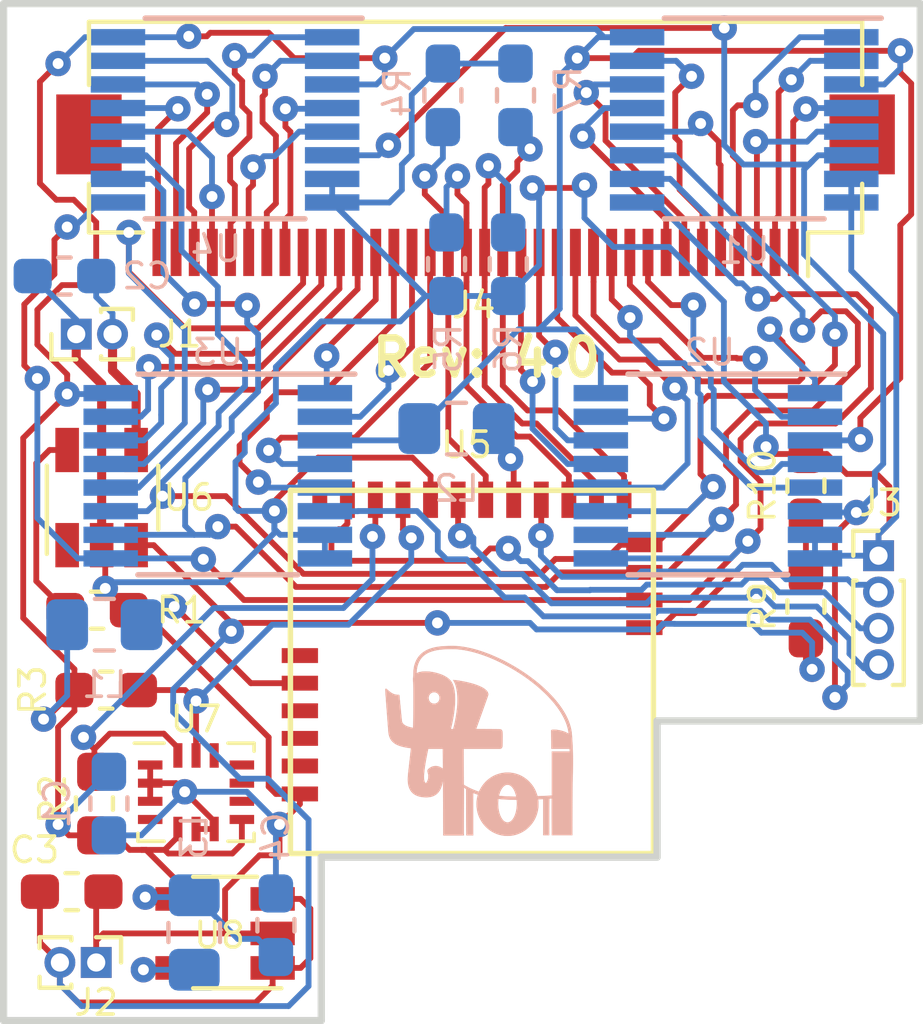
<source format=kicad_pcb>
(kicad_pcb (version 20171130) (host pcbnew "(5.0.0)")

  (general
    (thickness 1.6)
    (drawings 9)
    (tracks 899)
    (zones 0)
    (modules 29)
    (nets 65)
  )

  (page A4)
  (layers
    (0 F.Cu signal)
    (31 B.Cu signal)
    (32 B.Adhes user)
    (33 F.Adhes user)
    (34 B.Paste user)
    (35 F.Paste user)
    (36 B.SilkS user)
    (37 F.SilkS user)
    (38 B.Mask user)
    (39 F.Mask user hide)
    (40 Dwgs.User user)
    (41 Cmts.User user)
    (42 Eco1.User user)
    (43 Eco2.User user)
    (44 Edge.Cuts user)
    (45 Margin user)
    (46 B.CrtYd user)
    (47 F.CrtYd user)
    (48 B.Fab user hide)
    (49 F.Fab user hide)
  )

  (setup
    (last_trace_width 0.16)
    (user_trace_width 0.16)
    (trace_clearance 0.2)
    (zone_clearance 0.508)
    (zone_45_only no)
    (trace_min 0.16)
    (segment_width 0.2)
    (edge_width 0.2)
    (via_size 0.8)
    (via_drill 0.4)
    (via_min_size 0.4)
    (via_min_drill 0.3)
    (user_via 0.7 0.3)
    (uvia_size 0.3)
    (uvia_drill 0.1)
    (uvias_allowed no)
    (uvia_min_size 0.2)
    (uvia_min_drill 0.1)
    (pcb_text_width 0.3)
    (pcb_text_size 1.5 1.5)
    (mod_edge_width 0.15)
    (mod_text_size 1 1)
    (mod_text_width 0.15)
    (pad_size 1.524 1.524)
    (pad_drill 0.762)
    (pad_to_mask_clearance 0.2)
    (aux_axis_origin 0 0)
    (visible_elements 7FFFFFFF)
    (pcbplotparams
      (layerselection 0x010f0_ffffffff)
      (usegerberextensions true)
      (usegerberattributes false)
      (usegerberadvancedattributes false)
      (creategerberjobfile false)
      (excludeedgelayer true)
      (linewidth 0.100000)
      (plotframeref false)
      (viasonmask false)
      (mode 1)
      (useauxorigin false)
      (hpglpennumber 1)
      (hpglpenspeed 20)
      (hpglpendiameter 15.000000)
      (psnegative false)
      (psa4output false)
      (plotreference true)
      (plotvalue true)
      (plotinvisibletext false)
      (padsonsilk false)
      (subtractmaskfromsilk false)
      (outputformat 1)
      (mirror false)
      (drillshape 0)
      (scaleselection 1)
      (outputdirectory "fabrication/"))
  )

  (net 0 "")
  (net 1 GND)
  (net 2 +3V3)
  (net 3 +5V)
  (net 4 +BATT)
  (net 5 "Net-(J3-Pad2)")
  (net 6 "Net-(J3-Pad3)")
  (net 7 "Net-(J3-Pad4)")
  (net 8 /U1_A7)
  (net 9 /U1_A6)
  (net 10 /U1_A5)
  (net 11 /U1_A4)
  (net 12 /U1_A3)
  (net 13 /U1_A2)
  (net 14 /U1_A1)
  (net 15 /U1_A0)
  (net 16 /U2_A7)
  (net 17 /U2_A6)
  (net 18 /U2_A5)
  (net 19 /U2_A4)
  (net 20 /U2_A3)
  (net 21 /U2_A2)
  (net 22 /U2_A1)
  (net 23 /U2_A0)
  (net 24 /U1_Data)
  (net 25 /U2_Data)
  (net 26 /U3_Data)
  (net 27 /U4_Data)
  (net 28 /U3_A7)
  (net 29 /U3_A6)
  (net 30 /U3_A5)
  (net 31 /U3_A4)
  (net 32 /U3_A3)
  (net 33 /U3_A2)
  (net 34 /U3_A1)
  (net 35 /U3_A0)
  (net 36 /U4_A7)
  (net 37 /U4_A6)
  (net 38 /U4_A5)
  (net 39 /U4_A4)
  (net 40 /U4_A3)
  (net 41 /U4_A2)
  (net 42 /U4_A1)
  (net 43 /U4_A0)
  (net 44 "Net-(L1-Pad2)")
  (net 45 "Net-(L2-Pad2)")
  (net 46 "Net-(L3-Pad1)")
  (net 47 "Net-(R1-Pad1)")
  (net 48 "Net-(R2-Pad2)")
  (net 49 "Net-(R3-Pad2)")
  (net 50 "Net-(R10-Pad2)")
  (net 51 /S0)
  (net 52 /S1)
  (net 53 /S2)
  (net 54 /MUX_E)
  (net 55 "Net-(U5-Pad6)")
  (net 56 "Net-(U6-Pad1)")
  (net 57 "Net-(U7-Pad12)")
  (net 58 "Net-(U7-Pad4)")
  (net 59 "Net-(U7-Pad9)")
  (net 60 "Net-(U7-Pad10)")
  (net 61 "Net-(U7-Pad11)")
  (net 62 "Net-(U5-Pad4)")
  (net 63 "Net-(U5-Pad3)")
  (net 64 "Net-(U5-Pad2)")

  (net_class Default "Esta es la clase de red por defecto."
    (clearance 0.2)
    (trace_width 0.25)
    (via_dia 0.8)
    (via_drill 0.4)
    (uvia_dia 0.3)
    (uvia_drill 0.1)
    (add_net +3V3)
    (add_net +5V)
    (add_net +BATT)
    (add_net /MUX_E)
    (add_net /S0)
    (add_net /S1)
    (add_net /S2)
    (add_net /U1_A0)
    (add_net /U1_A1)
    (add_net /U1_A2)
    (add_net /U1_A3)
    (add_net /U1_A4)
    (add_net /U1_A5)
    (add_net /U1_A6)
    (add_net /U1_A7)
    (add_net /U1_Data)
    (add_net /U2_A0)
    (add_net /U2_A1)
    (add_net /U2_A2)
    (add_net /U2_A3)
    (add_net /U2_A4)
    (add_net /U2_A5)
    (add_net /U2_A6)
    (add_net /U2_A7)
    (add_net /U2_Data)
    (add_net /U3_A0)
    (add_net /U3_A1)
    (add_net /U3_A2)
    (add_net /U3_A3)
    (add_net /U3_A4)
    (add_net /U3_A5)
    (add_net /U3_A6)
    (add_net /U3_A7)
    (add_net /U3_Data)
    (add_net /U4_A0)
    (add_net /U4_A1)
    (add_net /U4_A2)
    (add_net /U4_A3)
    (add_net /U4_A4)
    (add_net /U4_A5)
    (add_net /U4_A6)
    (add_net /U4_A7)
    (add_net /U4_Data)
    (add_net GND)
    (add_net "Net-(J3-Pad2)")
    (add_net "Net-(J3-Pad3)")
    (add_net "Net-(J3-Pad4)")
    (add_net "Net-(L1-Pad2)")
    (add_net "Net-(L2-Pad2)")
    (add_net "Net-(L3-Pad1)")
    (add_net "Net-(R1-Pad1)")
    (add_net "Net-(R10-Pad2)")
    (add_net "Net-(R2-Pad2)")
    (add_net "Net-(R3-Pad2)")
    (add_net "Net-(U5-Pad2)")
    (add_net "Net-(U5-Pad3)")
    (add_net "Net-(U5-Pad4)")
    (add_net "Net-(U5-Pad6)")
    (add_net "Net-(U6-Pad1)")
    (add_net "Net-(U7-Pad10)")
    (add_net "Net-(U7-Pad11)")
    (add_net "Net-(U7-Pad12)")
    (add_net "Net-(U7-Pad4)")
    (add_net "Net-(U7-Pad9)")
  )

  (module Package_SO:TSSOP-16_4.4x5mm_P0.65mm (layer B.Cu) (tedit 5BEADF1C) (tstamp 5BF61E46)
    (at 163.4 76 180)
    (descr "16-Lead Plastic Thin Shrink Small Outline (ST)-4.4 mm Body [TSSOP] (see Microchip Packaging Specification 00000049BS.pdf)")
    (tags "SSOP 0.65")
    (path /5BCB07AD)
    (attr smd)
    (fp_text reference U2 (at -0.05 3.4 180) (layer B.SilkS)
      (effects (font (size 0.7 0.7) (thickness 0.1)) (justify mirror))
    )
    (fp_text value CD74HC4051 (at 0 -3.55 180) (layer B.Fab)
      (effects (font (size 1 1) (thickness 0.15)) (justify mirror))
    )
    (fp_line (start -1.2 2.5) (end 2.2 2.5) (layer B.Fab) (width 0.15))
    (fp_line (start 2.2 2.5) (end 2.2 -2.5) (layer B.Fab) (width 0.15))
    (fp_line (start 2.2 -2.5) (end -2.2 -2.5) (layer B.Fab) (width 0.15))
    (fp_line (start -2.2 -2.5) (end -2.2 1.5) (layer B.Fab) (width 0.15))
    (fp_line (start -2.2 1.5) (end -1.2 2.5) (layer B.Fab) (width 0.15))
    (fp_line (start -3.95 2.9) (end -3.95 -2.8) (layer B.CrtYd) (width 0.05))
    (fp_line (start 3.95 2.9) (end 3.95 -2.8) (layer B.CrtYd) (width 0.05))
    (fp_line (start -3.95 2.9) (end 3.95 2.9) (layer B.CrtYd) (width 0.05))
    (fp_line (start -3.95 -2.8) (end 3.95 -2.8) (layer B.CrtYd) (width 0.05))
    (fp_line (start -2.2 -2.725) (end 2.2 -2.725) (layer B.SilkS) (width 0.15))
    (fp_line (start -3.775 2.8) (end 2.2 2.8) (layer B.SilkS) (width 0.15))
    (fp_text user %R (at 0 0 180) (layer B.Fab)
      (effects (font (size 0.8 0.8) (thickness 0.15)) (justify mirror))
    )
    (pad 1 smd rect (at -2.95 2.275 180) (size 1.5 0.45) (layers B.Cu B.Paste B.Mask)
      (net 19 /U2_A4))
    (pad 2 smd rect (at -2.95 1.625 180) (size 1.5 0.45) (layers B.Cu B.Paste B.Mask)
      (net 17 /U2_A6))
    (pad 3 smd rect (at -2.95 0.975 180) (size 1.5 0.45) (layers B.Cu B.Paste B.Mask)
      (net 2 +3V3))
    (pad 4 smd rect (at -2.95 0.325 180) (size 1.5 0.45) (layers B.Cu B.Paste B.Mask)
      (net 16 /U2_A7))
    (pad 5 smd rect (at -2.95 -0.325 180) (size 1.5 0.45) (layers B.Cu B.Paste B.Mask)
      (net 18 /U2_A5))
    (pad 6 smd rect (at -2.95 -0.975 180) (size 1.5 0.45) (layers B.Cu B.Paste B.Mask)
      (net 54 /MUX_E))
    (pad 7 smd rect (at -2.95 -1.625 180) (size 1.5 0.45) (layers B.Cu B.Paste B.Mask)
      (net 1 GND))
    (pad 8 smd rect (at -2.95 -2.275 180) (size 1.5 0.45) (layers B.Cu B.Paste B.Mask)
      (net 1 GND))
    (pad 9 smd rect (at 2.95 -2.275 180) (size 1.5 0.45) (layers B.Cu B.Paste B.Mask)
      (net 53 /S2))
    (pad 10 smd rect (at 2.95 -1.625 180) (size 1.5 0.45) (layers B.Cu B.Paste B.Mask)
      (net 52 /S1))
    (pad 11 smd rect (at 2.95 -0.975 180) (size 1.5 0.45) (layers B.Cu B.Paste B.Mask)
      (net 51 /S0))
    (pad 12 smd rect (at 2.95 -0.325 180) (size 1.5 0.45) (layers B.Cu B.Paste B.Mask)
      (net 20 /U2_A3))
    (pad 13 smd rect (at 2.95 0.325 180) (size 1.5 0.45) (layers B.Cu B.Paste B.Mask)
      (net 23 /U2_A0))
    (pad 14 smd rect (at 2.95 0.975 180) (size 1.5 0.45) (layers B.Cu B.Paste B.Mask)
      (net 22 /U2_A1))
    (pad 15 smd rect (at 2.95 1.625 180) (size 1.5 0.45) (layers B.Cu B.Paste B.Mask)
      (net 21 /U2_A2))
    (pad 16 smd rect (at 2.95 2.275 180) (size 1.5 0.45) (layers B.Cu B.Paste B.Mask)
      (net 2 +3V3))
    (model ${KISYS3DMOD}/Package_SO.3dshapes/TSSOP-16_4.4x5mm_P0.65mm.wrl
      (at (xyz 0 0 0))
      (scale (xyz 1 1 1))
      (rotate (xyz 0 0 0))
    )
  )

  (module Package_SO:TSSOP-16_4.4x5mm_P0.65mm (layer B.Cu) (tedit 5BEADF2D) (tstamp 5BF66CFB)
    (at 150.1 66.2 180)
    (descr "16-Lead Plastic Thin Shrink Small Outline (ST)-4.4 mm Body [TSSOP] (see Microchip Packaging Specification 00000049BS.pdf)")
    (tags "SSOP 0.65")
    (path /5BCB077B)
    (attr smd)
    (fp_text reference U4 (at 0.25 -3.55 180) (layer B.SilkS)
      (effects (font (size 0.7 0.7) (thickness 0.1)) (justify mirror))
    )
    (fp_text value CD74HC4051 (at 0 -3.55 180) (layer B.Fab)
      (effects (font (size 1 1) (thickness 0.15)) (justify mirror))
    )
    (fp_line (start -1.2 2.5) (end 2.2 2.5) (layer B.Fab) (width 0.15))
    (fp_line (start 2.2 2.5) (end 2.2 -2.5) (layer B.Fab) (width 0.15))
    (fp_line (start 2.2 -2.5) (end -2.2 -2.5) (layer B.Fab) (width 0.15))
    (fp_line (start -2.2 -2.5) (end -2.2 1.5) (layer B.Fab) (width 0.15))
    (fp_line (start -2.2 1.5) (end -1.2 2.5) (layer B.Fab) (width 0.15))
    (fp_line (start -3.95 2.9) (end -3.95 -2.8) (layer B.CrtYd) (width 0.05))
    (fp_line (start 3.95 2.9) (end 3.95 -2.8) (layer B.CrtYd) (width 0.05))
    (fp_line (start -3.95 2.9) (end 3.95 2.9) (layer B.CrtYd) (width 0.05))
    (fp_line (start -3.95 -2.8) (end 3.95 -2.8) (layer B.CrtYd) (width 0.05))
    (fp_line (start -2.2 -2.725) (end 2.2 -2.725) (layer B.SilkS) (width 0.15))
    (fp_line (start -3.775 2.8) (end 2.2 2.8) (layer B.SilkS) (width 0.15))
    (fp_text user %R (at 0 0 180) (layer B.Fab)
      (effects (font (size 0.8 0.8) (thickness 0.15)) (justify mirror))
    )
    (pad 1 smd rect (at -2.95 2.275 180) (size 1.5 0.45) (layers B.Cu B.Paste B.Mask)
      (net 39 /U4_A4))
    (pad 2 smd rect (at -2.95 1.625 180) (size 1.5 0.45) (layers B.Cu B.Paste B.Mask)
      (net 37 /U4_A6))
    (pad 3 smd rect (at -2.95 0.975 180) (size 1.5 0.45) (layers B.Cu B.Paste B.Mask)
      (net 2 +3V3))
    (pad 4 smd rect (at -2.95 0.325 180) (size 1.5 0.45) (layers B.Cu B.Paste B.Mask)
      (net 36 /U4_A7))
    (pad 5 smd rect (at -2.95 -0.325 180) (size 1.5 0.45) (layers B.Cu B.Paste B.Mask)
      (net 38 /U4_A5))
    (pad 6 smd rect (at -2.95 -0.975 180) (size 1.5 0.45) (layers B.Cu B.Paste B.Mask)
      (net 54 /MUX_E))
    (pad 7 smd rect (at -2.95 -1.625 180) (size 1.5 0.45) (layers B.Cu B.Paste B.Mask)
      (net 1 GND))
    (pad 8 smd rect (at -2.95 -2.275 180) (size 1.5 0.45) (layers B.Cu B.Paste B.Mask)
      (net 1 GND))
    (pad 9 smd rect (at 2.95 -2.275 180) (size 1.5 0.45) (layers B.Cu B.Paste B.Mask)
      (net 53 /S2))
    (pad 10 smd rect (at 2.95 -1.625 180) (size 1.5 0.45) (layers B.Cu B.Paste B.Mask)
      (net 52 /S1))
    (pad 11 smd rect (at 2.95 -0.975 180) (size 1.5 0.45) (layers B.Cu B.Paste B.Mask)
      (net 51 /S0))
    (pad 12 smd rect (at 2.95 -0.325 180) (size 1.5 0.45) (layers B.Cu B.Paste B.Mask)
      (net 40 /U4_A3))
    (pad 13 smd rect (at 2.95 0.325 180) (size 1.5 0.45) (layers B.Cu B.Paste B.Mask)
      (net 43 /U4_A0))
    (pad 14 smd rect (at 2.95 0.975 180) (size 1.5 0.45) (layers B.Cu B.Paste B.Mask)
      (net 42 /U4_A1))
    (pad 15 smd rect (at 2.95 1.625 180) (size 1.5 0.45) (layers B.Cu B.Paste B.Mask)
      (net 41 /U4_A2))
    (pad 16 smd rect (at 2.95 2.275 180) (size 1.5 0.45) (layers B.Cu B.Paste B.Mask)
      (net 2 +3V3))
    (model ${KISYS3DMOD}/Package_SO.3dshapes/TSSOP-16_4.4x5mm_P0.65mm.wrl
      (at (xyz 0 0 0))
      (scale (xyz 1 1 1))
      (rotate (xyz 0 0 0))
    )
  )

  (module Package_SO:TSSOP-16_4.4x5mm_P0.65mm (layer B.Cu) (tedit 5BEADF14) (tstamp 5BF5F8B0)
    (at 149.9 76 180)
    (descr "16-Lead Plastic Thin Shrink Small Outline (ST)-4.4 mm Body [TSSOP] (see Microchip Packaging Specification 00000049BS.pdf)")
    (tags "SSOP 0.65")
    (path /5BCB0703)
    (attr smd)
    (fp_text reference U3 (at 0 3.4 180) (layer B.SilkS)
      (effects (font (size 0.7 0.7) (thickness 0.1)) (justify mirror))
    )
    (fp_text value CD74HC4051 (at 0 -3.55 180) (layer B.Fab)
      (effects (font (size 1 1) (thickness 0.15)) (justify mirror))
    )
    (fp_text user %R (at 0 0 180) (layer B.Fab)
      (effects (font (size 0.8 0.8) (thickness 0.15)) (justify mirror))
    )
    (fp_line (start -3.775 2.8) (end 2.2 2.8) (layer B.SilkS) (width 0.15))
    (fp_line (start -2.2 -2.725) (end 2.2 -2.725) (layer B.SilkS) (width 0.15))
    (fp_line (start -3.95 -2.8) (end 3.95 -2.8) (layer B.CrtYd) (width 0.05))
    (fp_line (start -3.95 2.9) (end 3.95 2.9) (layer B.CrtYd) (width 0.05))
    (fp_line (start 3.95 2.9) (end 3.95 -2.8) (layer B.CrtYd) (width 0.05))
    (fp_line (start -3.95 2.9) (end -3.95 -2.8) (layer B.CrtYd) (width 0.05))
    (fp_line (start -2.2 1.5) (end -1.2 2.5) (layer B.Fab) (width 0.15))
    (fp_line (start -2.2 -2.5) (end -2.2 1.5) (layer B.Fab) (width 0.15))
    (fp_line (start 2.2 -2.5) (end -2.2 -2.5) (layer B.Fab) (width 0.15))
    (fp_line (start 2.2 2.5) (end 2.2 -2.5) (layer B.Fab) (width 0.15))
    (fp_line (start -1.2 2.5) (end 2.2 2.5) (layer B.Fab) (width 0.15))
    (pad 16 smd rect (at 2.95 2.275 180) (size 1.5 0.45) (layers B.Cu B.Paste B.Mask)
      (net 2 +3V3))
    (pad 15 smd rect (at 2.95 1.625 180) (size 1.5 0.45) (layers B.Cu B.Paste B.Mask)
      (net 33 /U3_A2))
    (pad 14 smd rect (at 2.95 0.975 180) (size 1.5 0.45) (layers B.Cu B.Paste B.Mask)
      (net 34 /U3_A1))
    (pad 13 smd rect (at 2.95 0.325 180) (size 1.5 0.45) (layers B.Cu B.Paste B.Mask)
      (net 35 /U3_A0))
    (pad 12 smd rect (at 2.95 -0.325 180) (size 1.5 0.45) (layers B.Cu B.Paste B.Mask)
      (net 32 /U3_A3))
    (pad 11 smd rect (at 2.95 -0.975 180) (size 1.5 0.45) (layers B.Cu B.Paste B.Mask)
      (net 51 /S0))
    (pad 10 smd rect (at 2.95 -1.625 180) (size 1.5 0.45) (layers B.Cu B.Paste B.Mask)
      (net 52 /S1))
    (pad 9 smd rect (at 2.95 -2.275 180) (size 1.5 0.45) (layers B.Cu B.Paste B.Mask)
      (net 53 /S2))
    (pad 8 smd rect (at -2.95 -2.275 180) (size 1.5 0.45) (layers B.Cu B.Paste B.Mask)
      (net 1 GND))
    (pad 7 smd rect (at -2.95 -1.625 180) (size 1.5 0.45) (layers B.Cu B.Paste B.Mask)
      (net 1 GND))
    (pad 6 smd rect (at -2.95 -0.975 180) (size 1.5 0.45) (layers B.Cu B.Paste B.Mask)
      (net 54 /MUX_E))
    (pad 5 smd rect (at -2.95 -0.325 180) (size 1.5 0.45) (layers B.Cu B.Paste B.Mask)
      (net 30 /U3_A5))
    (pad 4 smd rect (at -2.95 0.325 180) (size 1.5 0.45) (layers B.Cu B.Paste B.Mask)
      (net 28 /U3_A7))
    (pad 3 smd rect (at -2.95 0.975 180) (size 1.5 0.45) (layers B.Cu B.Paste B.Mask)
      (net 2 +3V3))
    (pad 2 smd rect (at -2.95 1.625 180) (size 1.5 0.45) (layers B.Cu B.Paste B.Mask)
      (net 29 /U3_A6))
    (pad 1 smd rect (at -2.95 2.275 180) (size 1.5 0.45) (layers B.Cu B.Paste B.Mask)
      (net 31 /U3_A4))
    (model ${KISYS3DMOD}/Package_SO.3dshapes/TSSOP-16_4.4x5mm_P0.65mm.wrl
      (at (xyz 0 0 0))
      (scale (xyz 1 1 1))
      (rotate (xyz 0 0 0))
    )
  )

  (module Capacitor_SMD:C_0603_1608Metric_Pad1.05x0.95mm_HandSolder (layer B.Cu) (tedit 5BEAE065) (tstamp 5BF5C675)
    (at 146.9 85.025 270)
    (descr "Capacitor SMD 0603 (1608 Metric), square (rectangular) end terminal, IPC_7351 nominal with elongated pad for handsoldering. (Body size source: http://www.tortai-tech.com/upload/download/2011102023233369053.pdf), generated with kicad-footprint-generator")
    (tags "capacitor handsolder")
    (path /5BD73B67)
    (attr smd)
    (fp_text reference C1 (at 0 1.43 270) (layer B.SilkS)
      (effects (font (size 0.7 0.7) (thickness 0.1)) (justify mirror))
    )
    (fp_text value 1uF (at 0 -1.43 270) (layer B.Fab)
      (effects (font (size 1 1) (thickness 0.15)) (justify mirror))
    )
    (fp_text user %R (at 0 0 270) (layer B.Fab)
      (effects (font (size 0.4 0.4) (thickness 0.06)) (justify mirror))
    )
    (fp_line (start 1.65 -0.73) (end -1.65 -0.73) (layer B.CrtYd) (width 0.05))
    (fp_line (start 1.65 0.73) (end 1.65 -0.73) (layer B.CrtYd) (width 0.05))
    (fp_line (start -1.65 0.73) (end 1.65 0.73) (layer B.CrtYd) (width 0.05))
    (fp_line (start -1.65 -0.73) (end -1.65 0.73) (layer B.CrtYd) (width 0.05))
    (fp_line (start -0.171267 -0.51) (end 0.171267 -0.51) (layer B.SilkS) (width 0.12))
    (fp_line (start -0.171267 0.51) (end 0.171267 0.51) (layer B.SilkS) (width 0.12))
    (fp_line (start 0.8 -0.4) (end -0.8 -0.4) (layer B.Fab) (width 0.1))
    (fp_line (start 0.8 0.4) (end 0.8 -0.4) (layer B.Fab) (width 0.1))
    (fp_line (start -0.8 0.4) (end 0.8 0.4) (layer B.Fab) (width 0.1))
    (fp_line (start -0.8 -0.4) (end -0.8 0.4) (layer B.Fab) (width 0.1))
    (pad 2 smd roundrect (at 0.875 0 270) (size 1.05 0.95) (layers B.Cu B.Paste B.Mask) (roundrect_rratio 0.25)
      (net 1 GND))
    (pad 1 smd roundrect (at -0.875 0 270) (size 1.05 0.95) (layers B.Cu B.Paste B.Mask) (roundrect_rratio 0.25)
      (net 2 +3V3))
    (model ${KISYS3DMOD}/Capacitor_SMD.3dshapes/C_0603_1608Metric.wrl
      (at (xyz 0 0 0))
      (scale (xyz 1 1 1))
      (rotate (xyz 0 0 0))
    )
  )

  (module Package_SO:TSSOP-16_4.4x5mm_P0.65mm (layer B.Cu) (tedit 5BEADF3D) (tstamp 5BF5FD2E)
    (at 164.4 66.2 180)
    (descr "16-Lead Plastic Thin Shrink Small Outline (ST)-4.4 mm Body [TSSOP] (see Microchip Packaging Specification 00000049BS.pdf)")
    (tags "SSOP 0.65")
    (path /5BCB07D3)
    (attr smd)
    (fp_text reference U1 (at 0 -3.6 180) (layer B.SilkS)
      (effects (font (size 0.7 0.7) (thickness 0.1)) (justify mirror))
    )
    (fp_text value CD74HC4051 (at 0 -3.55 180) (layer B.Fab)
      (effects (font (size 1 1) (thickness 0.15)) (justify mirror))
    )
    (fp_text user %R (at 0 0 180) (layer B.Fab)
      (effects (font (size 0.8 0.8) (thickness 0.15)) (justify mirror))
    )
    (fp_line (start -3.775 2.8) (end 2.2 2.8) (layer B.SilkS) (width 0.15))
    (fp_line (start -2.2 -2.725) (end 2.2 -2.725) (layer B.SilkS) (width 0.15))
    (fp_line (start -3.95 -2.8) (end 3.95 -2.8) (layer B.CrtYd) (width 0.05))
    (fp_line (start -3.95 2.9) (end 3.95 2.9) (layer B.CrtYd) (width 0.05))
    (fp_line (start 3.95 2.9) (end 3.95 -2.8) (layer B.CrtYd) (width 0.05))
    (fp_line (start -3.95 2.9) (end -3.95 -2.8) (layer B.CrtYd) (width 0.05))
    (fp_line (start -2.2 1.5) (end -1.2 2.5) (layer B.Fab) (width 0.15))
    (fp_line (start -2.2 -2.5) (end -2.2 1.5) (layer B.Fab) (width 0.15))
    (fp_line (start 2.2 -2.5) (end -2.2 -2.5) (layer B.Fab) (width 0.15))
    (fp_line (start 2.2 2.5) (end 2.2 -2.5) (layer B.Fab) (width 0.15))
    (fp_line (start -1.2 2.5) (end 2.2 2.5) (layer B.Fab) (width 0.15))
    (pad 16 smd rect (at 2.95 2.275 180) (size 1.5 0.45) (layers B.Cu B.Paste B.Mask)
      (net 2 +3V3))
    (pad 15 smd rect (at 2.95 1.625 180) (size 1.5 0.45) (layers B.Cu B.Paste B.Mask)
      (net 13 /U1_A2))
    (pad 14 smd rect (at 2.95 0.975 180) (size 1.5 0.45) (layers B.Cu B.Paste B.Mask)
      (net 14 /U1_A1))
    (pad 13 smd rect (at 2.95 0.325 180) (size 1.5 0.45) (layers B.Cu B.Paste B.Mask)
      (net 15 /U1_A0))
    (pad 12 smd rect (at 2.95 -0.325 180) (size 1.5 0.45) (layers B.Cu B.Paste B.Mask)
      (net 12 /U1_A3))
    (pad 11 smd rect (at 2.95 -0.975 180) (size 1.5 0.45) (layers B.Cu B.Paste B.Mask)
      (net 51 /S0))
    (pad 10 smd rect (at 2.95 -1.625 180) (size 1.5 0.45) (layers B.Cu B.Paste B.Mask)
      (net 52 /S1))
    (pad 9 smd rect (at 2.95 -2.275 180) (size 1.5 0.45) (layers B.Cu B.Paste B.Mask)
      (net 53 /S2))
    (pad 8 smd rect (at -2.95 -2.275 180) (size 1.5 0.45) (layers B.Cu B.Paste B.Mask)
      (net 1 GND))
    (pad 7 smd rect (at -2.95 -1.625 180) (size 1.5 0.45) (layers B.Cu B.Paste B.Mask)
      (net 1 GND))
    (pad 6 smd rect (at -2.95 -0.975 180) (size 1.5 0.45) (layers B.Cu B.Paste B.Mask)
      (net 54 /MUX_E))
    (pad 5 smd rect (at -2.95 -0.325 180) (size 1.5 0.45) (layers B.Cu B.Paste B.Mask)
      (net 10 /U1_A5))
    (pad 4 smd rect (at -2.95 0.325 180) (size 1.5 0.45) (layers B.Cu B.Paste B.Mask)
      (net 8 /U1_A7))
    (pad 3 smd rect (at -2.95 0.975 180) (size 1.5 0.45) (layers B.Cu B.Paste B.Mask)
      (net 2 +3V3))
    (pad 2 smd rect (at -2.95 1.625 180) (size 1.5 0.45) (layers B.Cu B.Paste B.Mask)
      (net 9 /U1_A6))
    (pad 1 smd rect (at -2.95 2.275 180) (size 1.5 0.45) (layers B.Cu B.Paste B.Mask)
      (net 11 /U1_A4))
    (model ${KISYS3DMOD}/Package_SO.3dshapes/TSSOP-16_4.4x5mm_P0.65mm.wrl
      (at (xyz 0 0 0))
      (scale (xyz 1 1 1))
      (rotate (xyz 0 0 0))
    )
  )

  (module Capacitor_SMD:C_0603_1608Metric_Pad1.05x0.95mm_HandSolder (layer B.Cu) (tedit 5BEAE04B) (tstamp 5BF6734D)
    (at 145.675 70.5)
    (descr "Capacitor SMD 0603 (1608 Metric), square (rectangular) end terminal, IPC_7351 nominal with elongated pad for handsoldering. (Body size source: http://www.tortai-tech.com/upload/download/2011102023233369053.pdf), generated with kicad-footprint-generator")
    (tags "capacitor handsolder")
    (path /5BD78D26)
    (attr smd)
    (fp_text reference C2 (at 2.275 0) (layer B.SilkS)
      (effects (font (size 0.7 0.7) (thickness 0.1)) (justify mirror))
    )
    (fp_text value 1uF (at 0 -1.43) (layer B.Fab)
      (effects (font (size 1 1) (thickness 0.15)) (justify mirror))
    )
    (fp_line (start -0.8 -0.4) (end -0.8 0.4) (layer B.Fab) (width 0.1))
    (fp_line (start -0.8 0.4) (end 0.8 0.4) (layer B.Fab) (width 0.1))
    (fp_line (start 0.8 0.4) (end 0.8 -0.4) (layer B.Fab) (width 0.1))
    (fp_line (start 0.8 -0.4) (end -0.8 -0.4) (layer B.Fab) (width 0.1))
    (fp_line (start -0.171267 0.51) (end 0.171267 0.51) (layer B.SilkS) (width 0.12))
    (fp_line (start -0.171267 -0.51) (end 0.171267 -0.51) (layer B.SilkS) (width 0.12))
    (fp_line (start -1.65 -0.73) (end -1.65 0.73) (layer B.CrtYd) (width 0.05))
    (fp_line (start -1.65 0.73) (end 1.65 0.73) (layer B.CrtYd) (width 0.05))
    (fp_line (start 1.65 0.73) (end 1.65 -0.73) (layer B.CrtYd) (width 0.05))
    (fp_line (start 1.65 -0.73) (end -1.65 -0.73) (layer B.CrtYd) (width 0.05))
    (fp_text user %R (at 0 0) (layer B.Fab)
      (effects (font (size 0.4 0.4) (thickness 0.06)) (justify mirror))
    )
    (pad 1 smd roundrect (at -0.875 0) (size 1.05 0.95) (layers B.Cu B.Paste B.Mask) (roundrect_rratio 0.25)
      (net 1 GND))
    (pad 2 smd roundrect (at 0.875 0) (size 1.05 0.95) (layers B.Cu B.Paste B.Mask) (roundrect_rratio 0.25)
      (net 3 +5V))
    (model ${KISYS3DMOD}/Capacitor_SMD.3dshapes/C_0603_1608Metric.wrl
      (at (xyz 0 0 0))
      (scale (xyz 1 1 1))
      (rotate (xyz 0 0 0))
    )
  )

  (module Capacitor_SMD:C_0603_1608Metric_Pad1.05x0.95mm_HandSolder (layer F.Cu) (tedit 5BEADE62) (tstamp 5BF6757C)
    (at 145.875 87.45 180)
    (descr "Capacitor SMD 0603 (1608 Metric), square (rectangular) end terminal, IPC_7351 nominal with elongated pad for handsoldering. (Body size source: http://www.tortai-tech.com/upload/download/2011102023233369053.pdf), generated with kicad-footprint-generator")
    (tags "capacitor handsolder")
    (path /5BD6D2FD)
    (attr smd)
    (fp_text reference C3 (at 1.025 1.15 180) (layer F.SilkS)
      (effects (font (size 0.7 0.7) (thickness 0.1)))
    )
    (fp_text value 4.7uF (at 0 1.43 180) (layer F.Fab)
      (effects (font (size 1 1) (thickness 0.15)))
    )
    (fp_text user %R (at 0 0 180) (layer F.Fab)
      (effects (font (size 0.4 0.4) (thickness 0.06)))
    )
    (fp_line (start 1.65 0.73) (end -1.65 0.73) (layer F.CrtYd) (width 0.05))
    (fp_line (start 1.65 -0.73) (end 1.65 0.73) (layer F.CrtYd) (width 0.05))
    (fp_line (start -1.65 -0.73) (end 1.65 -0.73) (layer F.CrtYd) (width 0.05))
    (fp_line (start -1.65 0.73) (end -1.65 -0.73) (layer F.CrtYd) (width 0.05))
    (fp_line (start -0.171267 0.51) (end 0.171267 0.51) (layer F.SilkS) (width 0.12))
    (fp_line (start -0.171267 -0.51) (end 0.171267 -0.51) (layer F.SilkS) (width 0.12))
    (fp_line (start 0.8 0.4) (end -0.8 0.4) (layer F.Fab) (width 0.1))
    (fp_line (start 0.8 -0.4) (end 0.8 0.4) (layer F.Fab) (width 0.1))
    (fp_line (start -0.8 -0.4) (end 0.8 -0.4) (layer F.Fab) (width 0.1))
    (fp_line (start -0.8 0.4) (end -0.8 -0.4) (layer F.Fab) (width 0.1))
    (pad 2 smd roundrect (at 0.875 0 180) (size 1.05 0.95) (layers F.Cu F.Paste F.Mask) (roundrect_rratio 0.25)
      (net 4 +BATT))
    (pad 1 smd roundrect (at -0.875 0 180) (size 1.05 0.95) (layers F.Cu F.Paste F.Mask) (roundrect_rratio 0.25)
      (net 1 GND))
    (model ${KISYS3DMOD}/Capacitor_SMD.3dshapes/C_0603_1608Metric.wrl
      (at (xyz 0 0 0))
      (scale (xyz 1 1 1))
      (rotate (xyz 0 0 0))
    )
  )

  (module Capacitor_SMD:C_0603_1608Metric_Pad1.05x0.95mm_HandSolder (layer B.Cu) (tedit 5BEAE084) (tstamp 5BF5D7E1)
    (at 151.5 88.375 90)
    (descr "Capacitor SMD 0603 (1608 Metric), square (rectangular) end terminal, IPC_7351 nominal with elongated pad for handsoldering. (Body size source: http://www.tortai-tech.com/upload/download/2011102023233369053.pdf), generated with kicad-footprint-generator")
    (tags "capacitor handsolder")
    (path /5BD2FAE1)
    (attr smd)
    (fp_text reference C4 (at 2.425 0 90) (layer B.SilkS)
      (effects (font (size 0.7 0.7) (thickness 0.1)) (justify mirror))
    )
    (fp_text value 10uF (at 0 -1.43 90) (layer B.Fab)
      (effects (font (size 1 1) (thickness 0.15)) (justify mirror))
    )
    (fp_line (start -0.8 -0.4) (end -0.8 0.4) (layer B.Fab) (width 0.1))
    (fp_line (start -0.8 0.4) (end 0.8 0.4) (layer B.Fab) (width 0.1))
    (fp_line (start 0.8 0.4) (end 0.8 -0.4) (layer B.Fab) (width 0.1))
    (fp_line (start 0.8 -0.4) (end -0.8 -0.4) (layer B.Fab) (width 0.1))
    (fp_line (start -0.171267 0.51) (end 0.171267 0.51) (layer B.SilkS) (width 0.12))
    (fp_line (start -0.171267 -0.51) (end 0.171267 -0.51) (layer B.SilkS) (width 0.12))
    (fp_line (start -1.65 -0.73) (end -1.65 0.73) (layer B.CrtYd) (width 0.05))
    (fp_line (start -1.65 0.73) (end 1.65 0.73) (layer B.CrtYd) (width 0.05))
    (fp_line (start 1.65 0.73) (end 1.65 -0.73) (layer B.CrtYd) (width 0.05))
    (fp_line (start 1.65 -0.73) (end -1.65 -0.73) (layer B.CrtYd) (width 0.05))
    (fp_text user %R (at 0 0 90) (layer B.Fab)
      (effects (font (size 0.4 0.4) (thickness 0.06)) (justify mirror))
    )
    (pad 1 smd roundrect (at -0.875 0 90) (size 1.05 0.95) (layers B.Cu B.Paste B.Mask) (roundrect_rratio 0.25)
      (net 2 +3V3))
    (pad 2 smd roundrect (at 0.875 0 90) (size 1.05 0.95) (layers B.Cu B.Paste B.Mask) (roundrect_rratio 0.25)
      (net 1 GND))
    (model ${KISYS3DMOD}/Capacitor_SMD.3dshapes/C_0603_1608Metric.wrl
      (at (xyz 0 0 0))
      (scale (xyz 1 1 1))
      (rotate (xyz 0 0 0))
    )
  )

  (module Connector_PinHeader_1.00mm:PinHeader_1x02_P1.00mm_Vertical (layer F.Cu) (tedit 5BEADE93) (tstamp 5BEAE418)
    (at 146 72.1 90)
    (descr "Through hole straight pin header, 1x02, 1.00mm pitch, single row")
    (tags "Through hole pin header THT 1x02 1.00mm single row")
    (path /5BD4E856)
    (fp_text reference J1 (at 0 2.85 180) (layer F.SilkS)
      (effects (font (size 0.7 0.7) (thickness 0.1)))
    )
    (fp_text value 5V_Qi (at 0 2.56 90) (layer F.Fab)
      (effects (font (size 1 1) (thickness 0.15)))
    )
    (fp_line (start -0.3175 -0.5) (end 0.635 -0.5) (layer F.Fab) (width 0.1))
    (fp_line (start 0.635 -0.5) (end 0.635 1.5) (layer F.Fab) (width 0.1))
    (fp_line (start 0.635 1.5) (end -0.635 1.5) (layer F.Fab) (width 0.1))
    (fp_line (start -0.635 1.5) (end -0.635 -0.1825) (layer F.Fab) (width 0.1))
    (fp_line (start -0.635 -0.1825) (end -0.3175 -0.5) (layer F.Fab) (width 0.1))
    (fp_line (start -0.695 1.56) (end -0.394493 1.56) (layer F.SilkS) (width 0.12))
    (fp_line (start 0.394493 1.56) (end 0.695 1.56) (layer F.SilkS) (width 0.12))
    (fp_line (start -0.695 0.685) (end -0.695 1.56) (layer F.SilkS) (width 0.12))
    (fp_line (start 0.695 0.685) (end 0.695 1.56) (layer F.SilkS) (width 0.12))
    (fp_line (start -0.695 0.685) (end -0.608276 0.685) (layer F.SilkS) (width 0.12))
    (fp_line (start 0.608276 0.685) (end 0.695 0.685) (layer F.SilkS) (width 0.12))
    (fp_line (start -0.695 0) (end -0.695 -0.685) (layer F.SilkS) (width 0.12))
    (fp_line (start -0.695 -0.685) (end 0 -0.685) (layer F.SilkS) (width 0.12))
    (fp_line (start -1.15 -1) (end -1.15 2) (layer F.CrtYd) (width 0.05))
    (fp_line (start -1.15 2) (end 1.15 2) (layer F.CrtYd) (width 0.05))
    (fp_line (start 1.15 2) (end 1.15 -1) (layer F.CrtYd) (width 0.05))
    (fp_line (start 1.15 -1) (end -1.15 -1) (layer F.CrtYd) (width 0.05))
    (fp_text user %R (at 0 0.5 180) (layer F.Fab)
      (effects (font (size 0.76 0.76) (thickness 0.114)))
    )
    (pad 1 thru_hole rect (at 0 0 90) (size 0.85 0.85) (drill 0.5) (layers *.Cu *.Mask)
      (net 1 GND))
    (pad 2 thru_hole oval (at 0 1 90) (size 0.85 0.85) (drill 0.5) (layers *.Cu *.Mask)
      (net 3 +5V))
    (model ${KISYS3DMOD}/Connector_PinHeader_1.00mm.3dshapes/PinHeader_1x02_P1.00mm_Vertical.wrl
      (at (xyz 0 0 0))
      (scale (xyz 1 1 1))
      (rotate (xyz 0 0 0))
    )
  )

  (module Connector_PinHeader_1.00mm:PinHeader_1x02_P1.00mm_Vertical (layer F.Cu) (tedit 5BEADE49) (tstamp 5BF67A01)
    (at 146.55 89.4 270)
    (descr "Through hole straight pin header, 1x02, 1.00mm pitch, single row")
    (tags "Through hole pin header THT 1x02 1.00mm single row")
    (path /5BD51C48)
    (fp_text reference J2 (at 1.1 0) (layer F.SilkS)
      (effects (font (size 0.7 0.7) (thickness 0.1)))
    )
    (fp_text value 3V7_Battery (at 0 2.56 270) (layer F.Fab)
      (effects (font (size 1 1) (thickness 0.15)))
    )
    (fp_text user %R (at 0 0.5) (layer F.Fab)
      (effects (font (size 0.76 0.76) (thickness 0.114)))
    )
    (fp_line (start 1.15 -1) (end -1.15 -1) (layer F.CrtYd) (width 0.05))
    (fp_line (start 1.15 2) (end 1.15 -1) (layer F.CrtYd) (width 0.05))
    (fp_line (start -1.15 2) (end 1.15 2) (layer F.CrtYd) (width 0.05))
    (fp_line (start -1.15 -1) (end -1.15 2) (layer F.CrtYd) (width 0.05))
    (fp_line (start -0.695 -0.685) (end 0 -0.685) (layer F.SilkS) (width 0.12))
    (fp_line (start -0.695 0) (end -0.695 -0.685) (layer F.SilkS) (width 0.12))
    (fp_line (start 0.608276 0.685) (end 0.695 0.685) (layer F.SilkS) (width 0.12))
    (fp_line (start -0.695 0.685) (end -0.608276 0.685) (layer F.SilkS) (width 0.12))
    (fp_line (start 0.695 0.685) (end 0.695 1.56) (layer F.SilkS) (width 0.12))
    (fp_line (start -0.695 0.685) (end -0.695 1.56) (layer F.SilkS) (width 0.12))
    (fp_line (start 0.394493 1.56) (end 0.695 1.56) (layer F.SilkS) (width 0.12))
    (fp_line (start -0.695 1.56) (end -0.394493 1.56) (layer F.SilkS) (width 0.12))
    (fp_line (start -0.635 -0.1825) (end -0.3175 -0.5) (layer F.Fab) (width 0.1))
    (fp_line (start -0.635 1.5) (end -0.635 -0.1825) (layer F.Fab) (width 0.1))
    (fp_line (start 0.635 1.5) (end -0.635 1.5) (layer F.Fab) (width 0.1))
    (fp_line (start 0.635 -0.5) (end 0.635 1.5) (layer F.Fab) (width 0.1))
    (fp_line (start -0.3175 -0.5) (end 0.635 -0.5) (layer F.Fab) (width 0.1))
    (pad 2 thru_hole oval (at 0 1 270) (size 0.85 0.85) (drill 0.5) (layers *.Cu *.Mask)
      (net 4 +BATT))
    (pad 1 thru_hole rect (at 0 0 270) (size 0.85 0.85) (drill 0.5) (layers *.Cu *.Mask)
      (net 1 GND))
    (model ${KISYS3DMOD}/Connector_PinHeader_1.00mm.3dshapes/PinHeader_1x02_P1.00mm_Vertical.wrl
      (at (xyz 0 0 0))
      (scale (xyz 1 1 1))
      (rotate (xyz 0 0 0))
    )
  )

  (module Connector_PinHeader_1.00mm:PinHeader_1x04_P1.00mm_Vertical (layer F.Cu) (tedit 5BEADEEC) (tstamp 5BF5C6F2)
    (at 168.1 78.2)
    (descr "Through hole straight pin header, 1x04, 1.00mm pitch, single row")
    (tags "Through hole pin header THT 1x04 1.00mm single row")
    (path /5BCF0C67)
    (fp_text reference J3 (at 0.05 -1.45) (layer F.SilkS)
      (effects (font (size 0.7 0.7) (thickness 0.1)))
    )
    (fp_text value SWD (at 0 4.56) (layer F.Fab)
      (effects (font (size 1 1) (thickness 0.15)))
    )
    (fp_line (start -0.3175 -0.5) (end 0.635 -0.5) (layer F.Fab) (width 0.1))
    (fp_line (start 0.635 -0.5) (end 0.635 3.5) (layer F.Fab) (width 0.1))
    (fp_line (start 0.635 3.5) (end -0.635 3.5) (layer F.Fab) (width 0.1))
    (fp_line (start -0.635 3.5) (end -0.635 -0.1825) (layer F.Fab) (width 0.1))
    (fp_line (start -0.635 -0.1825) (end -0.3175 -0.5) (layer F.Fab) (width 0.1))
    (fp_line (start -0.695 3.56) (end -0.394493 3.56) (layer F.SilkS) (width 0.12))
    (fp_line (start 0.394493 3.56) (end 0.695 3.56) (layer F.SilkS) (width 0.12))
    (fp_line (start -0.695 0.685) (end -0.695 3.56) (layer F.SilkS) (width 0.12))
    (fp_line (start 0.695 0.685) (end 0.695 3.56) (layer F.SilkS) (width 0.12))
    (fp_line (start -0.695 0.685) (end -0.608276 0.685) (layer F.SilkS) (width 0.12))
    (fp_line (start 0.608276 0.685) (end 0.695 0.685) (layer F.SilkS) (width 0.12))
    (fp_line (start -0.695 0) (end -0.695 -0.685) (layer F.SilkS) (width 0.12))
    (fp_line (start -0.695 -0.685) (end 0 -0.685) (layer F.SilkS) (width 0.12))
    (fp_line (start -1.15 -1) (end -1.15 4) (layer F.CrtYd) (width 0.05))
    (fp_line (start -1.15 4) (end 1.15 4) (layer F.CrtYd) (width 0.05))
    (fp_line (start 1.15 4) (end 1.15 -1) (layer F.CrtYd) (width 0.05))
    (fp_line (start 1.15 -1) (end -1.15 -1) (layer F.CrtYd) (width 0.05))
    (fp_text user %R (at 0 1.5 90) (layer F.Fab)
      (effects (font (size 0.76 0.76) (thickness 0.114)))
    )
    (pad 1 thru_hole rect (at 0 0) (size 0.85 0.85) (drill 0.5) (layers *.Cu *.Mask)
      (net 1 GND))
    (pad 2 thru_hole oval (at 0 1) (size 0.85 0.85) (drill 0.5) (layers *.Cu *.Mask)
      (net 5 "Net-(J3-Pad2)"))
    (pad 3 thru_hole oval (at 0 2) (size 0.85 0.85) (drill 0.5) (layers *.Cu *.Mask)
      (net 6 "Net-(J3-Pad3)"))
    (pad 4 thru_hole oval (at 0 3) (size 0.85 0.85) (drill 0.5) (layers *.Cu *.Mask)
      (net 7 "Net-(J3-Pad4)"))
    (model ${KISYS3DMOD}/Connector_PinHeader_1.00mm.3dshapes/PinHeader_1x04_P1.00mm_Vertical.wrl
      (at (xyz 0 0 0))
      (scale (xyz 1 1 1))
      (rotate (xyz 0 0 0))
    )
  )

  (module Connector_FFC-FPC:Hirose_FH12-36S-0.5SH_1x36-1MP_P0.50mm_Horizontal (layer F.Cu) (tedit 5BEADEF6) (tstamp 5BF60034)
    (at 157 68 180)
    (descr "Molex FH12, FFC/FPC connector, FH12-36S-0.5SH, 36 Pins per row (https://www.hirose.com/product/en/products/FH12/FH12-24S-0.5SH(55)/), generated with kicad-footprint-generator")
    (tags "connector Hirose  top entry")
    (path /5BCB439B)
    (attr smd)
    (fp_text reference J4 (at 0.05 -3.3 180) (layer F.SilkS)
      (effects (font (size 0.7 0.7) (thickness 0.1)))
    )
    (fp_text value Conn_01x36_Male (at 0 5.6 180) (layer F.Fab)
      (effects (font (size 1 1) (thickness 0.15)))
    )
    (fp_line (start 0 -1.2) (end -10.55 -1.2) (layer F.Fab) (width 0.1))
    (fp_line (start -10.55 -1.2) (end -10.55 3.4) (layer F.Fab) (width 0.1))
    (fp_line (start -10.55 3.4) (end -9.95 3.4) (layer F.Fab) (width 0.1))
    (fp_line (start -9.95 3.4) (end -9.95 3.7) (layer F.Fab) (width 0.1))
    (fp_line (start -9.95 3.7) (end -10.45 3.7) (layer F.Fab) (width 0.1))
    (fp_line (start -10.45 3.7) (end -10.45 4.4) (layer F.Fab) (width 0.1))
    (fp_line (start -10.45 4.4) (end 0 4.4) (layer F.Fab) (width 0.1))
    (fp_line (start 0 -1.2) (end 10.55 -1.2) (layer F.Fab) (width 0.1))
    (fp_line (start 10.55 -1.2) (end 10.55 3.4) (layer F.Fab) (width 0.1))
    (fp_line (start 10.55 3.4) (end 9.95 3.4) (layer F.Fab) (width 0.1))
    (fp_line (start 9.95 3.4) (end 9.95 3.7) (layer F.Fab) (width 0.1))
    (fp_line (start 9.95 3.7) (end 10.45 3.7) (layer F.Fab) (width 0.1))
    (fp_line (start 10.45 3.7) (end 10.45 4.4) (layer F.Fab) (width 0.1))
    (fp_line (start 10.45 4.4) (end 0 4.4) (layer F.Fab) (width 0.1))
    (fp_line (start -9.16 -1.3) (end -10.65 -1.3) (layer F.SilkS) (width 0.12))
    (fp_line (start -10.65 -1.3) (end -10.65 0.04) (layer F.SilkS) (width 0.12))
    (fp_line (start 9.16 -1.3) (end 10.65 -1.3) (layer F.SilkS) (width 0.12))
    (fp_line (start 10.65 -1.3) (end 10.65 0.04) (layer F.SilkS) (width 0.12))
    (fp_line (start -10.65 2.76) (end -10.65 4.5) (layer F.SilkS) (width 0.12))
    (fp_line (start -10.65 4.5) (end 10.65 4.5) (layer F.SilkS) (width 0.12))
    (fp_line (start 10.65 4.5) (end 10.65 2.76) (layer F.SilkS) (width 0.12))
    (fp_line (start -9.16 -1.3) (end -9.16 -2.5) (layer F.SilkS) (width 0.12))
    (fp_line (start -9.25 -1.2) (end -8.75 -0.492893) (layer F.Fab) (width 0.1))
    (fp_line (start -8.75 -0.492893) (end -8.25 -1.2) (layer F.Fab) (width 0.1))
    (fp_line (start -12.05 -3) (end -12.05 4.9) (layer F.CrtYd) (width 0.05))
    (fp_line (start -12.05 4.9) (end 12.05 4.9) (layer F.CrtYd) (width 0.05))
    (fp_line (start 12.05 4.9) (end 12.05 -3) (layer F.CrtYd) (width 0.05))
    (fp_line (start 12.05 -3) (end -12.05 -3) (layer F.CrtYd) (width 0.05))
    (fp_text user %R (at 0 3.7 180) (layer F.Fab)
      (effects (font (size 1 1) (thickness 0.15)))
    )
    (pad MP smd rect (at 10.65 1.4 180) (size 1.8 2.2) (layers F.Cu F.Paste F.Mask))
    (pad MP smd rect (at -10.65 1.4 180) (size 1.8 2.2) (layers F.Cu F.Paste F.Mask))
    (pad 1 smd rect (at -8.75 -1.85 180) (size 0.3 1.3) (layers F.Cu F.Paste F.Mask)
      (net 8 /U1_A7))
    (pad 2 smd rect (at -8.25 -1.85 180) (size 0.3 1.3) (layers F.Cu F.Paste F.Mask)
      (net 9 /U1_A6))
    (pad 3 smd rect (at -7.75 -1.85 180) (size 0.3 1.3) (layers F.Cu F.Paste F.Mask)
      (net 10 /U1_A5))
    (pad 4 smd rect (at -7.25 -1.85 180) (size 0.3 1.3) (layers F.Cu F.Paste F.Mask)
      (net 11 /U1_A4))
    (pad 5 smd rect (at -6.75 -1.85 180) (size 0.3 1.3) (layers F.Cu F.Paste F.Mask)
      (net 12 /U1_A3))
    (pad 6 smd rect (at -6.25 -1.85 180) (size 0.3 1.3) (layers F.Cu F.Paste F.Mask)
      (net 13 /U1_A2))
    (pad 7 smd rect (at -5.75 -1.85 180) (size 0.3 1.3) (layers F.Cu F.Paste F.Mask)
      (net 14 /U1_A1))
    (pad 8 smd rect (at -5.25 -1.85 180) (size 0.3 1.3) (layers F.Cu F.Paste F.Mask)
      (net 15 /U1_A0))
    (pad 9 smd rect (at -4.75 -1.85 180) (size 0.3 1.3) (layers F.Cu F.Paste F.Mask)
      (net 16 /U2_A7))
    (pad 10 smd rect (at -4.25 -1.85 180) (size 0.3 1.3) (layers F.Cu F.Paste F.Mask)
      (net 17 /U2_A6))
    (pad 11 smd rect (at -3.75 -1.85 180) (size 0.3 1.3) (layers F.Cu F.Paste F.Mask)
      (net 18 /U2_A5))
    (pad 12 smd rect (at -3.25 -1.85 180) (size 0.3 1.3) (layers F.Cu F.Paste F.Mask)
      (net 19 /U2_A4))
    (pad 13 smd rect (at -2.75 -1.85 180) (size 0.3 1.3) (layers F.Cu F.Paste F.Mask)
      (net 20 /U2_A3))
    (pad 14 smd rect (at -2.25 -1.85 180) (size 0.3 1.3) (layers F.Cu F.Paste F.Mask)
      (net 21 /U2_A2))
    (pad 15 smd rect (at -1.75 -1.85 180) (size 0.3 1.3) (layers F.Cu F.Paste F.Mask)
      (net 22 /U2_A1))
    (pad 16 smd rect (at -1.25 -1.85 180) (size 0.3 1.3) (layers F.Cu F.Paste F.Mask)
      (net 23 /U2_A0))
    (pad 17 smd rect (at -0.75 -1.85 180) (size 0.3 1.3) (layers F.Cu F.Paste F.Mask)
      (net 24 /U1_Data))
    (pad 18 smd rect (at -0.25 -1.85 180) (size 0.3 1.3) (layers F.Cu F.Paste F.Mask)
      (net 25 /U2_Data))
    (pad 19 smd rect (at 0.25 -1.85 180) (size 0.3 1.3) (layers F.Cu F.Paste F.Mask)
      (net 26 /U3_Data))
    (pad 20 smd rect (at 0.75 -1.85 180) (size 0.3 1.3) (layers F.Cu F.Paste F.Mask)
      (net 27 /U4_Data))
    (pad 21 smd rect (at 1.25 -1.85 180) (size 0.3 1.3) (layers F.Cu F.Paste F.Mask)
      (net 28 /U3_A7))
    (pad 22 smd rect (at 1.75 -1.85 180) (size 0.3 1.3) (layers F.Cu F.Paste F.Mask)
      (net 29 /U3_A6))
    (pad 23 smd rect (at 2.25 -1.85 180) (size 0.3 1.3) (layers F.Cu F.Paste F.Mask)
      (net 30 /U3_A5))
    (pad 24 smd rect (at 2.75 -1.85 180) (size 0.3 1.3) (layers F.Cu F.Paste F.Mask)
      (net 31 /U3_A4))
    (pad 25 smd rect (at 3.25 -1.85 180) (size 0.3 1.3) (layers F.Cu F.Paste F.Mask)
      (net 32 /U3_A3))
    (pad 26 smd rect (at 3.75 -1.85 180) (size 0.3 1.3) (layers F.Cu F.Paste F.Mask)
      (net 33 /U3_A2))
    (pad 27 smd rect (at 4.25 -1.85 180) (size 0.3 1.3) (layers F.Cu F.Paste F.Mask)
      (net 34 /U3_A1))
    (pad 28 smd rect (at 4.75 -1.85 180) (size 0.3 1.3) (layers F.Cu F.Paste F.Mask)
      (net 35 /U3_A0))
    (pad 29 smd rect (at 5.25 -1.85 180) (size 0.3 1.3) (layers F.Cu F.Paste F.Mask)
      (net 36 /U4_A7))
    (pad 30 smd rect (at 5.75 -1.85 180) (size 0.3 1.3) (layers F.Cu F.Paste F.Mask)
      (net 37 /U4_A6))
    (pad 31 smd rect (at 6.25 -1.85 180) (size 0.3 1.3) (layers F.Cu F.Paste F.Mask)
      (net 38 /U4_A5))
    (pad 32 smd rect (at 6.75 -1.85 180) (size 0.3 1.3) (layers F.Cu F.Paste F.Mask)
      (net 39 /U4_A4))
    (pad 33 smd rect (at 7.25 -1.85 180) (size 0.3 1.3) (layers F.Cu F.Paste F.Mask)
      (net 40 /U4_A3))
    (pad 34 smd rect (at 7.75 -1.85 180) (size 0.3 1.3) (layers F.Cu F.Paste F.Mask)
      (net 41 /U4_A2))
    (pad 35 smd rect (at 8.25 -1.85 180) (size 0.3 1.3) (layers F.Cu F.Paste F.Mask)
      (net 42 /U4_A1))
    (pad 36 smd rect (at 8.75 -1.85 180) (size 0.3 1.3) (layers F.Cu F.Paste F.Mask)
      (net 43 /U4_A0))
    (model ${KISYS3DMOD}/Connector_FFC-FPC.3dshapes/Hirose_FH12-36S-0.5SH_1x36-1MP_P0.50mm_Horizontal.wrl
      (at (xyz 0 0 0))
      (scale (xyz 1 1 1))
      (rotate (xyz 0 0 0))
    )
  )

  (module Inductor_SMD:L_0805_2012Metric_Pad1.15x1.40mm_HandSolder (layer B.Cu) (tedit 5BEAE057) (tstamp 5BF646B3)
    (at 146.775 80.1)
    (descr "Capacitor SMD 0805 (2012 Metric), square (rectangular) end terminal, IPC_7351 nominal with elongated pad for handsoldering. (Body size source: https://docs.google.com/spreadsheets/d/1BsfQQcO9C6DZCsRaXUlFlo91Tg2WpOkGARC1WS5S8t0/edit?usp=sharing), generated with kicad-footprint-generator")
    (tags "inductor handsolder")
    (path /5BCD00A2)
    (attr smd)
    (fp_text reference L1 (at 0 1.65) (layer B.SilkS)
      (effects (font (size 0.7 0.7) (thickness 0.1)) (justify mirror))
    )
    (fp_text value "300ohm 100MHz" (at 0 -1.65) (layer B.Fab)
      (effects (font (size 1 1) (thickness 0.15)) (justify mirror))
    )
    (fp_line (start -1 -0.6) (end -1 0.6) (layer B.Fab) (width 0.1))
    (fp_line (start -1 0.6) (end 1 0.6) (layer B.Fab) (width 0.1))
    (fp_line (start 1 0.6) (end 1 -0.6) (layer B.Fab) (width 0.1))
    (fp_line (start 1 -0.6) (end -1 -0.6) (layer B.Fab) (width 0.1))
    (fp_line (start -0.261252 0.71) (end 0.261252 0.71) (layer B.SilkS) (width 0.12))
    (fp_line (start -0.261252 -0.71) (end 0.261252 -0.71) (layer B.SilkS) (width 0.12))
    (fp_line (start -1.85 -0.95) (end -1.85 0.95) (layer B.CrtYd) (width 0.05))
    (fp_line (start -1.85 0.95) (end 1.85 0.95) (layer B.CrtYd) (width 0.05))
    (fp_line (start 1.85 0.95) (end 1.85 -0.95) (layer B.CrtYd) (width 0.05))
    (fp_line (start 1.85 -0.95) (end -1.85 -0.95) (layer B.CrtYd) (width 0.05))
    (fp_text user %R (at 0 0) (layer B.Fab)
      (effects (font (size 0.5 0.5) (thickness 0.08)) (justify mirror))
    )
    (pad 1 smd roundrect (at -1.025 0) (size 1.15 1.4) (layers B.Cu B.Paste B.Mask) (roundrect_rratio 0.217391)
      (net 2 +3V3))
    (pad 2 smd roundrect (at 1.025 0) (size 1.15 1.4) (layers B.Cu B.Paste B.Mask) (roundrect_rratio 0.217391)
      (net 44 "Net-(L1-Pad2)"))
    (model ${KISYS3DMOD}/Inductor_SMD.3dshapes/L_0805_2012Metric.wrl
      (at (xyz 0 0 0))
      (scale (xyz 1 1 1))
      (rotate (xyz 0 0 0))
    )
  )

  (module Inductor_SMD:L_0805_2012Metric_Pad1.15x1.40mm_HandSolder (layer B.Cu) (tedit 5BEAE040) (tstamp 5BF5C75B)
    (at 156.475 74.7)
    (descr "Capacitor SMD 0805 (2012 Metric), square (rectangular) end terminal, IPC_7351 nominal with elongated pad for handsoldering. (Body size source: https://docs.google.com/spreadsheets/d/1BsfQQcO9C6DZCsRaXUlFlo91Tg2WpOkGARC1WS5S8t0/edit?usp=sharing), generated with kicad-footprint-generator")
    (tags "inductor handsolder")
    (path /5BCD8099)
    (attr smd)
    (fp_text reference L2 (at 0 1.65) (layer B.SilkS)
      (effects (font (size 0.7 0.7) (thickness 0.1)) (justify mirror))
    )
    (fp_text value "300ohm 100MHz" (at 0 -1.65) (layer B.Fab)
      (effects (font (size 1 1) (thickness 0.15)) (justify mirror))
    )
    (fp_text user %R (at 0 0) (layer B.Fab)
      (effects (font (size 0.5 0.5) (thickness 0.08)) (justify mirror))
    )
    (fp_line (start 1.85 -0.95) (end -1.85 -0.95) (layer B.CrtYd) (width 0.05))
    (fp_line (start 1.85 0.95) (end 1.85 -0.95) (layer B.CrtYd) (width 0.05))
    (fp_line (start -1.85 0.95) (end 1.85 0.95) (layer B.CrtYd) (width 0.05))
    (fp_line (start -1.85 -0.95) (end -1.85 0.95) (layer B.CrtYd) (width 0.05))
    (fp_line (start -0.261252 -0.71) (end 0.261252 -0.71) (layer B.SilkS) (width 0.12))
    (fp_line (start -0.261252 0.71) (end 0.261252 0.71) (layer B.SilkS) (width 0.12))
    (fp_line (start 1 -0.6) (end -1 -0.6) (layer B.Fab) (width 0.1))
    (fp_line (start 1 0.6) (end 1 -0.6) (layer B.Fab) (width 0.1))
    (fp_line (start -1 0.6) (end 1 0.6) (layer B.Fab) (width 0.1))
    (fp_line (start -1 -0.6) (end -1 0.6) (layer B.Fab) (width 0.1))
    (pad 2 smd roundrect (at 1.025 0) (size 1.15 1.4) (layers B.Cu B.Paste B.Mask) (roundrect_rratio 0.217391)
      (net 45 "Net-(L2-Pad2)"))
    (pad 1 smd roundrect (at -1.025 0) (size 1.15 1.4) (layers B.Cu B.Paste B.Mask) (roundrect_rratio 0.217391)
      (net 2 +3V3))
    (model ${KISYS3DMOD}/Inductor_SMD.3dshapes/L_0805_2012Metric.wrl
      (at (xyz 0 0 0))
      (scale (xyz 1 1 1))
      (rotate (xyz 0 0 0))
    )
  )

  (module Inductor_SMD:L_0805_2012Metric_Pad1.15x1.40mm_HandSolder (layer B.Cu) (tedit 5BEAE07E) (tstamp 5BF5C76C)
    (at 149.25 88.575 90)
    (descr "Capacitor SMD 0805 (2012 Metric), square (rectangular) end terminal, IPC_7351 nominal with elongated pad for handsoldering. (Body size source: https://docs.google.com/spreadsheets/d/1BsfQQcO9C6DZCsRaXUlFlo91Tg2WpOkGARC1WS5S8t0/edit?usp=sharing), generated with kicad-footprint-generator")
    (tags "inductor handsolder")
    (path /5BCB3E99)
    (attr smd)
    (fp_text reference L3 (at 2.625 0 90) (layer B.SilkS)
      (effects (font (size 0.7 0.7) (thickness 0.1)) (justify mirror))
    )
    (fp_text value 1uH (at 0 -1.65 90) (layer B.Fab)
      (effects (font (size 1 1) (thickness 0.15)) (justify mirror))
    )
    (fp_line (start -1 -0.6) (end -1 0.6) (layer B.Fab) (width 0.1))
    (fp_line (start -1 0.6) (end 1 0.6) (layer B.Fab) (width 0.1))
    (fp_line (start 1 0.6) (end 1 -0.6) (layer B.Fab) (width 0.1))
    (fp_line (start 1 -0.6) (end -1 -0.6) (layer B.Fab) (width 0.1))
    (fp_line (start -0.261252 0.71) (end 0.261252 0.71) (layer B.SilkS) (width 0.12))
    (fp_line (start -0.261252 -0.71) (end 0.261252 -0.71) (layer B.SilkS) (width 0.12))
    (fp_line (start -1.85 -0.95) (end -1.85 0.95) (layer B.CrtYd) (width 0.05))
    (fp_line (start -1.85 0.95) (end 1.85 0.95) (layer B.CrtYd) (width 0.05))
    (fp_line (start 1.85 0.95) (end 1.85 -0.95) (layer B.CrtYd) (width 0.05))
    (fp_line (start 1.85 -0.95) (end -1.85 -0.95) (layer B.CrtYd) (width 0.05))
    (fp_text user %R (at 0 0 90) (layer B.Fab)
      (effects (font (size 0.5 0.5) (thickness 0.08)) (justify mirror))
    )
    (pad 1 smd roundrect (at -1.025 0 90) (size 1.15 1.4) (layers B.Cu B.Paste B.Mask) (roundrect_rratio 0.217391)
      (net 46 "Net-(L3-Pad1)"))
    (pad 2 smd roundrect (at 1.025 0 90) (size 1.15 1.4) (layers B.Cu B.Paste B.Mask) (roundrect_rratio 0.217391)
      (net 2 +3V3))
    (model ${KISYS3DMOD}/Inductor_SMD.3dshapes/L_0805_2012Metric.wrl
      (at (xyz 0 0 0))
      (scale (xyz 1 1 1))
      (rotate (xyz 0 0 0))
    )
  )

  (module Resistor_SMD:R_0603_1608Metric_Pad1.05x0.95mm_HandSolder (layer F.Cu) (tedit 5BEADDB5) (tstamp 5BF5C77D)
    (at 146.575 79.7)
    (descr "Resistor SMD 0603 (1608 Metric), square (rectangular) end terminal, IPC_7351 nominal with elongated pad for handsoldering. (Body size source: http://www.tortai-tech.com/upload/download/2011102023233369053.pdf), generated with kicad-footprint-generator")
    (tags "resistor handsolder")
    (path /5BD4B449)
    (attr smd)
    (fp_text reference R1 (at 2.325 0 180) (layer F.SilkS)
      (effects (font (size 0.7 0.7) (thickness 0.1)))
    )
    (fp_text value 10k (at 0 1.43) (layer F.Fab)
      (effects (font (size 1 1) (thickness 0.15)))
    )
    (fp_line (start -0.8 0.4) (end -0.8 -0.4) (layer F.Fab) (width 0.1))
    (fp_line (start -0.8 -0.4) (end 0.8 -0.4) (layer F.Fab) (width 0.1))
    (fp_line (start 0.8 -0.4) (end 0.8 0.4) (layer F.Fab) (width 0.1))
    (fp_line (start 0.8 0.4) (end -0.8 0.4) (layer F.Fab) (width 0.1))
    (fp_line (start -0.171267 -0.51) (end 0.171267 -0.51) (layer F.SilkS) (width 0.12))
    (fp_line (start -0.171267 0.51) (end 0.171267 0.51) (layer F.SilkS) (width 0.12))
    (fp_line (start -1.65 0.73) (end -1.65 -0.73) (layer F.CrtYd) (width 0.05))
    (fp_line (start -1.65 -0.73) (end 1.65 -0.73) (layer F.CrtYd) (width 0.05))
    (fp_line (start 1.65 -0.73) (end 1.65 0.73) (layer F.CrtYd) (width 0.05))
    (fp_line (start 1.65 0.73) (end -1.65 0.73) (layer F.CrtYd) (width 0.05))
    (fp_text user %R (at 0 0) (layer F.Fab)
      (effects (font (size 0.4 0.4) (thickness 0.06)))
    )
    (pad 1 smd roundrect (at -0.875 0) (size 1.05 0.95) (layers F.Cu F.Paste F.Mask) (roundrect_rratio 0.25)
      (net 47 "Net-(R1-Pad1)"))
    (pad 2 smd roundrect (at 0.875 0) (size 1.05 0.95) (layers F.Cu F.Paste F.Mask) (roundrect_rratio 0.25)
      (net 1 GND))
    (model ${KISYS3DMOD}/Resistor_SMD.3dshapes/R_0603_1608Metric.wrl
      (at (xyz 0 0 0))
      (scale (xyz 1 1 1))
      (rotate (xyz 0 0 0))
    )
  )

  (module Resistor_SMD:R_0603_1608Metric_Pad1.05x0.95mm_HandSolder (layer F.Cu) (tedit 5BEADDE6) (tstamp 5BF5C78E)
    (at 146.5 85.025 90)
    (descr "Resistor SMD 0603 (1608 Metric), square (rectangular) end terminal, IPC_7351 nominal with elongated pad for handsoldering. (Body size source: http://www.tortai-tech.com/upload/download/2011102023233369053.pdf), generated with kicad-footprint-generator")
    (tags "resistor handsolder")
    (path /5BD37ED2)
    (attr smd)
    (fp_text reference R2 (at 0.125 -1.15 270) (layer F.SilkS)
      (effects (font (size 0.7 0.7) (thickness 0.1)))
    )
    (fp_text value 10k (at 0 1.43 90) (layer F.Fab)
      (effects (font (size 1 1) (thickness 0.15)))
    )
    (fp_line (start -0.8 0.4) (end -0.8 -0.4) (layer F.Fab) (width 0.1))
    (fp_line (start -0.8 -0.4) (end 0.8 -0.4) (layer F.Fab) (width 0.1))
    (fp_line (start 0.8 -0.4) (end 0.8 0.4) (layer F.Fab) (width 0.1))
    (fp_line (start 0.8 0.4) (end -0.8 0.4) (layer F.Fab) (width 0.1))
    (fp_line (start -0.171267 -0.51) (end 0.171267 -0.51) (layer F.SilkS) (width 0.12))
    (fp_line (start -0.171267 0.51) (end 0.171267 0.51) (layer F.SilkS) (width 0.12))
    (fp_line (start -1.65 0.73) (end -1.65 -0.73) (layer F.CrtYd) (width 0.05))
    (fp_line (start -1.65 -0.73) (end 1.65 -0.73) (layer F.CrtYd) (width 0.05))
    (fp_line (start 1.65 -0.73) (end 1.65 0.73) (layer F.CrtYd) (width 0.05))
    (fp_line (start 1.65 0.73) (end -1.65 0.73) (layer F.CrtYd) (width 0.05))
    (fp_text user %R (at 0 0 90) (layer F.Fab)
      (effects (font (size 0.4 0.4) (thickness 0.06)))
    )
    (pad 1 smd roundrect (at -0.875 0 90) (size 1.05 0.95) (layers F.Cu F.Paste F.Mask) (roundrect_rratio 0.25)
      (net 2 +3V3))
    (pad 2 smd roundrect (at 0.875 0 90) (size 1.05 0.95) (layers F.Cu F.Paste F.Mask) (roundrect_rratio 0.25)
      (net 48 "Net-(R2-Pad2)"))
    (model ${KISYS3DMOD}/Resistor_SMD.3dshapes/R_0603_1608Metric.wrl
      (at (xyz 0 0 0))
      (scale (xyz 1 1 1))
      (rotate (xyz 0 0 0))
    )
  )

  (module Resistor_SMD:R_0603_1608Metric_Pad1.05x0.95mm_HandSolder (layer F.Cu) (tedit 5BEADDAA) (tstamp 5BF5C79F)
    (at 146.825 81.9)
    (descr "Resistor SMD 0603 (1608 Metric), square (rectangular) end terminal, IPC_7351 nominal with elongated pad for handsoldering. (Body size source: http://www.tortai-tech.com/upload/download/2011102023233369053.pdf), generated with kicad-footprint-generator")
    (tags "resistor handsolder")
    (path /5BD32459)
    (attr smd)
    (fp_text reference R3 (at -2.025 0 270) (layer F.SilkS)
      (effects (font (size 0.7 0.7) (thickness 0.1)))
    )
    (fp_text value 10k (at 0 1.43) (layer F.Fab)
      (effects (font (size 1 1) (thickness 0.15)))
    )
    (fp_text user %R (at 0 0) (layer F.Fab)
      (effects (font (size 0.4 0.4) (thickness 0.06)))
    )
    (fp_line (start 1.65 0.73) (end -1.65 0.73) (layer F.CrtYd) (width 0.05))
    (fp_line (start 1.65 -0.73) (end 1.65 0.73) (layer F.CrtYd) (width 0.05))
    (fp_line (start -1.65 -0.73) (end 1.65 -0.73) (layer F.CrtYd) (width 0.05))
    (fp_line (start -1.65 0.73) (end -1.65 -0.73) (layer F.CrtYd) (width 0.05))
    (fp_line (start -0.171267 0.51) (end 0.171267 0.51) (layer F.SilkS) (width 0.12))
    (fp_line (start -0.171267 -0.51) (end 0.171267 -0.51) (layer F.SilkS) (width 0.12))
    (fp_line (start 0.8 0.4) (end -0.8 0.4) (layer F.Fab) (width 0.1))
    (fp_line (start 0.8 -0.4) (end 0.8 0.4) (layer F.Fab) (width 0.1))
    (fp_line (start -0.8 -0.4) (end 0.8 -0.4) (layer F.Fab) (width 0.1))
    (fp_line (start -0.8 0.4) (end -0.8 -0.4) (layer F.Fab) (width 0.1))
    (pad 2 smd roundrect (at 0.875 0) (size 1.05 0.95) (layers F.Cu F.Paste F.Mask) (roundrect_rratio 0.25)
      (net 49 "Net-(R3-Pad2)"))
    (pad 1 smd roundrect (at -0.875 0) (size 1.05 0.95) (layers F.Cu F.Paste F.Mask) (roundrect_rratio 0.25)
      (net 2 +3V3))
    (model ${KISYS3DMOD}/Resistor_SMD.3dshapes/R_0603_1608Metric.wrl
      (at (xyz 0 0 0))
      (scale (xyz 1 1 1))
      (rotate (xyz 0 0 0))
    )
  )

  (module Resistor_SMD:R_0603_1608Metric_Pad1.05x0.95mm_HandSolder (layer B.Cu) (tedit 5BEADF5B) (tstamp 5BF5C7B0)
    (at 156.1 65.525 270)
    (descr "Resistor SMD 0603 (1608 Metric), square (rectangular) end terminal, IPC_7351 nominal with elongated pad for handsoldering. (Body size source: http://www.tortai-tech.com/upload/download/2011102023233369053.pdf), generated with kicad-footprint-generator")
    (tags "resistor handsolder")
    (path /5BCB958E)
    (attr smd)
    (fp_text reference R4 (at -0.075 1.25 270) (layer B.SilkS)
      (effects (font (size 0.7 0.7) (thickness 0.1)) (justify mirror))
    )
    (fp_text value 10k (at 0 -1.43 270) (layer B.Fab)
      (effects (font (size 1 1) (thickness 0.15)) (justify mirror))
    )
    (fp_line (start -0.8 -0.4) (end -0.8 0.4) (layer B.Fab) (width 0.1))
    (fp_line (start -0.8 0.4) (end 0.8 0.4) (layer B.Fab) (width 0.1))
    (fp_line (start 0.8 0.4) (end 0.8 -0.4) (layer B.Fab) (width 0.1))
    (fp_line (start 0.8 -0.4) (end -0.8 -0.4) (layer B.Fab) (width 0.1))
    (fp_line (start -0.171267 0.51) (end 0.171267 0.51) (layer B.SilkS) (width 0.12))
    (fp_line (start -0.171267 -0.51) (end 0.171267 -0.51) (layer B.SilkS) (width 0.12))
    (fp_line (start -1.65 -0.73) (end -1.65 0.73) (layer B.CrtYd) (width 0.05))
    (fp_line (start -1.65 0.73) (end 1.65 0.73) (layer B.CrtYd) (width 0.05))
    (fp_line (start 1.65 0.73) (end 1.65 -0.73) (layer B.CrtYd) (width 0.05))
    (fp_line (start 1.65 -0.73) (end -1.65 -0.73) (layer B.CrtYd) (width 0.05))
    (fp_text user %R (at 0 0 270) (layer B.Fab)
      (effects (font (size 0.4 0.4) (thickness 0.06)) (justify mirror))
    )
    (pad 1 smd roundrect (at -0.875 0 270) (size 1.05 0.95) (layers B.Cu B.Paste B.Mask) (roundrect_rratio 0.25)
      (net 1 GND))
    (pad 2 smd roundrect (at 0.875 0 270) (size 1.05 0.95) (layers B.Cu B.Paste B.Mask) (roundrect_rratio 0.25)
      (net 27 /U4_Data))
    (model ${KISYS3DMOD}/Resistor_SMD.3dshapes/R_0603_1608Metric.wrl
      (at (xyz 0 0 0))
      (scale (xyz 1 1 1))
      (rotate (xyz 0 0 0))
    )
  )

  (module Resistor_SMD:R_0603_1608Metric_Pad1.05x0.95mm_HandSolder (layer B.Cu) (tedit 5BEADF45) (tstamp 5BF5C7C1)
    (at 156.2 70.175 90)
    (descr "Resistor SMD 0603 (1608 Metric), square (rectangular) end terminal, IPC_7351 nominal with elongated pad for handsoldering. (Body size source: http://www.tortai-tech.com/upload/download/2011102023233369053.pdf), generated with kicad-footprint-generator")
    (tags "resistor handsolder")
    (path /5BCB6CB3)
    (attr smd)
    (fp_text reference R5 (at -2.325 0.05 270) (layer B.SilkS)
      (effects (font (size 0.7 0.7) (thickness 0.1)) (justify mirror))
    )
    (fp_text value 10k (at 0 -1.43 90) (layer B.Fab)
      (effects (font (size 1 1) (thickness 0.15)) (justify mirror))
    )
    (fp_text user %R (at 0 0 90) (layer B.Fab)
      (effects (font (size 0.4 0.4) (thickness 0.06)) (justify mirror))
    )
    (fp_line (start 1.65 -0.73) (end -1.65 -0.73) (layer B.CrtYd) (width 0.05))
    (fp_line (start 1.65 0.73) (end 1.65 -0.73) (layer B.CrtYd) (width 0.05))
    (fp_line (start -1.65 0.73) (end 1.65 0.73) (layer B.CrtYd) (width 0.05))
    (fp_line (start -1.65 -0.73) (end -1.65 0.73) (layer B.CrtYd) (width 0.05))
    (fp_line (start -0.171267 -0.51) (end 0.171267 -0.51) (layer B.SilkS) (width 0.12))
    (fp_line (start -0.171267 0.51) (end 0.171267 0.51) (layer B.SilkS) (width 0.12))
    (fp_line (start 0.8 -0.4) (end -0.8 -0.4) (layer B.Fab) (width 0.1))
    (fp_line (start 0.8 0.4) (end 0.8 -0.4) (layer B.Fab) (width 0.1))
    (fp_line (start -0.8 0.4) (end 0.8 0.4) (layer B.Fab) (width 0.1))
    (fp_line (start -0.8 -0.4) (end -0.8 0.4) (layer B.Fab) (width 0.1))
    (pad 2 smd roundrect (at 0.875 0 90) (size 1.05 0.95) (layers B.Cu B.Paste B.Mask) (roundrect_rratio 0.25)
      (net 26 /U3_Data))
    (pad 1 smd roundrect (at -0.875 0 90) (size 1.05 0.95) (layers B.Cu B.Paste B.Mask) (roundrect_rratio 0.25)
      (net 1 GND))
    (model ${KISYS3DMOD}/Resistor_SMD.3dshapes/R_0603_1608Metric.wrl
      (at (xyz 0 0 0))
      (scale (xyz 1 1 1))
      (rotate (xyz 0 0 0))
    )
  )

  (module Resistor_SMD:R_0603_1608Metric_Pad1.05x0.95mm_HandSolder (layer B.Cu) (tedit 5BEADF49) (tstamp 5BF5E02A)
    (at 157.9 70.175 90)
    (descr "Resistor SMD 0603 (1608 Metric), square (rectangular) end terminal, IPC_7351 nominal with elongated pad for handsoldering. (Body size source: http://www.tortai-tech.com/upload/download/2011102023233369053.pdf), generated with kicad-footprint-generator")
    (tags "resistor handsolder")
    (path /5BCB95B8)
    (attr smd)
    (fp_text reference R6 (at -2.325 0 270) (layer B.SilkS)
      (effects (font (size 0.7 0.7) (thickness 0.1)) (justify mirror))
    )
    (fp_text value 10k (at 0 -1.43 90) (layer B.Fab)
      (effects (font (size 1 1) (thickness 0.15)) (justify mirror))
    )
    (fp_text user %R (at 0 0 90) (layer B.Fab)
      (effects (font (size 0.4 0.4) (thickness 0.06)) (justify mirror))
    )
    (fp_line (start 1.65 -0.73) (end -1.65 -0.73) (layer B.CrtYd) (width 0.05))
    (fp_line (start 1.65 0.73) (end 1.65 -0.73) (layer B.CrtYd) (width 0.05))
    (fp_line (start -1.65 0.73) (end 1.65 0.73) (layer B.CrtYd) (width 0.05))
    (fp_line (start -1.65 -0.73) (end -1.65 0.73) (layer B.CrtYd) (width 0.05))
    (fp_line (start -0.171267 -0.51) (end 0.171267 -0.51) (layer B.SilkS) (width 0.12))
    (fp_line (start -0.171267 0.51) (end 0.171267 0.51) (layer B.SilkS) (width 0.12))
    (fp_line (start 0.8 -0.4) (end -0.8 -0.4) (layer B.Fab) (width 0.1))
    (fp_line (start 0.8 0.4) (end 0.8 -0.4) (layer B.Fab) (width 0.1))
    (fp_line (start -0.8 0.4) (end 0.8 0.4) (layer B.Fab) (width 0.1))
    (fp_line (start -0.8 -0.4) (end -0.8 0.4) (layer B.Fab) (width 0.1))
    (pad 2 smd roundrect (at 0.875 0 90) (size 1.05 0.95) (layers B.Cu B.Paste B.Mask) (roundrect_rratio 0.25)
      (net 25 /U2_Data))
    (pad 1 smd roundrect (at -0.875 0 90) (size 1.05 0.95) (layers B.Cu B.Paste B.Mask) (roundrect_rratio 0.25)
      (net 1 GND))
    (model ${KISYS3DMOD}/Resistor_SMD.3dshapes/R_0603_1608Metric.wrl
      (at (xyz 0 0 0))
      (scale (xyz 1 1 1))
      (rotate (xyz 0 0 0))
    )
  )

  (module Resistor_SMD:R_0603_1608Metric_Pad1.05x0.95mm_HandSolder (layer B.Cu) (tedit 5BEAE02D) (tstamp 5BF5C7E3)
    (at 158.1 65.525 270)
    (descr "Resistor SMD 0603 (1608 Metric), square (rectangular) end terminal, IPC_7351 nominal with elongated pad for handsoldering. (Body size source: http://www.tortai-tech.com/upload/download/2011102023233369053.pdf), generated with kicad-footprint-generator")
    (tags "resistor handsolder")
    (path /5BCB6C83)
    (attr smd)
    (fp_text reference R7 (at -0.125 -1.45 270) (layer B.SilkS)
      (effects (font (size 0.7 0.7) (thickness 0.1)) (justify mirror))
    )
    (fp_text value 10k (at 0 -1.43 270) (layer B.Fab)
      (effects (font (size 1 1) (thickness 0.15)) (justify mirror))
    )
    (fp_line (start -0.8 -0.4) (end -0.8 0.4) (layer B.Fab) (width 0.1))
    (fp_line (start -0.8 0.4) (end 0.8 0.4) (layer B.Fab) (width 0.1))
    (fp_line (start 0.8 0.4) (end 0.8 -0.4) (layer B.Fab) (width 0.1))
    (fp_line (start 0.8 -0.4) (end -0.8 -0.4) (layer B.Fab) (width 0.1))
    (fp_line (start -0.171267 0.51) (end 0.171267 0.51) (layer B.SilkS) (width 0.12))
    (fp_line (start -0.171267 -0.51) (end 0.171267 -0.51) (layer B.SilkS) (width 0.12))
    (fp_line (start -1.65 -0.73) (end -1.65 0.73) (layer B.CrtYd) (width 0.05))
    (fp_line (start -1.65 0.73) (end 1.65 0.73) (layer B.CrtYd) (width 0.05))
    (fp_line (start 1.65 0.73) (end 1.65 -0.73) (layer B.CrtYd) (width 0.05))
    (fp_line (start 1.65 -0.73) (end -1.65 -0.73) (layer B.CrtYd) (width 0.05))
    (fp_text user %R (at 0 0 270) (layer B.Fab)
      (effects (font (size 0.4 0.4) (thickness 0.06)) (justify mirror))
    )
    (pad 1 smd roundrect (at -0.875 0 270) (size 1.05 0.95) (layers B.Cu B.Paste B.Mask) (roundrect_rratio 0.25)
      (net 1 GND))
    (pad 2 smd roundrect (at 0.875 0 270) (size 1.05 0.95) (layers B.Cu B.Paste B.Mask) (roundrect_rratio 0.25)
      (net 24 /U1_Data))
    (model ${KISYS3DMOD}/Resistor_SMD.3dshapes/R_0603_1608Metric.wrl
      (at (xyz 0 0 0))
      (scale (xyz 1 1 1))
      (rotate (xyz 0 0 0))
    )
  )

  (module Resistor_SMD:R_0603_1608Metric_Pad1.05x0.95mm_HandSolder (layer F.Cu) (tedit 5BEADED7) (tstamp 5BF5C7F4)
    (at 166.1 79.6 270)
    (descr "Resistor SMD 0603 (1608 Metric), square (rectangular) end terminal, IPC_7351 nominal with elongated pad for handsoldering. (Body size source: http://www.tortai-tech.com/upload/download/2011102023233369053.pdf), generated with kicad-footprint-generator")
    (tags "resistor handsolder")
    (path /5BF7F022)
    (attr smd)
    (fp_text reference R9 (at 0 1.2 270) (layer F.SilkS)
      (effects (font (size 0.7 0.7) (thickness 0.1)))
    )
    (fp_text value 1M (at 0 1.43 270) (layer F.Fab)
      (effects (font (size 1 1) (thickness 0.15)))
    )
    (fp_text user %R (at 0 0 270) (layer F.Fab)
      (effects (font (size 0.4 0.4) (thickness 0.06)))
    )
    (fp_line (start 1.65 0.73) (end -1.65 0.73) (layer F.CrtYd) (width 0.05))
    (fp_line (start 1.65 -0.73) (end 1.65 0.73) (layer F.CrtYd) (width 0.05))
    (fp_line (start -1.65 -0.73) (end 1.65 -0.73) (layer F.CrtYd) (width 0.05))
    (fp_line (start -1.65 0.73) (end -1.65 -0.73) (layer F.CrtYd) (width 0.05))
    (fp_line (start -0.171267 0.51) (end 0.171267 0.51) (layer F.SilkS) (width 0.12))
    (fp_line (start -0.171267 -0.51) (end 0.171267 -0.51) (layer F.SilkS) (width 0.12))
    (fp_line (start 0.8 0.4) (end -0.8 0.4) (layer F.Fab) (width 0.1))
    (fp_line (start 0.8 -0.4) (end 0.8 0.4) (layer F.Fab) (width 0.1))
    (fp_line (start -0.8 -0.4) (end 0.8 -0.4) (layer F.Fab) (width 0.1))
    (fp_line (start -0.8 0.4) (end -0.8 -0.4) (layer F.Fab) (width 0.1))
    (pad 2 smd roundrect (at 0.875 0 270) (size 1.05 0.95) (layers F.Cu F.Paste F.Mask) (roundrect_rratio 0.25)
      (net 4 +BATT))
    (pad 1 smd roundrect (at -0.875 0 270) (size 1.05 0.95) (layers F.Cu F.Paste F.Mask) (roundrect_rratio 0.25)
      (net 50 "Net-(R10-Pad2)"))
    (model ${KISYS3DMOD}/Resistor_SMD.3dshapes/R_0603_1608Metric.wrl
      (at (xyz 0 0 0))
      (scale (xyz 1 1 1))
      (rotate (xyz 0 0 0))
    )
  )

  (module Resistor_SMD:R_0603_1608Metric_Pad1.05x0.95mm_HandSolder (layer F.Cu) (tedit 5BEADECB) (tstamp 5BF5DF77)
    (at 166.1 76.275 270)
    (descr "Resistor SMD 0603 (1608 Metric), square (rectangular) end terminal, IPC_7351 nominal with elongated pad for handsoldering. (Body size source: http://www.tortai-tech.com/upload/download/2011102023233369053.pdf), generated with kicad-footprint-generator")
    (tags "resistor handsolder")
    (path /5BF7F029)
    (attr smd)
    (fp_text reference R10 (at 0 1.2 270) (layer F.SilkS)
      (effects (font (size 0.7 0.7) (thickness 0.1)))
    )
    (fp_text value 200k (at 0 1.43 270) (layer F.Fab)
      (effects (font (size 1 1) (thickness 0.15)))
    )
    (fp_line (start -0.8 0.4) (end -0.8 -0.4) (layer F.Fab) (width 0.1))
    (fp_line (start -0.8 -0.4) (end 0.8 -0.4) (layer F.Fab) (width 0.1))
    (fp_line (start 0.8 -0.4) (end 0.8 0.4) (layer F.Fab) (width 0.1))
    (fp_line (start 0.8 0.4) (end -0.8 0.4) (layer F.Fab) (width 0.1))
    (fp_line (start -0.171267 -0.51) (end 0.171267 -0.51) (layer F.SilkS) (width 0.12))
    (fp_line (start -0.171267 0.51) (end 0.171267 0.51) (layer F.SilkS) (width 0.12))
    (fp_line (start -1.65 0.73) (end -1.65 -0.73) (layer F.CrtYd) (width 0.05))
    (fp_line (start -1.65 -0.73) (end 1.65 -0.73) (layer F.CrtYd) (width 0.05))
    (fp_line (start 1.65 -0.73) (end 1.65 0.73) (layer F.CrtYd) (width 0.05))
    (fp_line (start 1.65 0.73) (end -1.65 0.73) (layer F.CrtYd) (width 0.05))
    (fp_text user %R (at 0 0 270) (layer F.Fab)
      (effects (font (size 0.4 0.4) (thickness 0.06)))
    )
    (pad 1 smd roundrect (at -0.875 0 270) (size 1.05 0.95) (layers F.Cu F.Paste F.Mask) (roundrect_rratio 0.25)
      (net 1 GND))
    (pad 2 smd roundrect (at 0.875 0 270) (size 1.05 0.95) (layers F.Cu F.Paste F.Mask) (roundrect_rratio 0.25)
      (net 50 "Net-(R10-Pad2)"))
    (model ${KISYS3DMOD}/Resistor_SMD.3dshapes/R_0603_1608Metric.wrl
      (at (xyz 0 0 0))
      (scale (xyz 1 1 1))
      (rotate (xyz 0 0 0))
    )
  )

  (module Digikey_EZ_BLE:CYBLE-222014-01 (layer F.Cu) (tedit 5BEADEC5) (tstamp 5BF6179D)
    (at 151.9 86.4 180)
    (path /5BCB081F)
    (fp_text reference U5 (at -4.85 11.25 180) (layer F.SilkS)
      (effects (font (size 0.7 0.7) (thickness 0.1)))
    )
    (fp_text value CYBLE-222014-01 (at -5 11 180) (layer F.Fab)
      (effects (font (size 1 1) (thickness 0.15)))
    )
    (fp_line (start 0 0) (end -10 0) (layer F.SilkS) (width 0.15))
    (fp_line (start -10 0) (end -10 10) (layer F.SilkS) (width 0.15))
    (fp_line (start -10 10) (end 0 10) (layer F.SilkS) (width 0.15))
    (fp_line (start 0 10) (end 0 0) (layer F.SilkS) (width 0.15))
    (fp_line (start -0.98 -4.11) (end -0.98 5.89) (layer Dwgs.User) (width 0.1))
    (fp_line (start -0.98 5.89) (end -13.98 5.89) (layer Dwgs.User) (width 0.1))
    (fp_line (start -13.98 5.89) (end -13.98 -4.11) (layer Dwgs.User) (width 0.1))
    (fp_line (start -13.98 -4.11) (end -0.98 -4.11) (layer Dwgs.User) (width 0.1))
    (fp_text user "Copper Keep Out" (at -7.52 -1.72 180) (layer Dwgs.User)
      (effects (font (size 0.7 0.7) (thickness 0.125)))
    )
    (pad 6 smd rect (at -0.26 5.45 180) (size 1 0.41) (layers F.Cu F.Paste F.Mask)
      (net 55 "Net-(U5-Pad6)"))
    (pad 22 smd rect (at -9.75 6.22 180) (size 1 0.41) (layers F.Cu F.Paste F.Mask)
      (net 50 "Net-(R10-Pad2)"))
    (pad 21 smd rect (at -9.75 6.98 180) (size 1 0.41) (layers F.Cu F.Paste F.Mask)
      (net 53 /S2))
    (pad 20 smd rect (at -9.75 7.74 180) (size 1 0.41) (layers F.Cu F.Paste F.Mask)
      (net 52 /S1))
    (pad 19 smd rect (at -9.75 8.5 180) (size 1 0.41) (layers F.Cu F.Paste F.Mask)
      (net 51 /S0))
    (pad 18 smd rect (at -9.19 9.74 270) (size 1 0.41) (layers F.Cu F.Paste F.Mask)
      (net 24 /U1_Data))
    (pad 17 smd rect (at -8.43 9.74 270) (size 1 0.41) (layers F.Cu F.Paste F.Mask)
      (net 25 /U2_Data))
    (pad 16 smd rect (at -7.67 9.74 270) (size 1 0.41) (layers F.Cu F.Paste F.Mask)
      (net 26 /U3_Data))
    (pad 15 smd rect (at -6.91 9.74 270) (size 1 0.41) (layers F.Cu F.Paste F.Mask)
      (net 5 "Net-(J3-Pad2)"))
    (pad 14 smd rect (at -6.15 9.74 270) (size 1 0.41) (layers F.Cu F.Paste F.Mask)
      (net 45 "Net-(L2-Pad2)"))
    (pad 13 smd rect (at -5.38 9.74 270) (size 1 0.41) (layers F.Cu F.Paste F.Mask)
      (net 27 /U4_Data))
    (pad 12 smd rect (at -4.62 9.74 270) (size 1 0.41) (layers F.Cu F.Paste F.Mask)
      (net 7 "Net-(J3-Pad4)"))
    (pad 11 smd rect (at -3.86 9.74 270) (size 1 0.41) (layers F.Cu F.Paste F.Mask)
      (net 1 GND))
    (pad 10 smd rect (at -3.1 9.74 270) (size 1 0.41) (layers F.Cu F.Paste F.Mask)
      (net 49 "Net-(R3-Pad2)"))
    (pad 9 smd rect (at -2.34 9.74 270) (size 1 0.41) (layers F.Cu F.Paste F.Mask)
      (net 48 "Net-(R2-Pad2)"))
    (pad 8 smd rect (at -1.57 9.74 270) (size 1 0.41) (layers F.Cu F.Paste F.Mask)
      (net 6 "Net-(J3-Pad3)"))
    (pad 7 smd rect (at -0.81 9.74 270) (size 1 0.41) (layers F.Cu F.Paste F.Mask)
      (net 54 /MUX_E))
    (pad 5 smd rect (at -0.26 4.69 180) (size 1 0.41) (layers F.Cu F.Paste F.Mask)
      (net 44 "Net-(L1-Pad2)"))
    (pad 4 smd rect (at -0.26 3.93 180) (size 1 0.41) (layers F.Cu F.Paste F.Mask)
      (net 62 "Net-(U5-Pad4)"))
    (pad 3 smd rect (at -0.26 3.17 180) (size 1 0.41) (layers F.Cu F.Paste F.Mask)
      (net 63 "Net-(U5-Pad3)"))
    (pad 2 smd rect (at -0.26 2.41 180) (size 1 0.41) (layers F.Cu F.Paste F.Mask)
      (net 64 "Net-(U5-Pad2)"))
    (pad 1 smd rect (at -0.26 1.64 180) (size 1 0.41) (layers F.Cu F.Paste F.Mask)
      (net 1 GND))
  )

  (module Package_TO_SOT_SMD:TSOT-23-5 (layer F.Cu) (tedit 5BEADE87) (tstamp 5BF5C8BD)
    (at 146.7 76.6 90)
    (descr "5-pin TSOT23 package, http://cds.linear.com/docs/en/packaging/SOT_5_05-08-1635.pdf")
    (tags TSOT-23-5)
    (path /5BD4B1A7)
    (attr smd)
    (fp_text reference U6 (at 0 2.4 180) (layer F.SilkS)
      (effects (font (size 0.7 0.7) (thickness 0.1)))
    )
    (fp_text value STC4054-4.2 (at 0 2.5 90) (layer F.Fab)
      (effects (font (size 1 1) (thickness 0.15)))
    )
    (fp_line (start 2.17 1.7) (end -2.17 1.7) (layer F.CrtYd) (width 0.05))
    (fp_line (start 2.17 1.7) (end 2.17 -1.7) (layer F.CrtYd) (width 0.05))
    (fp_line (start -2.17 -1.7) (end -2.17 1.7) (layer F.CrtYd) (width 0.05))
    (fp_line (start -2.17 -1.7) (end 2.17 -1.7) (layer F.CrtYd) (width 0.05))
    (fp_line (start 0.88 -1.45) (end 0.88 1.45) (layer F.Fab) (width 0.1))
    (fp_line (start 0.88 1.45) (end -0.88 1.45) (layer F.Fab) (width 0.1))
    (fp_line (start -0.88 -1) (end -0.88 1.45) (layer F.Fab) (width 0.1))
    (fp_line (start 0.88 -1.45) (end -0.43 -1.45) (layer F.Fab) (width 0.1))
    (fp_line (start -0.88 -1) (end -0.43 -1.45) (layer F.Fab) (width 0.1))
    (fp_line (start 0.88 -1.51) (end -1.55 -1.51) (layer F.SilkS) (width 0.12))
    (fp_line (start -0.88 1.56) (end 0.88 1.56) (layer F.SilkS) (width 0.12))
    (fp_text user %R (at 0 0 180) (layer F.Fab)
      (effects (font (size 0.5 0.5) (thickness 0.075)))
    )
    (pad 5 smd rect (at 1.31 -0.95 90) (size 1.22 0.65) (layers F.Cu F.Paste F.Mask)
      (net 47 "Net-(R1-Pad1)"))
    (pad 4 smd rect (at 1.31 0.95 90) (size 1.22 0.65) (layers F.Cu F.Paste F.Mask)
      (net 3 +5V))
    (pad 3 smd rect (at -1.31 0.95 90) (size 1.22 0.65) (layers F.Cu F.Paste F.Mask)
      (net 4 +BATT))
    (pad 2 smd rect (at -1.31 0 90) (size 1.22 0.65) (layers F.Cu F.Paste F.Mask)
      (net 1 GND))
    (pad 1 smd rect (at -1.31 -0.95 90) (size 1.22 0.65) (layers F.Cu F.Paste F.Mask)
      (net 56 "Net-(U6-Pad1)"))
    (model ${KISYS3DMOD}/Package_TO_SOT_SMD.3dshapes/TSOT-23-5.wrl
      (at (xyz 0 0 0))
      (scale (xyz 1 1 1))
      (rotate (xyz 0 0 0))
    )
  )

  (module Package_LGA:Bosch_LGA-14_3x2.5mm_P0.5mm (layer F.Cu) (tedit 5BEADDB0) (tstamp 5BF5D75A)
    (at 149.3 84.7125)
    (descr "LGA-14 Bosch https://ae-bst.resource.bosch.com/media/_tech/media/datasheets/BST-BMI160-DS000-07.pdf")
    (tags "lga land grid array")
    (path /5BCCBE26)
    (attr smd)
    (fp_text reference U7 (at 0 -2.0125 180) (layer F.SilkS)
      (effects (font (size 0.7 0.7) (thickness 0.1)))
    )
    (fp_text value ISM330DLC (at 0 2.5) (layer F.Fab)
      (effects (font (size 1 1) (thickness 0.15)))
    )
    (fp_line (start -1.7 -1.35) (end -0.88 -1.35) (layer F.SilkS) (width 0.1))
    (fp_line (start -1.6 1.35) (end -0.88 1.35) (layer F.SilkS) (width 0.1))
    (fp_line (start -1.6 1.35) (end -1.6 1.13) (layer F.SilkS) (width 0.1))
    (fp_line (start 1.6 1.13) (end 1.6 1.35) (layer F.SilkS) (width 0.1))
    (fp_line (start 1.6 1.35) (end 0.88 1.35) (layer F.SilkS) (width 0.1))
    (fp_line (start 0.88 -1.35) (end 1.6 -1.35) (layer F.SilkS) (width 0.1))
    (fp_line (start 1.6 -1.35) (end 1.6 -1.13) (layer F.SilkS) (width 0.1))
    (fp_text user %R (at 0 0) (layer F.Fab)
      (effects (font (size 0.5 0.5) (thickness 0.075)))
    )
    (fp_line (start -0.75 -1.25) (end -1.5 -0.5) (layer F.Fab) (width 0.1))
    (fp_line (start -0.75 -1.25) (end 1.5 -1.25) (layer F.Fab) (width 0.1))
    (fp_line (start 1.5 -1.25) (end 1.5 1.25) (layer F.Fab) (width 0.1))
    (fp_line (start 1.5 1.25) (end -1.5 1.25) (layer F.Fab) (width 0.1))
    (fp_line (start -1.5 1.25) (end -1.5 -0.5) (layer F.Fab) (width 0.1))
    (fp_line (start -1.85 -1.6) (end 1.85 -1.6) (layer F.CrtYd) (width 0.05))
    (fp_line (start 1.85 -1.6) (end 1.85 1.6) (layer F.CrtYd) (width 0.05))
    (fp_line (start 1.85 1.6) (end -1.85 1.6) (layer F.CrtYd) (width 0.05))
    (fp_line (start -1.85 1.6) (end -1.85 -1.6) (layer F.CrtYd) (width 0.05))
    (pad 13 smd rect (at 0 -1.0125) (size 0.25 0.675) (layers F.Cu F.Paste F.Mask)
      (net 49 "Net-(R3-Pad2)"))
    (pad 14 smd rect (at -0.5 -1.0125) (size 0.25 0.675) (layers F.Cu F.Paste F.Mask)
      (net 48 "Net-(R2-Pad2)"))
    (pad 12 smd rect (at 0.5 -1.0125) (size 0.25 0.675) (layers F.Cu F.Paste F.Mask)
      (net 57 "Net-(U7-Pad12)"))
    (pad 5 smd rect (at -0.5 1.0125) (size 0.25 0.675) (layers F.Cu F.Paste F.Mask)
      (net 2 +3V3))
    (pad 6 smd rect (at 0 1.0125) (size 0.25 0.675) (layers F.Cu F.Paste F.Mask)
      (net 1 GND))
    (pad 7 smd rect (at 0.5 1.0125) (size 0.25 0.675) (layers F.Cu F.Paste F.Mask)
      (net 1 GND))
    (pad 1 smd rect (at -1.2625 -0.75) (size 0.675 0.25) (layers F.Cu F.Paste F.Mask)
      (net 1 GND))
    (pad 2 smd rect (at -1.2625 -0.25) (size 0.675 0.25) (layers F.Cu F.Paste F.Mask)
      (net 1 GND))
    (pad 3 smd rect (at -1.2625 0.25) (size 0.675 0.25) (layers F.Cu F.Paste F.Mask)
      (net 1 GND))
    (pad 4 smd rect (at -1.2625 0.75) (size 0.675 0.25) (layers F.Cu F.Paste F.Mask)
      (net 58 "Net-(U7-Pad4)"))
    (pad 8 smd rect (at 1.2625 0.75) (size 0.675 0.25) (layers F.Cu F.Paste F.Mask)
      (net 2 +3V3))
    (pad 9 smd rect (at 1.2625 0.25) (size 0.675 0.25) (layers F.Cu F.Paste F.Mask)
      (net 59 "Net-(U7-Pad9)"))
    (pad 10 smd rect (at 1.2625 -0.25) (size 0.675 0.25) (layers F.Cu F.Paste F.Mask)
      (net 60 "Net-(U7-Pad10)"))
    (pad 11 smd rect (at 1.2625 -0.75) (size 0.675 0.25) (layers F.Cu F.Paste F.Mask)
      (net 61 "Net-(U7-Pad11)"))
    (model ${KISYS3DMOD}/Package_LGA.3dshapes/Bosch_LGA-14_3x2.5mm_P0.5mm.wrl
      (at (xyz 0 0 0))
      (scale (xyz 1 1 1))
      (rotate (xyz 0 0 0))
    )
  )

  (module Package_TO_SOT_SMD:TSOT-23-5 (layer F.Cu) (tedit 5BEADE02) (tstamp 5BEAE09B)
    (at 150.1 88.6 180)
    (descr "5-pin TSOT23 package, http://cds.linear.com/docs/en/packaging/SOT_5_05-08-1635.pdf")
    (tags TSOT-23-5)
    (path /5BCB3DD8)
    (attr smd)
    (fp_text reference U8 (at 0.15 -0.05 180) (layer F.SilkS)
      (effects (font (size 0.7 0.7) (thickness 0.1)))
    )
    (fp_text value ADP2108AUJ-3.3 (at 0 2.5 180) (layer F.Fab)
      (effects (font (size 1 1) (thickness 0.15)))
    )
    (fp_text user %R (at 0 0 270) (layer F.Fab)
      (effects (font (size 0.5 0.5) (thickness 0.075)))
    )
    (fp_line (start -0.88 1.56) (end 0.88 1.56) (layer F.SilkS) (width 0.12))
    (fp_line (start 0.88 -1.51) (end -1.55 -1.51) (layer F.SilkS) (width 0.12))
    (fp_line (start -0.88 -1) (end -0.43 -1.45) (layer F.Fab) (width 0.1))
    (fp_line (start 0.88 -1.45) (end -0.43 -1.45) (layer F.Fab) (width 0.1))
    (fp_line (start -0.88 -1) (end -0.88 1.45) (layer F.Fab) (width 0.1))
    (fp_line (start 0.88 1.45) (end -0.88 1.45) (layer F.Fab) (width 0.1))
    (fp_line (start 0.88 -1.45) (end 0.88 1.45) (layer F.Fab) (width 0.1))
    (fp_line (start -2.17 -1.7) (end 2.17 -1.7) (layer F.CrtYd) (width 0.05))
    (fp_line (start -2.17 -1.7) (end -2.17 1.7) (layer F.CrtYd) (width 0.05))
    (fp_line (start 2.17 1.7) (end 2.17 -1.7) (layer F.CrtYd) (width 0.05))
    (fp_line (start 2.17 1.7) (end -2.17 1.7) (layer F.CrtYd) (width 0.05))
    (pad 1 smd rect (at -1.31 -0.95 180) (size 1.22 0.65) (layers F.Cu F.Paste F.Mask)
      (net 4 +BATT))
    (pad 2 smd rect (at -1.31 0 180) (size 1.22 0.65) (layers F.Cu F.Paste F.Mask)
      (net 1 GND))
    (pad 3 smd rect (at -1.31 0.95 180) (size 1.22 0.65) (layers F.Cu F.Paste F.Mask)
      (net 4 +BATT))
    (pad 4 smd rect (at 1.31 0.95 180) (size 1.22 0.65) (layers F.Cu F.Paste F.Mask)
      (net 2 +3V3))
    (pad 5 smd rect (at 1.31 -0.95 180) (size 1.22 0.65) (layers F.Cu F.Paste F.Mask)
      (net 46 "Net-(L3-Pad1)"))
    (model ${KISYS3DMOD}/Package_TO_SOT_SMD.3dshapes/TSOT-23-5.wrl
      (at (xyz 0 0 0))
      (scale (xyz 1 1 1))
      (rotate (xyz 0 0 0))
    )
  )

  (module Graphics:logo_mamiot_V2 (layer B.Cu) (tedit 0) (tstamp 5C049A4A)
    (at 157.1 83.3 180)
    (fp_text reference G*** (at 0 0 180) (layer B.SilkS) hide
      (effects (font (size 1.524 1.524) (thickness 0.3)) (justify mirror))
    )
    (fp_text value LOGO (at 0.75 0 180) (layer B.SilkS) hide
      (effects (font (size 1.524 1.524) (thickness 0.3)) (justify mirror))
    )
    (fp_poly (pts (xy 0.788287 2.612628) (xy 0.835395 2.611796) (xy 0.882832 2.610413) (xy 0.929717 2.608501)
      (xy 0.975172 2.606082) (xy 1.018317 2.603178) (xy 1.058273 2.599811) (xy 1.094162 2.596004)
      (xy 1.103489 2.594846) (xy 1.178076 2.583384) (xy 1.24807 2.568783) (xy 1.313607 2.550988)
      (xy 1.374822 2.529941) (xy 1.431852 2.505587) (xy 1.484831 2.477869) (xy 1.533896 2.446731)
      (xy 1.579181 2.412117) (xy 1.60973 2.384813) (xy 1.647646 2.344827) (xy 1.682076 2.300649)
      (xy 1.71276 2.252717) (xy 1.739439 2.201469) (xy 1.761852 2.147346) (xy 1.776207 2.103413)
      (xy 1.78443 2.073447) (xy 1.791324 2.044487) (xy 1.797014 2.015597) (xy 1.801627 1.985838)
      (xy 1.805286 1.954273) (xy 1.808117 1.919966) (xy 1.810244 1.881979) (xy 1.811794 1.839375)
      (xy 1.811893 1.835855) (xy 1.812604 1.813614) (xy 1.813457 1.792391) (xy 1.814404 1.77307)
      (xy 1.815396 1.756539) (xy 1.816384 1.743682) (xy 1.817318 1.735387) (xy 1.817512 1.734255)
      (xy 1.818638 1.726215) (xy 1.81926 1.715868) (xy 1.819378 1.702447) (xy 1.818997 1.685184)
      (xy 1.818116 1.663311) (xy 1.817731 1.655233) (xy 1.815738 1.609106) (xy 1.814018 1.557479)
      (xy 1.812574 1.500491) (xy 1.811406 1.43828) (xy 1.810518 1.370984) (xy 1.809909 1.298741)
      (xy 1.809582 1.22169) (xy 1.809539 1.139969) (xy 1.809781 1.053717) (xy 1.809985 1.013177)
      (xy 1.810235 0.973384) (xy 1.810536 0.932121) (xy 1.810884 0.889759) (xy 1.811274 0.846668)
      (xy 1.8117 0.803215) (xy 1.812158 0.75977) (xy 1.812642 0.716703) (xy 1.813147 0.674383)
      (xy 1.813668 0.633178) (xy 1.8142 0.593458) (xy 1.814737 0.555591) (xy 1.815276 0.519949)
      (xy 1.815809 0.486898) (xy 1.816333 0.456809) (xy 1.816843 0.43005) (xy 1.817332 0.406992)
      (xy 1.817796 0.388002) (xy 1.81823 0.37345) (xy 1.818629 0.363706) (xy 1.818987 0.359138)
      (xy 1.819076 0.358841) (xy 1.822425 0.358645) (xy 1.830375 0.359626) (xy 1.842048 0.361619)
      (xy 1.856562 0.364456) (xy 1.873039 0.367969) (xy 1.890597 0.371992) (xy 1.899355 0.374104)
      (xy 1.944201 0.386426) (xy 1.983797 0.400136) (xy 2.018401 0.415374) (xy 2.048267 0.432277)
      (xy 2.073652 0.450986) (xy 2.094811 0.471639) (xy 2.106895 0.486834) (xy 2.110074 0.4912)
      (xy 2.112936 0.495101) (xy 2.115524 0.498834) (xy 2.117879 0.502699) (xy 2.120046 0.506995)
      (xy 2.122067 0.51202) (xy 2.123985 0.518073) (xy 2.125844 0.525453) (xy 2.127685 0.534459)
      (xy 2.129553 0.545389) (xy 2.13149 0.558543) (xy 2.133539 0.57422) (xy 2.135744 0.592717)
      (xy 2.138146 0.614334) (xy 2.140789 0.63937) (xy 2.143717 0.668123) (xy 2.146971 0.700893)
      (xy 2.150596 0.737978) (xy 2.154633 0.779676) (xy 2.159127 0.826287) (xy 2.16412 0.87811)
      (xy 2.166029 0.897903) (xy 2.170358 0.942781) (xy 2.174534 0.986098) (xy 2.178527 1.027524)
      (xy 2.182303 1.066727) (xy 2.185831 1.103375) (xy 2.18908 1.137139) (xy 2.192017 1.167687)
      (xy 2.194611 1.194688) (xy 2.19683 1.21781) (xy 2.198641 1.236724) (xy 2.200014 1.251096)
      (xy 2.200916 1.260597) (xy 2.201316 1.264896) (xy 2.201333 1.26512) (xy 2.203993 1.265662)
      (xy 2.211328 1.2663) (xy 2.222372 1.26697) (xy 2.236156 1.267611) (xy 2.244372 1.267921)
      (xy 2.275705 1.270099) (xy 2.30519 1.27457) (xy 2.333459 1.281632) (xy 2.361141 1.291582)
      (xy 2.388867 1.304719) (xy 2.417268 1.321338) (xy 2.446973 1.341739) (xy 2.478612 1.366219)
      (xy 2.511788 1.394177) (xy 2.527987 1.408187) (xy 2.540612 1.41882) (xy 2.550265 1.426498)
      (xy 2.557549 1.431641) (xy 2.563067 1.43467) (xy 2.567419 1.436007) (xy 2.571209 1.436072)
      (xy 2.571644 1.436015) (xy 2.577598 1.432398) (xy 2.581876 1.423674) (xy 2.584369 1.410159)
      (xy 2.584996 1.397642) (xy 2.584802 1.393022) (xy 2.584202 1.383101) (xy 2.583222 1.368207)
      (xy 2.581885 1.348667) (xy 2.580215 1.324809) (xy 2.578239 1.29696) (xy 2.575979 1.265448)
      (xy 2.573461 1.2306) (xy 2.570708 1.192743) (xy 2.567746 1.152205) (xy 2.564599 1.109314)
      (xy 2.561291 1.064397) (xy 2.557847 1.017781) (xy 2.554292 0.969794) (xy 2.550649 0.920763)
      (xy 2.546944 0.871015) (xy 2.5432 0.820879) (xy 2.539443 0.770681) (xy 2.535696 0.72075)
      (xy 2.531985 0.671411) (xy 2.528333 0.622994) (xy 2.524766 0.575825) (xy 2.521307 0.530232)
      (xy 2.517982 0.486542) (xy 2.514814 0.445083) (xy 2.511828 0.406182) (xy 2.509049 0.370166)
      (xy 2.506501 0.337364) (xy 2.504209 0.308102) (xy 2.502197 0.282708) (xy 2.50049 0.261509)
      (xy 2.499111 0.244833) (xy 2.498086 0.233008) (xy 2.497439 0.22636) (xy 2.49737 0.225777)
      (xy 2.488639 0.174597) (xy 2.475822 0.127279) (xy 2.458849 0.08372) (xy 2.437648 0.043816)
      (xy 2.41215 0.007463) (xy 2.382282 -0.025445) (xy 2.347974 -0.055012) (xy 2.309155 -0.081341)
      (xy 2.276484 -0.099304) (xy 2.23368 -0.118656) (xy 2.18571 -0.136383) (xy 2.132834 -0.152419)
      (xy 2.075314 -0.166696) (xy 2.013409 -0.179147) (xy 1.947379 -0.189704) (xy 1.907822 -0.194869)
      (xy 1.895599 -0.19638) (xy 1.885682 -0.19768) (xy 1.879263 -0.198607) (xy 1.877456 -0.198965)
      (xy 1.87767 -0.201781) (xy 1.878481 -0.209857) (xy 1.879848 -0.222844) (xy 1.881735 -0.240396)
      (xy 1.884103 -0.262162) (xy 1.886913 -0.287796) (xy 1.890127 -0.316948) (xy 1.893707 -0.349269)
      (xy 1.897614 -0.384413) (xy 1.90181 -0.42203) (xy 1.906257 -0.461772) (xy 1.910916 -0.50329)
      (xy 1.913538 -0.526607) (xy 1.91843 -0.570083) (xy 1.923227 -0.612724) (xy 1.927881 -0.65411)
      (xy 1.932345 -0.693818) (xy 1.936572 -0.731429) (xy 1.940514 -0.76652) (xy 1.944124 -0.798671)
      (xy 1.947355 -0.82746) (xy 1.95016 -0.852466) (xy 1.95249 -0.873268) (xy 1.9543 -0.889446)
      (xy 1.955541 -0.900577) (xy 1.955822 -0.903111) (xy 1.961734 -0.966579) (xy 1.964853 -1.025474)
      (xy 1.96514 -1.080154) (xy 1.962553 -1.130975) (xy 1.957051 -1.178294) (xy 1.948593 -1.222467)
      (xy 1.937139 -1.263851) (xy 1.922646 -1.302801) (xy 1.905861 -1.338192) (xy 1.882722 -1.376397)
      (xy 1.855583 -1.410791) (xy 1.824412 -1.441394) (xy 1.789175 -1.468219) (xy 1.74984 -1.491286)
      (xy 1.706373 -1.51061) (xy 1.658742 -1.526208) (xy 1.606914 -1.538097) (xy 1.550855 -1.546293)
      (xy 1.490533 -1.550814) (xy 1.4859 -1.551002) (xy 1.430042 -1.550991) (xy 1.37763 -1.546513)
      (xy 1.328647 -1.53756) (xy 1.283072 -1.52412) (xy 1.240888 -1.506183) (xy 1.202075 -1.48374)
      (xy 1.166615 -1.45678) (xy 1.134488 -1.425291) (xy 1.105676 -1.389266) (xy 1.080161 -1.348691)
      (xy 1.065759 -1.320767) (xy 1.045087 -1.271677) (xy 1.027958 -1.218705) (xy 1.014536 -1.162495)
      (xy 1.004989 -1.103687) (xy 1.00172 -1.073498) (xy 1.000348 -1.059461) (xy 0.99897 -1.047251)
      (xy 0.997736 -1.038085) (xy 0.996796 -1.033181) (xy 0.99671 -1.032934) (xy 0.996534 -1.033247)
      (xy 0.99636 -1.035161) (xy 0.996187 -1.038825) (xy 0.996014 -1.044388) (xy 0.99584 -1.051997)
      (xy 0.995665 -1.061803) (xy 0.995486 -1.073953) (xy 0.995304 -1.088597) (xy 0.995117 -1.105883)
      (xy 0.994924 -1.125959) (xy 0.994724 -1.148976) (xy 0.994516 -1.17508) (xy 0.994299 -1.204421)
      (xy 0.994072 -1.237149) (xy 0.993835 -1.27341) (xy 0.993585 -1.313355) (xy 0.993323 -1.357131)
      (xy 0.993047 -1.404888) (xy 0.992756 -1.456775) (xy 0.992449 -1.51294) (xy 0.992126 -1.573531)
      (xy 0.991784 -1.638698) (xy 0.991424 -1.708589) (xy 0.991044 -1.783353) (xy 0.990643 -1.863138)
      (xy 0.99022 -1.948094) (xy 0.989775 -2.03837) (xy 0.989306 -2.134112) (xy 0.989215 -2.15265)
      (xy 0.987021 -2.602089) (xy 0.701649 -2.601999) (xy 0.654584 -2.601976) (xy 0.612866 -2.601933)
      (xy 0.576197 -2.601868) (xy 0.544281 -2.601775) (xy 0.516821 -2.601651) (xy 0.493518 -2.601492)
      (xy 0.474076 -2.601293) (xy 0.458197 -2.601049) (xy 0.445584 -2.600758) (xy 0.435939 -2.600414)
      (xy 0.428966 -2.600013) (xy 0.424367 -2.599551) (xy 0.421845 -2.599025) (xy 0.421102 -2.598429)
      (xy 0.421393 -2.598031) (xy 0.421951 -2.597458) (xy 0.422465 -2.596476) (xy 0.422937 -2.594871)
      (xy 0.423367 -2.592428) (xy 0.423757 -2.588935) (xy 0.424108 -2.584177) (xy 0.42442 -2.577941)
      (xy 0.424694 -2.570012) (xy 0.424932 -2.560177) (xy 0.425134 -2.548222) (xy 0.425302 -2.533932)
      (xy 0.425436 -2.517095) (xy 0.425538 -2.497497) (xy 0.425609 -2.474923) (xy 0.425648 -2.449159)
      (xy 0.425658 -2.419993) (xy 0.42564 -2.387209) (xy 0.425594 -2.350595) (xy 0.425521 -2.309935)
      (xy 0.425423 -2.265018) (xy 0.425301 -2.215627) (xy 0.425154 -2.161551) (xy 0.424985 -2.102574)
      (xy 0.424795 -2.038483) (xy 0.424583 -1.969065) (xy 0.424475 -1.933757) (xy 0.422441 -1.273361)
      (xy 0.390896 -1.300042) (xy 0.359352 -1.326723) (xy 0.357476 -1.606451) (xy 0.357194 -1.650291)
      (xy 0.356925 -1.695749) (xy 0.356672 -1.742085) (xy 0.356439 -1.788555) (xy 0.356227 -1.834418)
      (xy 0.35604 -1.878931) (xy 0.355883 -1.921354) (xy 0.355756 -1.960943) (xy 0.355665 -1.996956)
      (xy 0.355611 -2.028652) (xy 0.355598 -2.050106) (xy 0.355564 -2.084026) (xy 0.35547 -2.122431)
      (xy 0.355319 -2.164162) (xy 0.35512 -2.208058) (xy 0.354877 -2.252961) (xy 0.354597 -2.297712)
      (xy 0.354286 -2.341151) (xy 0.35395 -2.382119) (xy 0.353723 -2.40665) (xy 0.351851 -2.599267)
      (xy 0.166511 -2.599267) (xy 0.166511 -2.014765) (xy 0.166509 -1.947113) (xy 0.166503 -1.884881)
      (xy 0.166491 -1.827845) (xy 0.16647 -1.775779) (xy 0.166439 -1.728459) (xy 0.166395 -1.68566)
      (xy 0.166338 -1.647158) (xy 0.166265 -1.612729) (xy 0.166173 -1.582147) (xy 0.166062 -1.555188)
      (xy 0.16593 -1.531627) (xy 0.165774 -1.51124) (xy 0.165592 -1.493802) (xy 0.165383 -1.479089)
      (xy 0.165145 -1.466876) (xy 0.164875 -1.456938) (xy 0.164573 -1.44905) (xy 0.164235 -1.442989)
      (xy 0.163861 -1.43853) (xy 0.163447 -1.435447) (xy 0.162994 -1.433517) (xy 0.162497 -1.432514)
      (xy 0.161956 -1.432214) (xy 0.161572 -1.432293) (xy 0.151737 -1.436194) (xy 0.138064 -1.441431)
      (xy 0.122036 -1.447453) (xy 0.105135 -1.453714) (xy 0.088843 -1.459663) (xy 0.074644 -1.464751)
      (xy 0.06402 -1.46843) (xy 0.0635 -1.468604) (xy 0.05267 -1.472327) (xy 0.043712 -1.475632)
      (xy 0.038144 -1.477952) (xy 0.037346 -1.47838) (xy 0.036164 -1.480526) (xy 0.03617 -1.485251)
      (xy 0.037477 -1.493297) (xy 0.040199 -1.505403) (xy 0.043557 -1.518841) (xy 0.054676 -1.566898)
      (xy 0.062751 -1.613091) (xy 0.068019 -1.659339) (xy 0.070718 -1.707562) (xy 0.071205 -1.742723)
      (xy 0.068745 -1.812682) (xy 0.061415 -1.880104) (xy 0.049094 -1.945508) (xy 0.031658 -2.009412)
      (xy 0.008984 -2.072335) (xy -0.01905 -2.134794) (xy -0.024063 -2.144824) (xy -0.057693 -2.205143)
      (xy -0.095613 -2.26208) (xy -0.137565 -2.315443) (xy -0.183292 -2.365044) (xy -0.232537 -2.410692)
      (xy -0.285042 -2.452198) (xy -0.34055 -2.489371) (xy -0.398804 -2.522022) (xy -0.459547 -2.549961)
      (xy -0.522521 -2.572999) (xy -0.58747 -2.590944) (xy -0.643467 -2.601961) (xy -0.705828 -2.609677)
      (xy -0.768845 -2.612976) (xy -0.83085 -2.611793) (xy -0.853722 -2.610162) (xy -0.920871 -2.601558)
      (xy -0.986737 -2.587561) (xy -1.051044 -2.568335) (xy -1.113513 -2.544041) (xy -1.173867 -2.514842)
      (xy -1.231827 -2.480899) (xy -1.287116 -2.442376) (xy -1.339455 -2.399434) (xy -1.388567 -2.352235)
      (xy -1.434173 -2.300943) (xy -1.474611 -2.2477) (xy -1.511312 -2.190476) (xy -1.543418 -2.130089)
      (xy -1.570834 -2.066782) (xy -1.593462 -2.000802) (xy -1.611208 -1.932393) (xy -1.622808 -1.869723)
      (xy -1.627176 -1.832877) (xy -1.629861 -1.792119) (xy -1.630858 -1.748929) (xy -1.63058 -1.73131)
      (xy -1.040442 -1.73131) (xy -1.038344 -1.790576) (xy -1.032736 -1.849939) (xy -1.02377 -1.908095)
      (xy -1.011601 -1.963739) (xy -1.000118 -2.004132) (xy -0.984078 -2.049403) (xy -0.965996 -2.090548)
      (xy -0.946025 -2.12737) (xy -0.924319 -2.15967) (xy -0.901032 -2.187252) (xy -0.876318 -2.209917)
      (xy -0.85033 -2.227467) (xy -0.823221 -2.239706) (xy -0.814876 -2.242317) (xy -0.798997 -2.245058)
      (xy -0.780129 -2.245674) (xy -0.760465 -2.244278) (xy -0.742196 -2.240988) (xy -0.732367 -2.237984)
      (xy -0.705714 -2.225065) (xy -0.680194 -2.206874) (xy -0.655964 -2.183701) (xy -0.633186 -2.155834)
      (xy -0.612019 -2.123562) (xy -0.592622 -2.087173) (xy -0.575156 -2.046958) (xy -0.559779 -2.003204)
      (xy -0.546652 -1.9562) (xy -0.535935 -1.906235) (xy -0.530404 -1.872769) (xy -0.522912 -1.805984)
      (xy -0.519858 -1.738837) (xy -0.520308 -1.696156) (xy -0.521136 -1.675754) (xy -0.522198 -1.655994)
      (xy -0.523425 -1.637699) (xy -0.524748 -1.62169) (xy -0.526099 -1.608789) (xy -0.52741 -1.599819)
      (xy -0.528611 -1.5956) (xy -0.528702 -1.595491) (xy -0.531744 -1.595373) (xy -0.539412 -1.595771)
      (xy -0.550718 -1.596617) (xy -0.564673 -1.597838) (xy -0.573231 -1.598656) (xy -0.629241 -1.603598)
      (xy -0.690715 -1.607952) (xy -0.757503 -1.611709) (xy -0.829454 -1.614862) (xy -0.906418 -1.617403)
      (xy -0.956725 -1.618671) (xy -0.977036 -1.61915) (xy -0.995413 -1.61963) (xy -1.011126 -1.620087)
      (xy -1.023447 -1.620499) (xy -1.031647 -1.620844) (xy -1.034996 -1.621098) (xy -1.035034 -1.621115)
      (xy -1.03542 -1.624018) (xy -1.036068 -1.631658) (xy -1.036909 -1.643139) (xy -1.03788 -1.657562)
      (xy -1.038877 -1.673445) (xy -1.040442 -1.73131) (xy -1.63058 -1.73131) (xy -1.63016 -1.704784)
      (xy -1.627761 -1.661163) (xy -1.623837 -1.621028) (xy -1.622078 -1.606577) (xy -1.640067 -1.604893)
      (xy -1.648803 -1.604245) (xy -1.661867 -1.603492) (xy -1.677943 -1.6027) (xy -1.695718 -1.601935)
      (xy -1.710972 -1.601361) (xy -1.763889 -1.599513) (xy -1.763889 -2.593623) (xy -1.926681 -2.593623)
      (xy -1.928328 -2.092326) (xy -1.928514 -2.03955) (xy -1.92872 -1.98829) (xy -1.928944 -1.938832)
      (xy -1.929183 -1.891461) (xy -1.929435 -1.846462) (xy -1.929699 -1.80412) (xy -1.92997 -1.76472)
      (xy -1.930248 -1.728547) (xy -1.930531 -1.695887) (xy -1.930815 -1.667024) (xy -1.931098 -1.642244)
      (xy -1.931379 -1.621832) (xy -1.931656 -1.606072) (xy -1.931925 -1.59525) (xy -1.932184 -1.589652)
      (xy -1.932304 -1.588904) (xy -1.935911 -1.587892) (xy -1.943919 -1.586767) (xy -1.955091 -1.585676)
      (xy -1.966383 -1.584871) (xy -1.998133 -1.582964) (xy -1.998136 -1.891443) (xy -1.998156 -1.937917)
      (xy -1.998213 -1.986382) (xy -1.998304 -2.036094) (xy -1.998427 -2.086306) (xy -1.998579 -2.136276)
      (xy -1.998757 -2.185258) (xy -1.998958 -2.232507) (xy -1.99918 -2.277279) (xy -1.99942 -2.318829)
      (xy -1.999674 -2.356412) (xy -1.999941 -2.389285) (xy -2.000011 -2.396773) (xy -2.001883 -2.593623)
      (xy -2.565164 -2.593623) (xy -2.566285 -1.878895) (xy -2.566429 -1.794343) (xy -2.566591 -1.714375)
      (xy -2.56677 -1.639062) (xy -2.566965 -1.568476) (xy -2.567079 -1.532472) (xy -1.021645 -1.532472)
      (xy -1.021068 -1.533959) (xy -1.018872 -1.535044) (xy -1.01436 -1.535771) (xy -1.006833 -1.536183)
      (xy -0.995596 -1.536325) (xy -0.979949 -1.536239) (xy -0.964495 -1.536045) (xy -0.945206 -1.535703)
      (xy -0.921876 -1.535175) (xy -0.896103 -1.534506) (xy -0.869485 -1.533739) (xy -0.843621 -1.532916)
      (xy -0.828322 -1.532384) (xy -0.802406 -1.531349) (xy -0.775045 -1.530077) (xy -0.746817 -1.528611)
      (xy -0.718298 -1.52699) (xy -0.690062 -1.525257) (xy -0.662687 -1.523452) (xy -0.636749 -1.521617)
      (xy -0.612823 -1.519792) (xy -0.591485 -1.51802) (xy -0.573312 -1.51634) (xy -0.55888 -1.514796)
      (xy -0.548764 -1.513427) (xy -0.543541 -1.512274) (xy -0.54302 -1.511983) (xy -0.543236 -1.508888)
      (xy -0.544838 -1.501443) (xy -0.547536 -1.490688) (xy -0.55104 -1.477663) (xy -0.555061 -1.463409)
      (xy -0.559309 -1.448965) (xy -0.563494 -1.435372) (xy -0.567327 -1.423669) (xy -0.568758 -1.419578)
      (xy -0.584524 -1.380423) (xy -0.60252 -1.34422) (xy -0.622432 -1.311349) (xy -0.643948 -1.282189)
      (xy -0.666754 -1.257119) (xy -0.690536 -1.23652) (xy -0.714981 -1.220772) (xy -0.739776 -1.210254)
      (xy -0.742051 -1.209566) (xy -0.761617 -1.205899) (xy -0.783549 -1.205113) (xy -0.805404 -1.20714)
      (xy -0.824617 -1.21187) (xy -0.850916 -1.224029) (xy -0.876371 -1.2415) (xy -0.900746 -1.263982)
      (xy -0.923806 -1.291176) (xy -0.945314 -1.322781) (xy -0.965036 -1.358496) (xy -0.982734 -1.398022)
      (xy -0.993393 -1.426634) (xy -0.997898 -1.440379) (xy -1.002707 -1.45618) (xy -1.007528 -1.472945)
      (xy -1.01207 -1.489582) (xy -1.016041 -1.505001) (xy -1.01915 -1.51811) (xy -1.021106 -1.527817)
      (xy -1.021645 -1.532472) (xy -2.567079 -1.532472) (xy -2.567175 -1.502686) (xy -2.567402 -1.441764)
      (xy -2.567643 -1.385782) (xy -2.567899 -1.334808) (xy -2.56817 -1.288916) (xy -2.568455 -1.248175)
      (xy -2.568753 -1.212657) (xy -2.569065 -1.182433) (xy -2.569389 -1.157573) (xy -2.569726 -1.138148)
      (xy -2.570075 -1.124229) (xy -2.570416 -1.116189) (xy -2.572029 -1.086864) (xy -2.573527 -1.052476)
      (xy -2.574905 -1.013607) (xy -2.576158 -0.970837) (xy -2.577282 -0.924747) (xy -2.578271 -0.875918)
      (xy -2.579122 -0.824932) (xy -2.579829 -0.772368) (xy -2.580387 -0.718808) (xy -2.580793 -0.664832)
      (xy -2.581041 -0.611023) (xy -2.581127 -0.557959) (xy -2.581046 -0.506223) (xy -2.580793 -0.456396)
      (xy -2.580363 -0.409057) (xy -2.579752 -0.364789) (xy -2.578956 -0.324171) (xy -2.578125 -0.293511)
      (xy -2.494845 -0.293511) (xy -2.000956 -0.293511) (xy -2.000956 -1.507067) (xy -1.990372 -1.507264)
      (xy -1.985726 -1.507424) (xy -1.975957 -1.507815) (xy -1.961582 -1.508417) (xy -1.943117 -1.509206)
      (xy -1.921077 -1.51016) (xy -1.895979 -1.511257) (xy -1.868339 -1.512475) (xy -1.838674 -1.51379)
      (xy -1.807498 -1.515182) (xy -1.8034 -1.515365) (xy -1.772065 -1.516768) (xy -1.74217 -1.518102)
      (xy -1.714233 -1.519346) (xy -1.688769 -1.520476) (xy -1.666296 -1.52147) (xy -1.647329 -1.522304)
      (xy -1.632385 -1.522957) (xy -1.621981 -1.523404) (xy -1.616633 -1.523624) (xy -1.616339 -1.523635)
      (xy -1.60864 -1.523009) (xy -1.604791 -1.52078) (xy -1.604672 -1.520473) (xy -1.603518 -1.516764)
      (xy -1.600917 -1.508606) (xy -1.597163 -1.496919) (xy -1.592552 -1.482622) (xy -1.587679 -1.467556)
      (xy -1.564498 -1.403551) (xy -1.537598 -1.343506) (xy -1.506638 -1.286859) (xy -1.471273 -1.233046)
      (xy -1.431161 -1.181505) (xy -1.38596 -1.131673) (xy -1.378712 -1.124302) (xy -1.350705 -1.096904)
      (xy -1.324512 -1.073075) (xy -1.298796 -1.051702) (xy -1.272219 -1.031672) (xy -1.24403 -1.01226)
      (xy -1.185597 -0.976864) (xy -1.125156 -0.946616) (xy -1.063019 -0.921519) (xy -0.999499 -0.901577)
      (xy -0.934909 -0.886793) (xy -0.869562 -0.87717) (xy -0.80377 -0.872711) (xy -0.737847 -0.87342)
      (xy -0.672106 -0.879301) (xy -0.606859 -0.890355) (xy -0.542419 -0.906588) (xy -0.4791 -0.928001)
      (xy -0.417214 -0.954599) (xy -0.357075 -0.986384) (xy -0.3302 -1.002674) (xy -0.274246 -1.041334)
      (xy -0.221521 -1.084487) (xy -0.172312 -1.131806) (xy -0.126906 -1.182965) (xy -0.08559 -1.23764)
      (xy -0.048652 -1.295504) (xy -0.016378 -1.356232) (xy -0.014111 -1.360983) (xy -0.007536 -1.374438)
      (xy -0.001556 -1.385871) (xy 0.003332 -1.394392) (xy 0.006633 -1.399117) (xy 0.007549 -1.399778)
      (xy 0.012932 -1.39877) (xy 0.022831 -1.395843) (xy 0.036557 -1.391257) (xy 0.05342 -1.385273)
      (xy 0.072728 -1.378152) (xy 0.093794 -1.370156) (xy 0.115926 -1.361545) (xy 0.138436 -1.35258)
      (xy 0.160632 -1.343522) (xy 0.181825 -1.334632) (xy 0.196144 -1.328451) (xy 0.215988 -1.319506)
      (xy 0.238046 -1.309115) (xy 0.261603 -1.297652) (xy 0.285943 -1.285493) (xy 0.310348 -1.273014)
      (xy 0.334103 -1.260591) (xy 0.35649 -1.248599) (xy 0.376795 -1.237414) (xy 0.394299 -1.227412)
      (xy 0.408288 -1.218967) (xy 0.418044 -1.212457) (xy 0.419592 -1.211289) (xy 0.425729 -1.2065)
      (xy 0.427756 -0.711906) (xy 0.4279 -0.676657) (xy 0.996348 -0.676657) (xy 0.996408 -0.703591)
      (xy 0.996569 -0.725784) (xy 0.996832 -0.743366) (xy 0.997197 -0.756464) (xy 0.997665 -0.765209)
      (xy 0.998235 -0.769729) (xy 0.998629 -0.770467) (xy 1.002127 -0.768581) (xy 1.006009 -0.764948)
      (xy 1.010484 -0.761) (xy 1.018359 -0.754972) (xy 1.028305 -0.747861) (xy 1.034026 -0.743951)
      (xy 1.069311 -0.723375) (xy 1.106009 -0.707959) (xy 1.14367 -0.697739) (xy 1.18184 -0.692753)
      (xy 1.220068 -0.693035) (xy 1.257901 -0.698622) (xy 1.294887 -0.709551) (xy 1.321183 -0.720967)
      (xy 1.340682 -0.731603) (xy 1.359631 -0.743687) (xy 1.377265 -0.756577) (xy 1.392819 -0.769634)
      (xy 1.40553 -0.782217) (xy 1.414633 -0.793686) (xy 1.419311 -0.803201) (xy 1.421854 -0.818991)
      (xy 1.421455 -0.837878) (xy 1.418058 -0.860291) (xy 1.411604 -0.88666) (xy 1.405358 -0.907325)
      (xy 1.401928 -0.918173) (xy 1.39953 -0.926775) (xy 1.39802 -0.934498) (xy 1.397255 -0.942711)
      (xy 1.397094 -0.952782) (xy 1.397393 -0.966078) (xy 1.397843 -0.979292) (xy 1.399355 -1.005918)
      (xy 1.402049 -1.028769) (xy 1.406254 -1.049648) (xy 1.412301 -1.070359) (xy 1.416778 -1.082996)
      (xy 1.422983 -1.098001) (xy 1.430787 -1.114521) (xy 1.439214 -1.130652) (xy 1.44729 -1.144488)
      (xy 1.451464 -1.150761) (xy 1.458884 -1.159207) (xy 1.466074 -1.162448) (xy 1.47431 -1.160719)
      (xy 1.481867 -1.156353) (xy 1.493568 -1.145159) (xy 1.50329 -1.128682) (xy 1.511032 -1.106922)
      (xy 1.516793 -1.07988) (xy 1.520575 -1.047554) (xy 1.522376 -1.009944) (xy 1.522198 -0.967051)
      (xy 1.52004 -0.918874) (xy 1.515901 -0.865413) (xy 1.509783 -0.806668) (xy 1.501684 -0.742639)
      (xy 1.491605 -0.673324) (xy 1.479547 -0.598725) (xy 1.465508 -0.518841) (xy 1.449489 -0.433672)
      (xy 1.431489 -0.343217) (xy 1.423579 -0.3048) (xy 1.419393 -0.284708) (xy 1.415515 -0.266183)
      (xy 1.412114 -0.25002) (xy 1.409355 -0.237012) (xy 1.407408 -0.227954) (xy 1.406445 -0.223661)
      (xy 1.404855 -0.217311) (xy 0.999993 -0.217311) (xy 0.998119 -0.408277) (xy 0.997571 -0.466364)
      (xy 0.997125 -0.518936) (xy 0.996779 -0.566122) (xy 0.996534 -0.608052) (xy 0.99639 -0.644854)
      (xy 0.996348 -0.676657) (xy 0.4279 -0.676657) (xy 0.429782 -0.217311) (xy -0.586135 -0.217311)
      (xy -0.598573 -0.210756) (xy -0.610044 -0.202429) (xy -0.621353 -0.190257) (xy -0.631134 -0.17591)
      (xy -0.637058 -0.163689) (xy -0.638028 -0.160827) (xy -0.638868 -0.157304) (xy -0.639591 -0.152706)
      (xy -0.640207 -0.146616) (xy -0.64073 -0.13862) (xy -0.641169 -0.128301) (xy -0.641538 -0.115245)
      (xy -0.641848 -0.099035) (xy -0.642111 -0.079258) (xy -0.642338 -0.055496) (xy -0.642541 -0.027336)
      (xy -0.642732 0.00564) (xy -0.642922 0.043744) (xy -0.6431 0.083512) (xy -0.643217 0.118058)
      (xy -0.643253 0.147804) (xy -0.643187 0.173171) (xy -0.642999 0.194583) (xy -0.642669 0.21246)
      (xy -0.642177 0.227226) (xy -0.641502 0.239301) (xy -0.640624 0.249109) (xy -0.639523 0.257071)
      (xy -0.638179 0.263609) (xy -0.636571 0.269145) (xy -0.634679 0.274102) (xy -0.632483 0.278901)
      (xy -0.631545 0.280811) (xy -0.623978 0.292787) (xy -0.61378 0.304696) (xy -0.6028 0.31453)
      (xy -0.5969 0.318438) (xy -0.595274 0.31915) (xy -0.592893 0.319792) (xy -0.589455 0.320368)
      (xy -0.584658 0.320883) (xy -0.5782 0.321343) (xy -0.569779 0.321753) (xy -0.559094 0.322119)
      (xy -0.545841 0.322446) (xy -0.52972 0.32274) (xy -0.510428 0.323004) (xy -0.487664 0.323246)
      (xy -0.461125 0.32347) (xy -0.43051 0.323682) (xy -0.395516 0.323887) (xy -0.355842 0.32409)
      (xy -0.311185 0.324297) (xy -0.261244 0.324512) (xy -0.250984 0.324555) (xy 0.086466 0.325966)
      (xy -0.07964 0.7874) (xy -0.101183 0.847305) (xy -0.121476 0.903853) (xy -0.140465 0.956896)
      (xy -0.158097 1.006281) (xy -0.174321 1.051859) (xy -0.189082 1.093479) (xy -0.202327 1.130991)
      (xy -0.214005 1.164244) (xy -0.224061 1.193088) (xy -0.232442 1.217372) (xy -0.239096 1.236946)
      (xy -0.24397 1.25166) (xy -0.24701 1.261362) (xy -0.248147 1.265766) (xy -0.249131 1.287425)
      (xy -0.245705 1.309197) (xy -0.237651 1.332216) (xy -0.233806 1.340555) (xy -0.228138 1.351495)
      (xy -0.222261 1.360925) (xy -0.215163 1.370164) (xy -0.205833 1.380532) (xy -0.193621 1.392988)
      (xy -0.168818 1.415507) (xy -0.140322 1.437182) (xy -0.107832 1.458175) (xy -0.071043 1.478651)
      (xy -0.029653 1.498774) (xy 0.016642 1.518708) (xy 0.068145 1.538615) (xy 0.091722 1.547121)
      (xy 0.13784 1.56252) (xy 0.188671 1.577818) (xy 0.243287 1.592795) (xy 0.300757 1.607233)
      (xy 0.360153 1.620913) (xy 0.420544 1.633616) (xy 0.481001 1.645123) (xy 0.540596 1.655215)
      (xy 0.568678 1.6595) (xy 0.586222 1.661995) (xy 0.605507 1.6646) (xy 0.625588 1.667202)
      (xy 0.645516 1.669687) (xy 0.664347 1.67194) (xy 0.681134 1.673848) (xy 0.69493 1.675298)
      (xy 0.70479 1.676174) (xy 0.709026 1.676387) (xy 0.71673 1.6764) (xy 0.703749 1.656333)
      (xy 0.68457 1.622758) (xy 0.667058 1.583998) (xy 0.651274 1.54028) (xy 0.637275 1.49183)
      (xy 0.62512 1.438874) (xy 0.614869 1.381637) (xy 0.60658 1.320345) (xy 0.600701 1.260122)
      (xy 0.599601 1.242458) (xy 0.598727 1.220176) (xy 0.598079 1.194297) (xy 0.597658 1.165844)
      (xy 0.597462 1.135839) (xy 0.597491 1.105303) (xy 0.597746 1.075258) (xy 0.598226 1.046727)
      (xy 0.59893 1.02073) (xy 0.599859 0.99829) (xy 0.600767 0.983544) (xy 0.610382 0.879247)
      (xy 0.623769 0.772025) (xy 0.640738 0.662976) (xy 0.661103 0.5532) (xy 0.684676 0.443795)
      (xy 0.71127 0.33586) (xy 0.711459 0.335139) (xy 0.71424 0.324555) (xy 0.746675 0.324555)
      (xy 0.761624 0.324726) (xy 0.771708 0.325297) (xy 0.777702 0.326353) (xy 0.780376 0.327984)
      (xy 0.780574 0.32837) (xy 0.780432 0.332343) (xy 0.779052 0.340698) (xy 0.776647 0.352363)
      (xy 0.773428 0.366263) (xy 0.77188 0.372522) (xy 0.753058 0.451038) (xy 0.735835 0.530549)
      (xy 0.720286 0.610468) (xy 0.706482 0.690212) (xy 0.694498 0.769197) (xy 0.684405 0.846838)
      (xy 0.676278 0.92255) (xy 0.670188 0.995749) (xy 0.666208 1.065851) (xy 0.664413 1.13227)
      (xy 0.664848 1.191045) (xy 1.088484 1.191045) (xy 1.089487 1.161527) (xy 1.09556 1.13267)
      (xy 1.105464 1.107842) (xy 1.121114 1.082533) (xy 1.140577 1.061176) (xy 1.163427 1.044096)
      (xy 1.189235 1.031615) (xy 1.21571 1.024386) (xy 1.231341 1.022945) (xy 1.249838 1.023356)
      (xy 1.268809 1.025425) (xy 1.285858 1.028959) (xy 1.290732 1.03044) (xy 1.312308 1.039338)
      (xy 1.330828 1.050893) (xy 1.348481 1.066481) (xy 1.349218 1.067226) (xy 1.366902 1.089086)
      (xy 1.380491 1.114097) (xy 1.38977 1.141314) (xy 1.394526 1.169791) (xy 1.394547 1.198583)
      (xy 1.389618 1.226744) (xy 1.387087 1.235093) (xy 1.375034 1.262926) (xy 1.358982 1.287161)
      (xy 1.339364 1.307478) (xy 1.316608 1.323559) (xy 1.291145 1.335083) (xy 1.263406 1.341732)
      (xy 1.241211 1.343328) (xy 1.213331 1.340668) (xy 1.186506 1.332809) (xy 1.16155 1.320192)
      (xy 1.139275 1.303259) (xy 1.120494 1.282449) (xy 1.115395 1.275104) (xy 1.101488 1.24868)
      (xy 1.092502 1.220379) (xy 1.088484 1.191045) (xy 0.664848 1.191045) (xy 0.664874 1.194423)
      (xy 0.66589 1.221976) (xy 0.670222 1.287983) (xy 0.676791 1.349072) (xy 0.685673 1.405542)
      (xy 0.696945 1.45769) (xy 0.710682 1.505812) (xy 0.726962 1.550208) (xy 0.745859 1.591173)
      (xy 0.767452 1.629006) (xy 0.7722 1.636375) (xy 0.795383 1.667022) (xy 0.823888 1.69669)
      (xy 0.85745 1.725214) (xy 0.895805 1.752431) (xy 0.938689 1.778176) (xy 0.985839 1.802283)
      (xy 1.036989 1.82459) (xy 1.091877 1.84493) (xy 1.123244 1.855121) (xy 1.182834 1.872066)
      (xy 1.242199 1.886016) (xy 1.300916 1.896964) (xy 1.358562 1.904903) (xy 1.414713 1.909825)
      (xy 1.468947 1.911725) (xy 1.52084 1.910593) (xy 1.569968 1.906424) (xy 1.61591 1.89921)
      (xy 1.65824 1.888944) (xy 1.696537 1.875619) (xy 1.719373 1.865159) (xy 1.72989 1.859797)
      (xy 1.728679 1.867581) (xy 1.728049 1.873507) (xy 1.727275 1.883569) (xy 1.726462 1.896264)
      (xy 1.725838 1.907688) (xy 1.720542 1.966839) (xy 1.710793 2.024402) (xy 1.696754 2.079892)
      (xy 1.678588 2.132821) (xy 1.656459 2.182701) (xy 1.630529 2.229045) (xy 1.606225 2.264494)
      (xy 1.574618 2.302665) (xy 1.539498 2.337644) (xy 1.500723 2.369492) (xy 1.458147 2.39827)
      (xy 1.411626 2.424039) (xy 1.361018 2.446859) (xy 1.306178 2.466792) (xy 1.246963 2.483899)
      (xy 1.183227 2.49824) (xy 1.114828 2.509876) (xy 1.041621 2.518869) (xy 0.995508 2.523007)
      (xy 0.977236 2.524221) (xy 0.954346 2.525399) (xy 0.927798 2.526517) (xy 0.898553 2.527553)
      (xy 0.867569 2.528484) (xy 0.835807 2.529288) (xy 0.804226 2.529941) (xy 0.773788 2.530421)
      (xy 0.745452 2.530704) (xy 0.720177 2.530769) (xy 0.698924 2.530593) (xy 0.687211 2.530322)
      (xy 0.596667 2.525143) (xy 0.503157 2.515367) (xy 0.406891 2.501063) (xy 0.308077 2.4823)
      (xy 0.206925 2.459149) (xy 0.103641 2.431678) (xy -0.001563 2.399959) (xy -0.10848 2.364059)
      (xy -0.216901 2.324049) (xy -0.326617 2.279999) (xy -0.43742 2.231977) (xy -0.5491 2.180055)
      (xy -0.661449 2.124302) (xy -0.774258 2.064786) (xy -0.873509 2.009491) (xy -0.990187 1.940798)
      (xy -1.104386 1.869431) (xy -1.215832 1.795615) (xy -1.324251 1.719575) (xy -1.42937 1.641536)
      (xy -1.530916 1.561723) (xy -1.628614 1.480361) (xy -1.722192 1.397674) (xy -1.811376 1.313888)
      (xy -1.895892 1.229228) (xy -1.975468 1.143918) (xy -2.049828 1.058184) (xy -2.089765 1.009225)
      (xy -2.147919 0.933363) (xy -2.201572 0.857432) (xy -2.250619 0.781634) (xy -2.294954 0.706177)
      (xy -2.334472 0.631265) (xy -2.369068 0.557104) (xy -2.398636 0.483898) (xy -2.42307 0.411854)
      (xy -2.442266 0.341175) (xy -2.449338 0.309033) (xy -2.452749 0.291473) (xy -2.456033 0.273145)
      (xy -2.459064 0.254926) (xy -2.461715 0.237691) (xy -2.463856 0.222315) (xy -2.465362 0.209674)
      (xy -2.466106 0.200643) (xy -2.465959 0.196098) (xy -2.465801 0.195794) (xy -2.46293 0.196527)
      (xy -2.45675 0.199835) (xy -2.44855 0.20502) (xy -2.447839 0.2055) (xy -2.421784 0.221144)
      (xy -2.390914 0.236251) (xy -2.356052 0.250588) (xy -2.318018 0.263922) (xy -2.277634 0.276021)
      (xy -2.235722 0.286651) (xy -2.193103 0.295581) (xy -2.150599 0.302577) (xy -2.109032 0.307406)
      (xy -2.081318 0.309353) (xy -2.054728 0.309881) (xy -2.031687 0.308713) (xy -2.012612 0.305928)
      (xy -1.997919 0.301603) (xy -1.988026 0.295815) (xy -1.984399 0.291365) (xy -1.983963 0.287637)
      (xy -1.983661 0.278505) (xy -1.983492 0.264208) (xy -1.983454 0.244986) (xy -1.983547 0.221078)
      (xy -1.983769 0.192722) (xy -1.984119 0.160157) (xy -1.984596 0.123624) (xy -1.985198 0.08336)
      (xy -1.985613 0.057855) (xy -1.986213 0.021842) (xy -1.986787 -0.012967) (xy -1.987327 -0.046096)
      (xy -1.987826 -0.077071) (xy -1.988277 -0.105416) (xy -1.988672 -0.130657) (xy -1.989003 -0.152318)
      (xy -1.989263 -0.169925) (xy -1.989445 -0.183002) (xy -1.989542 -0.191075) (xy -1.989554 -0.192617)
      (xy -1.989667 -0.214489) (xy -2.491171 -0.214489) (xy -2.492993 -0.242006) (xy -2.493804 -0.255487)
      (xy -2.494433 -0.268283) (xy -2.494786 -0.278378) (xy -2.49483 -0.281517) (xy -2.494845 -0.293511)
      (xy -2.578125 -0.293511) (xy -2.577969 -0.287786) (xy -2.577278 -0.268111) (xy -2.575033 -0.213048)
      (xy -2.572596 -0.158669) (xy -2.569995 -0.105427) (xy -2.56726 -0.053772) (xy -2.564419 -0.004153)
      (xy -2.561502 0.042977) (xy -2.558538 0.08717) (xy -2.555556 0.127973) (xy -2.552584 0.164937)
      (xy -2.549652 0.197612) (xy -2.54679 0.225545) (xy -2.544024 0.248288) (xy -2.544015 0.248355)
      (xy -2.53108 0.32392) (xy -2.512653 0.400405) (xy -2.488798 0.477718) (xy -2.459576 0.555769)
      (xy -2.425049 0.634467) (xy -2.385279 0.71372) (xy -2.340328 0.793437) (xy -2.290259 0.873527)
      (xy -2.235134 0.953899) (xy -2.175014 1.034462) (xy -2.109962 1.115124) (xy -2.04004 1.195794)
      (xy -1.965309 1.276381) (xy -1.885832 1.356794) (xy -1.801672 1.436942) (xy -1.712889 1.516734)
      (xy -1.63527 1.583012) (xy -1.526247 1.671138) (xy -1.413159 1.756994) (xy -1.296485 1.840312)
      (xy -1.176702 1.920821) (xy -1.054288 1.998254) (xy -0.929721 2.072341) (xy -0.80348 2.142812)
      (xy -0.676042 2.209399) (xy -0.547886 2.271833) (xy -0.419489 2.329844) (xy -0.291329 2.383164)
      (xy -0.163885 2.431523) (xy -0.070556 2.463877) (xy 0.039504 2.498637) (xy 0.146698 2.528774)
      (xy 0.251308 2.55435) (xy 0.353617 2.575425) (xy 0.453907 2.592063) (xy 0.55246 2.604324)
      (xy 0.588433 2.607754) (xy 0.620715 2.610007) (xy 0.65772 2.611599) (xy 0.69857 2.612552)
      (xy 0.742385 2.612887) (xy 0.788287 2.612628)) (layer B.SilkS) (width 0.01))
  )

  (gr_text "Rev: 4.0" (at 157.3 72.75) (layer F.SilkS)
    (effects (font (size 1 1) (thickness 0.2)))
  )
  (gr_line (start 169.25 82.75) (end 162 82.75) (layer Edge.Cuts) (width 0.2))
  (gr_line (start 169.25 63) (end 169.25 82.75) (layer Edge.Cuts) (width 0.2))
  (gr_line (start 162 82.75) (end 162 86.5) (layer Edge.Cuts) (width 0.2))
  (gr_line (start 152.75 86.5) (end 152.75 91) (layer Edge.Cuts) (width 0.2))
  (gr_line (start 162 86.5) (end 152.75 86.5) (layer Edge.Cuts) (width 0.2))
  (gr_line (start 152.75 91) (end 144 91) (layer Edge.Cuts) (width 0.2) (tstamp 5BEAE070))
  (gr_line (start 144 91) (end 144 63) (layer Edge.Cuts) (width 0.2))
  (gr_line (start 144 63) (end 169.25 63) (layer Edge.Cuts) (width 0.2))

  (segment (start 167.35 68.475) (end 167.35 67.825) (width 0.16) (layer B.Cu) (net 1))
  (segment (start 156.675 64.65) (end 158.1 64.65) (width 0.16) (layer B.Cu) (net 1))
  (segment (start 156.1 64.65) (end 156.675 64.65) (width 0.16) (layer B.Cu) (net 1))
  (segment (start 166.35 77.625) (end 166.35 78.275) (width 0.16) (layer B.Cu) (net 1))
  (segment (start 166.425 78.2) (end 166.35 78.275) (width 0.16) (layer B.Cu) (net 1))
  (segment (start 168.1 78.2) (end 166.425 78.2) (width 0.16) (layer B.Cu) (net 1))
  (segment (start 146.7 77.05) (end 146.7 77.91) (width 0.25) (layer F.Cu) (net 1))
  (segment (start 146.7 73.475) (end 146.7 77.05) (width 0.25) (layer F.Cu) (net 1))
  (segment (start 146 72.775) (end 146.7 73.475) (width 0.25) (layer F.Cu) (net 1))
  (segment (start 146 72.1) (end 146 72.775) (width 0.25) (layer F.Cu) (net 1))
  (segment (start 155.76 76) (end 155.26 75.5) (width 0.16) (layer F.Cu) (net 1))
  (segment (start 155.76 76.66) (end 155.76 76) (width 0.16) (layer F.Cu) (net 1))
  (via (at 151.458827 76.967871) (size 0.7) (drill 0.3) (layers F.Cu B.Cu) (net 1))
  (segment (start 151.458827 76.702171) (end 151.458827 76.967871) (width 0.16) (layer F.Cu) (net 1))
  (segment (start 155.26 75.5) (end 152.660998 75.5) (width 0.16) (layer F.Cu) (net 1))
  (segment (start 152.660998 75.5) (end 151.458827 76.702171) (width 0.16) (layer F.Cu) (net 1))
  (segment (start 151.94 77.625) (end 152.85 77.625) (width 0.16) (layer B.Cu) (net 1))
  (segment (start 151.620982 77.625) (end 151.94 77.625) (width 0.16) (layer B.Cu) (net 1))
  (segment (start 151.458827 77.462845) (end 151.620982 77.625) (width 0.16) (layer B.Cu) (net 1))
  (segment (start 151.458827 76.967871) (end 151.458827 77.462845) (width 0.16) (layer B.Cu) (net 1))
  (segment (start 149.8 85.725) (end 149.3 85.725) (width 0.16) (layer F.Cu) (net 1))
  (segment (start 148.0375 83.9625) (end 148.0375 84.4625) (width 0.16) (layer F.Cu) (net 1))
  (segment (start 148.0375 84.4625) (end 148.0375 84.9625) (width 0.16) (layer F.Cu) (net 1))
  (segment (start 149.8 85.5125) (end 149.8 85.725) (width 0.16) (layer F.Cu) (net 1))
  (segment (start 148.0375 84.4625) (end 148.75 84.4625) (width 0.16) (layer F.Cu) (net 1))
  (via (at 151.6 85.6) (size 0.7) (drill 0.3) (layers F.Cu B.Cu) (net 1))
  (segment (start 152.16 84.76) (end 152.16 85.04) (width 0.16) (layer F.Cu) (net 1))
  (segment (start 152.16 85.04) (end 151.6 85.6) (width 0.16) (layer F.Cu) (net 1))
  (via (at 148.9875 84.7) (size 0.7) (drill 0.3) (layers F.Cu B.Cu) (net 1))
  (segment (start 150.7 84.7) (end 148.9875 84.7) (width 0.16) (layer B.Cu) (net 1))
  (segment (start 151.6 85.6) (end 150.7 84.7) (width 0.16) (layer B.Cu) (net 1))
  (segment (start 148.75 84.4625) (end 148.9875 84.7) (width 0.16) (layer F.Cu) (net 1))
  (segment (start 148.9875 84.7) (end 149.8 85.5125) (width 0.16) (layer F.Cu) (net 1))
  (segment (start 147.7875 85.9) (end 148.9875 84.7) (width 0.16) (layer B.Cu) (net 1))
  (segment (start 146.9 85.9) (end 147.7875 85.9) (width 0.16) (layer B.Cu) (net 1))
  (segment (start 152.85 77.625) (end 152.85 78.275) (width 0.16) (layer B.Cu) (net 1))
  (via (at 146.8 79.1) (size 0.7) (drill 0.3) (layers F.Cu B.Cu) (net 1))
  (segment (start 146.969999 78.930001) (end 146.8 79.1) (width 0.16) (layer B.Cu) (net 1))
  (segment (start 150.102401 78.930001) (end 146.969999 78.930001) (width 0.16) (layer B.Cu) (net 1))
  (segment (start 151.458827 76.967871) (end 151.458827 77.573575) (width 0.16) (layer B.Cu) (net 1))
  (segment (start 151.458827 77.573575) (end 150.102401 78.930001) (width 0.16) (layer B.Cu) (net 1))
  (segment (start 146.85 79.1) (end 147.45 79.7) (width 0.16) (layer F.Cu) (net 1))
  (segment (start 146.8 79.1) (end 146.85 79.1) (width 0.16) (layer F.Cu) (net 1))
  (segment (start 146.8 78.01) (end 146.7 77.91) (width 0.16) (layer F.Cu) (net 1))
  (segment (start 146.8 79.1) (end 146.8 78.01) (width 0.16) (layer F.Cu) (net 1))
  (segment (start 147.949072 80.199072) (end 148.299072 80.199072) (width 0.16) (layer F.Cu) (net 1))
  (segment (start 147.45 79.7) (end 147.949072 80.199072) (width 0.16) (layer F.Cu) (net 1))
  (segment (start 148.299072 80.199072) (end 151.3 83.2) (width 0.16) (layer F.Cu) (net 1))
  (segment (start 151.5 84.76) (end 152.16 84.76) (width 0.16) (layer F.Cu) (net 1))
  (segment (start 151.3 84.56) (end 151.5 84.76) (width 0.16) (layer F.Cu) (net 1))
  (segment (start 151.3 83.2) (end 151.3 84.56) (width 0.16) (layer F.Cu) (net 1))
  (segment (start 153.05 67.825) (end 153.05 68.475) (width 0.16) (layer B.Cu) (net 1))
  (segment (start 153.05 68.475) (end 154.625 68.475) (width 0.16) (layer B.Cu) (net 1))
  (segment (start 154.970927 68.129073) (end 154.970927 67.429073) (width 0.16) (layer B.Cu) (net 1))
  (segment (start 154.625 68.475) (end 154.970927 68.129073) (width 0.16) (layer B.Cu) (net 1))
  (segment (start 155.600928 65.149072) (end 156.1 64.65) (width 0.16) (layer B.Cu) (net 1))
  (segment (start 155.240918 65.509082) (end 155.600928 65.149072) (width 0.16) (layer B.Cu) (net 1))
  (segment (start 155.240918 67.159082) (end 155.240918 65.509082) (width 0.16) (layer B.Cu) (net 1))
  (segment (start 154.970927 67.429073) (end 155.240918 67.159082) (width 0.16) (layer B.Cu) (net 1))
  (segment (start 168.590011 77.124989) (end 168.590011 71.590011) (width 0.16) (layer B.Cu) (net 1))
  (segment (start 168.1 78.2) (end 168.1 77.615) (width 0.16) (layer B.Cu) (net 1))
  (segment (start 168.1 77.615) (end 168.590011 77.124989) (width 0.16) (layer B.Cu) (net 1))
  (segment (start 167.35 70.35) (end 167.35 68.475) (width 0.16) (layer B.Cu) (net 1))
  (segment (start 168.590011 71.590011) (end 167.35 70.35) (width 0.16) (layer B.Cu) (net 1))
  (segment (start 157.325 71.05) (end 156.2 71.05) (width 0.16) (layer B.Cu) (net 1))
  (segment (start 157.9 71.05) (end 157.325 71.05) (width 0.16) (layer B.Cu) (net 1))
  (segment (start 155.625 71.05) (end 153.05 68.475) (width 0.16) (layer B.Cu) (net 1))
  (segment (start 156.2 71.05) (end 155.625 71.05) (width 0.16) (layer B.Cu) (net 1))
  (segment (start 151.41 88.6) (end 150.25 88.6) (width 0.16) (layer F.Cu) (net 1))
  (segment (start 150.25 88.6) (end 150.1 88.45) (width 0.16) (layer F.Cu) (net 1))
  (segment (start 150.1 88.45) (end 150.1 87.4) (width 0.16) (layer F.Cu) (net 1))
  (segment (start 150.1 87.4) (end 151.05 86.45) (width 0.16) (layer F.Cu) (net 1))
  (segment (start 151.05 86.45) (end 151.5 86.45) (width 0.16) (layer F.Cu) (net 1))
  (segment (start 151.6 86.35) (end 151.6 85.6) (width 0.16) (layer F.Cu) (net 1))
  (segment (start 151.5 86.45) (end 151.6 86.35) (width 0.16) (layer F.Cu) (net 1))
  (segment (start 151.5 85.7) (end 151.6 85.6) (width 0.16) (layer B.Cu) (net 1))
  (segment (start 151.5 87.5) (end 151.5 85.7) (width 0.16) (layer B.Cu) (net 1))
  (segment (start 146 71.7) (end 146 72.1) (width 0.16) (layer B.Cu) (net 1))
  (segment (start 144.8 70.5) (end 146 71.7) (width 0.16) (layer B.Cu) (net 1))
  (segment (start 146.55 87.65) (end 146.75 87.45) (width 0.16) (layer F.Cu) (net 1))
  (segment (start 146.75 88.6) (end 146.55 88.8) (width 0.16) (layer F.Cu) (net 1))
  (segment (start 150.25 88.6) (end 146.75 88.6) (width 0.16) (layer F.Cu) (net 1))
  (segment (start 146.55 89.4) (end 146.55 88.8) (width 0.16) (layer F.Cu) (net 1))
  (segment (start 146.55 88.8) (end 146.55 87.65) (width 0.16) (layer F.Cu) (net 1))
  (segment (start 166.675 75.4) (end 167.225 75.95) (width 0.16) (layer F.Cu) (net 1))
  (segment (start 166.1 75.4) (end 166.675 75.4) (width 0.16) (layer F.Cu) (net 1))
  (segment (start 167.225 75.95) (end 168.05 75.95) (width 0.16) (layer F.Cu) (net 1))
  (segment (start 168.05 75.95) (end 168.4 76.3) (width 0.16) (layer F.Cu) (net 1))
  (segment (start 168.1 77.615) (end 168.1 78.2) (width 0.16) (layer F.Cu) (net 1))
  (segment (start 168.4 77.315) (end 168.1 77.615) (width 0.16) (layer F.Cu) (net 1))
  (segment (start 168.4 76.3) (end 168.4 77.315) (width 0.16) (layer F.Cu) (net 1))
  (segment (start 155.625 71.05) (end 154.925 71.75) (width 0.16) (layer B.Cu) (net 1))
  (segment (start 154.925 71.75) (end 152.75 71.75) (width 0.16) (layer B.Cu) (net 1))
  (segment (start 152.75 71.75) (end 151.5 73) (width 0.16) (layer B.Cu) (net 1))
  (segment (start 151.5 73) (end 151.5 74) (width 0.16) (layer B.Cu) (net 1))
  (segment (start 150.642432 74.857568) (end 150.642432 75.357568) (width 0.16) (layer B.Cu) (net 1))
  (segment (start 151.5 74) (end 150.642432 74.857568) (width 0.16) (layer B.Cu) (net 1))
  (segment (start 150.387336 75.612664) (end 150.387336 76.887336) (width 0.16) (layer B.Cu) (net 1))
  (segment (start 150.642432 75.357568) (end 150.387336 75.612664) (width 0.16) (layer B.Cu) (net 1))
  (segment (start 150.467871 76.967871) (end 151.458827 76.967871) (width 0.16) (layer B.Cu) (net 1))
  (segment (start 150.387336 76.887336) (end 150.467871 76.967871) (width 0.16) (layer B.Cu) (net 1))
  (via (at 158.565845 68.075111) (size 0.7) (drill 0.3) (layers F.Cu B.Cu) (net 1))
  (segment (start 158.75 68.259266) (end 158.565845 68.075111) (width 0.16) (layer B.Cu) (net 1))
  (segment (start 157.9 71.05) (end 158.75 70.2) (width 0.16) (layer B.Cu) (net 1))
  (segment (start 158.75 70.2) (end 158.75 68.259266) (width 0.16) (layer B.Cu) (net 1))
  (via (at 160 68) (size 0.7) (drill 0.3) (layers F.Cu B.Cu) (net 1))
  (segment (start 158.565845 68.075111) (end 159.924889 68.075111) (width 0.16) (layer F.Cu) (net 1))
  (segment (start 159.924889 68.075111) (end 160 68) (width 0.16) (layer F.Cu) (net 1))
  (via (at 165 75.2) (size 0.7) (drill 0.3) (layers F.Cu B.Cu) (net 1))
  (segment (start 166.1 75.4) (end 165.2 75.4) (width 0.16) (layer F.Cu) (net 1))
  (segment (start 165.2 75.4) (end 165 75.2) (width 0.16) (layer F.Cu) (net 1))
  (segment (start 163.840627 71.208225) (end 162.332402 69.7) (width 0.16) (layer B.Cu) (net 1))
  (segment (start 163.840627 73.40419) (end 163.840627 71.208225) (width 0.16) (layer B.Cu) (net 1))
  (segment (start 165 75.2) (end 165 74.563563) (width 0.16) (layer B.Cu) (net 1))
  (segment (start 165 74.563563) (end 163.840627 73.40419) (width 0.16) (layer B.Cu) (net 1))
  (segment (start 162.332402 69.7) (end 160.8 69.7) (width 0.16) (layer B.Cu) (net 1))
  (segment (start 160 68.9) (end 160 68) (width 0.16) (layer B.Cu) (net 1))
  (segment (start 160.8 69.7) (end 160 68.9) (width 0.16) (layer B.Cu) (net 1))
  (via (at 149.1 63.9) (size 0.7) (drill 0.3) (layers F.Cu B.Cu) (net 2))
  (segment (start 147.15 63.925) (end 149.075 63.925) (width 0.16) (layer B.Cu) (net 2))
  (segment (start 149.075 63.925) (end 149.1 63.9) (width 0.16) (layer B.Cu) (net 2))
  (segment (start 149.691877 63.803097) (end 151.303097 63.803097) (width 0.16) (layer F.Cu) (net 2))
  (segment (start 149.1 63.9) (end 149.594974 63.9) (width 0.16) (layer F.Cu) (net 2))
  (segment (start 149.594974 63.9) (end 149.691877 63.803097) (width 0.16) (layer F.Cu) (net 2))
  (via (at 154.5 64.5) (size 0.7) (drill 0.3) (layers F.Cu B.Cu) (net 2))
  (segment (start 151.303097 63.803097) (end 152 64.5) (width 0.16) (layer F.Cu) (net 2))
  (segment (start 152 64.5) (end 154.5 64.5) (width 0.16) (layer F.Cu) (net 2))
  (segment (start 154.269974 65.225) (end 153.05 65.225) (width 0.16) (layer B.Cu) (net 2))
  (segment (start 154.5 64.5) (end 154.5 64.994974) (width 0.16) (layer B.Cu) (net 2))
  (segment (start 154.5 64.994974) (end 154.269974 65.225) (width 0.16) (layer B.Cu) (net 2))
  (segment (start 160.54 63.925) (end 161.45 63.925) (width 0.16) (layer B.Cu) (net 2))
  (segment (start 160.315 63.7) (end 160.54 63.925) (width 0.16) (layer B.Cu) (net 2))
  (segment (start 155.3 63.7) (end 160.315 63.7) (width 0.16) (layer B.Cu) (net 2))
  (segment (start 154.5 64.5) (end 155.3 63.7) (width 0.16) (layer B.Cu) (net 2))
  (via (at 168.7 64.3) (size 0.7) (drill 0.3) (layers F.Cu B.Cu) (net 2))
  (segment (start 168.7 64.785) (end 168.7 64.3) (width 0.16) (layer B.Cu) (net 2))
  (segment (start 167.35 65.225) (end 168.26 65.225) (width 0.16) (layer B.Cu) (net 2))
  (segment (start 168.26 65.225) (end 168.7 64.785) (width 0.16) (layer B.Cu) (net 2))
  (via (at 159.8 64.5) (size 0.7) (drill 0.3) (layers F.Cu B.Cu) (net 2))
  (segment (start 161.45 63.925) (end 160.375 63.925) (width 0.16) (layer B.Cu) (net 2))
  (segment (start 160.375 63.925) (end 159.8 64.5) (width 0.16) (layer B.Cu) (net 2))
  (segment (start 145.95 82.475) (end 145.5 82.925) (width 0.16) (layer F.Cu) (net 2))
  (segment (start 145.95 81.9) (end 145.95 82.475) (width 0.16) (layer F.Cu) (net 2))
  (segment (start 145.5 82.925) (end 145.5 85.6) (width 0.16) (layer F.Cu) (net 2))
  (segment (start 145.8 85.9) (end 146.5 85.9) (width 0.16) (layer F.Cu) (net 2))
  (segment (start 145.5 85.6) (end 145.8 85.9) (width 0.16) (layer F.Cu) (net 2))
  (via (at 145.5 85.6) (size 0.7) (drill 0.3) (layers F.Cu B.Cu) (net 2))
  (segment (start 146.9 84.15) (end 145.5 85.55) (width 0.16) (layer B.Cu) (net 2))
  (segment (start 145.5 85.55) (end 145.5 85.6) (width 0.16) (layer B.Cu) (net 2))
  (segment (start 147.075 85.9) (end 147.475 86.3) (width 0.16) (layer F.Cu) (net 2))
  (segment (start 146.5 85.9) (end 147.075 85.9) (width 0.16) (layer F.Cu) (net 2))
  (segment (start 148.8 85.9375) (end 148.8 85.725) (width 0.16) (layer F.Cu) (net 2))
  (segment (start 148.4375 86.3) (end 148.8 85.9375) (width 0.16) (layer F.Cu) (net 2))
  (segment (start 148.5375 86.4) (end 150.3 86.4) (width 0.16) (layer F.Cu) (net 2))
  (segment (start 148.4375 86.3) (end 148.5375 86.4) (width 0.16) (layer F.Cu) (net 2))
  (segment (start 150.5625 86.1375) (end 150.5625 85.4625) (width 0.16) (layer F.Cu) (net 2))
  (segment (start 150.3 86.4) (end 150.5625 86.1375) (width 0.16) (layer F.Cu) (net 2))
  (segment (start 155.125 75.025) (end 155.45 74.7) (width 0.16) (layer B.Cu) (net 2))
  (segment (start 152.85 75.025) (end 155.125 75.025) (width 0.16) (layer B.Cu) (net 2))
  (segment (start 155.45 74.7) (end 158.180001 71.969999) (width 0.16) (layer B.Cu) (net 2))
  (segment (start 160.45 72.65) (end 160.45 73.725) (width 0.16) (layer B.Cu) (net 2))
  (segment (start 159.769999 71.969999) (end 160.45 72.65) (width 0.16) (layer B.Cu) (net 2))
  (via (at 167.6 75) (size 0.7) (drill 0.3) (layers F.Cu B.Cu) (net 2))
  (segment (start 166.35 75.025) (end 167.575 75.025) (width 0.16) (layer B.Cu) (net 2))
  (segment (start 167.575 75.025) (end 167.6 75) (width 0.16) (layer B.Cu) (net 2))
  (segment (start 167.6 74.409131) (end 168.7 73.309131) (width 0.16) (layer F.Cu) (net 2))
  (segment (start 167.6 75) (end 167.6 74.409131) (width 0.16) (layer F.Cu) (net 2))
  (segment (start 168.7 73.309131) (end 168.7 69.1) (width 0.16) (layer F.Cu) (net 2))
  (segment (start 168.7 69.1) (end 169 68.8) (width 0.16) (layer F.Cu) (net 2))
  (segment (start 169 68.8) (end 169 65.2) (width 0.16) (layer F.Cu) (net 2))
  (segment (start 168.7 64.9) (end 168.7 64.3) (width 0.16) (layer F.Cu) (net 2))
  (segment (start 169 65.2) (end 168.7 64.9) (width 0.16) (layer F.Cu) (net 2))
  (segment (start 168.7 64.3) (end 161.5 64.3) (width 0.16) (layer F.Cu) (net 2))
  (segment (start 161.3 64.5) (end 159.8 64.5) (width 0.16) (layer F.Cu) (net 2))
  (segment (start 161.5 64.3) (end 161.3 64.5) (width 0.16) (layer F.Cu) (net 2))
  (segment (start 159.05 71.969999) (end 159.769999 71.969999) (width 0.16) (layer B.Cu) (net 2))
  (segment (start 146.875 73.65) (end 146.95 73.725) (width 0.16) (layer B.Cu) (net 2))
  (segment (start 147.925 86.3) (end 147.8 86.3) (width 0.16) (layer F.Cu) (net 2))
  (segment (start 148.79 87.165) (end 147.925 86.3) (width 0.16) (layer F.Cu) (net 2))
  (segment (start 148.79 87.65) (end 148.79 87.165) (width 0.16) (layer F.Cu) (net 2))
  (segment (start 147.475 86.3) (end 147.8 86.3) (width 0.16) (layer F.Cu) (net 2))
  (segment (start 147.8 86.3) (end 148.4375 86.3) (width 0.16) (layer F.Cu) (net 2))
  (via (at 147.9 87.6) (size 0.7) (drill 0.3) (layers F.Cu B.Cu) (net 2))
  (segment (start 148.79 87.65) (end 147.95 87.65) (width 0.16) (layer F.Cu) (net 2))
  (segment (start 147.95 87.65) (end 147.9 87.6) (width 0.16) (layer F.Cu) (net 2))
  (segment (start 149.2 87.6) (end 149.25 87.55) (width 0.16) (layer B.Cu) (net 2))
  (segment (start 147.9 87.6) (end 149.2 87.6) (width 0.16) (layer B.Cu) (net 2))
  (segment (start 150.450928 88.750928) (end 149.25 87.55) (width 0.16) (layer B.Cu) (net 2))
  (segment (start 151.5 89.25) (end 151.000928 88.750928) (width 0.16) (layer B.Cu) (net 2))
  (segment (start 151.000928 88.750928) (end 150.450928 88.750928) (width 0.16) (layer B.Cu) (net 2))
  (via (at 145.5 64.65) (size 0.7) (drill 0.3) (layers F.Cu B.Cu) (net 2))
  (segment (start 145.515 64.65) (end 145.5 64.65) (width 0.16) (layer B.Cu) (net 2))
  (segment (start 147.15 63.925) (end 146.24 63.925) (width 0.16) (layer B.Cu) (net 2))
  (segment (start 146.24 63.925) (end 145.515 64.65) (width 0.16) (layer B.Cu) (net 2))
  (via (at 145.75 73.75) (size 0.7) (drill 0.3) (layers F.Cu B.Cu) (net 2))
  (segment (start 146.925 73.75) (end 146.95 73.725) (width 0.16) (layer B.Cu) (net 2))
  (segment (start 145.75 73.75) (end 146.925 73.75) (width 0.16) (layer B.Cu) (net 2))
  (via (at 145.1 82.7) (size 0.7) (drill 0.3) (layers F.Cu B.Cu) (net 2))
  (segment (start 145.75 80.1) (end 145.75 82.05) (width 0.16) (layer B.Cu) (net 2))
  (segment (start 145.75 82.05) (end 145.1 82.7) (width 0.16) (layer B.Cu) (net 2))
  (segment (start 145.15 82.7) (end 145.95 81.9) (width 0.16) (layer F.Cu) (net 2))
  (segment (start 145.1 82.7) (end 145.15 82.7) (width 0.16) (layer F.Cu) (net 2))
  (segment (start 144.53999 74.96001) (end 145.75 73.75) (width 0.16) (layer F.Cu) (net 2))
  (segment (start 144.53999 79.91499) (end 144.53999 74.96001) (width 0.16) (layer F.Cu) (net 2))
  (segment (start 145.95 81.9) (end 145.95 81.325) (width 0.16) (layer F.Cu) (net 2))
  (segment (start 145.95 81.325) (end 144.53999 79.91499) (width 0.16) (layer F.Cu) (net 2))
  (segment (start 159.319999 71.4) (end 158.75 71.969999) (width 0.16) (layer B.Cu) (net 2))
  (segment (start 159.319999 64.980001) (end 159.319999 71.4) (width 0.16) (layer B.Cu) (net 2))
  (segment (start 159.8 64.5) (end 159.319999 64.980001) (width 0.16) (layer B.Cu) (net 2))
  (segment (start 158.180001 71.969999) (end 158.75 71.969999) (width 0.16) (layer B.Cu) (net 2))
  (segment (start 158.75 71.969999) (end 159.05 71.969999) (width 0.16) (layer B.Cu) (net 2))
  (segment (start 145.75 73.25) (end 145.75 73.75) (width 0.16) (layer F.Cu) (net 2))
  (segment (start 145.75 73.208554) (end 145.75 73.25) (width 0.16) (layer F.Cu) (net 2))
  (segment (start 144.93 72.388554) (end 145.75 73.208554) (width 0.16) (layer F.Cu) (net 2))
  (segment (start 145.609131 70.75) (end 144.93 71.429131) (width 0.16) (layer F.Cu) (net 2))
  (segment (start 146.25 70.75) (end 145.609131 70.75) (width 0.16) (layer F.Cu) (net 2))
  (segment (start 146.55 70.45) (end 146.25 70.75) (width 0.16) (layer F.Cu) (net 2))
  (segment (start 145 65.15) (end 145 67.95) (width 0.16) (layer F.Cu) (net 2))
  (segment (start 145 67.95) (end 145.45 68.4) (width 0.16) (layer F.Cu) (net 2))
  (segment (start 145.5 64.65) (end 145 65.15) (width 0.16) (layer F.Cu) (net 2))
  (segment (start 145.45 68.4) (end 145.932402 68.4) (width 0.16) (layer F.Cu) (net 2))
  (segment (start 144.93 71.429131) (end 144.93 72.388554) (width 0.16) (layer F.Cu) (net 2))
  (segment (start 145.932402 68.4) (end 146.55 69.017598) (width 0.16) (layer F.Cu) (net 2))
  (segment (start 146.55 69.017598) (end 146.55 70.45) (width 0.16) (layer F.Cu) (net 2))
  (segment (start 147 72.1) (end 147 73.1) (width 0.25) (layer F.Cu) (net 3))
  (segment (start 147.65 73.75) (end 147.65 75.29) (width 0.25) (layer F.Cu) (net 3))
  (segment (start 147 73.1) (end 147.65 73.75) (width 0.25) (layer F.Cu) (net 3))
  (segment (start 147 71.525) (end 147 72.1) (width 0.16) (layer B.Cu) (net 3))
  (segment (start 146.55 71.075) (end 147 71.525) (width 0.16) (layer B.Cu) (net 3))
  (segment (start 146.55 70.5) (end 146.55 71.075) (width 0.16) (layer B.Cu) (net 3))
  (segment (start 152.18 87.65) (end 152.45 87.92) (width 0.16) (layer F.Cu) (net 4))
  (segment (start 151.41 87.65) (end 152.18 87.65) (width 0.16) (layer F.Cu) (net 4))
  (segment (start 152.18 89.55) (end 151.41 89.55) (width 0.16) (layer F.Cu) (net 4))
  (segment (start 152.45 89.28) (end 152.18 89.55) (width 0.16) (layer F.Cu) (net 4))
  (segment (start 152.45 87.92) (end 152.45 89.28) (width 0.16) (layer F.Cu) (net 4))
  (via (at 150.270478 80.279522) (size 0.7) (drill 0.3) (layers F.Cu B.Cu) (net 4))
  (segment (start 150.270478 80.045478) (end 150.270478 80.279522) (width 0.16) (layer F.Cu) (net 4))
  (segment (start 147.65 77.91) (end 148.135 77.91) (width 0.16) (layer F.Cu) (net 4))
  (segment (start 148.135 77.91) (end 150.270478 80.045478) (width 0.16) (layer F.Cu) (net 4))
  (segment (start 151.41 90.035) (end 150.945 90.5) (width 0.16) (layer F.Cu) (net 4))
  (segment (start 151.41 89.55) (end 151.41 90.035) (width 0.16) (layer F.Cu) (net 4))
  (segment (start 145.55 90.00104) (end 145.55 89.4) (width 0.16) (layer F.Cu) (net 4))
  (segment (start 146.04896 90.5) (end 145.55 90.00104) (width 0.16) (layer F.Cu) (net 4))
  (segment (start 150.945 90.5) (end 146.04896 90.5) (width 0.16) (layer F.Cu) (net 4))
  (segment (start 145 88.85) (end 145.55 89.4) (width 0.16) (layer F.Cu) (net 4))
  (segment (start 145 87.45) (end 145 88.85) (width 0.16) (layer F.Cu) (net 4))
  (segment (start 151.272392 84.33999) (end 152.4 85.467598) (width 0.16) (layer B.Cu) (net 4))
  (segment (start 150.507588 84.33999) (end 151.272392 84.33999) (width 0.16) (layer B.Cu) (net 4))
  (segment (start 148.669999 82.502401) (end 150.507588 84.33999) (width 0.16) (layer B.Cu) (net 4))
  (segment (start 150.270478 80.279522) (end 148.669999 81.880001) (width 0.16) (layer B.Cu) (net 4))
  (segment (start 148.669999 81.880001) (end 148.669999 82.502401) (width 0.16) (layer B.Cu) (net 4))
  (segment (start 152.4 85.467598) (end 152.4 90.05) (width 0.16) (layer B.Cu) (net 4))
  (segment (start 152.4 90.05) (end 151.85 90.6) (width 0.16) (layer B.Cu) (net 4))
  (segment (start 145.55 90.00104) (end 145.55 89.4) (width 0.16) (layer B.Cu) (net 4))
  (segment (start 146.14896 90.6) (end 145.55 90.00104) (width 0.16) (layer B.Cu) (net 4))
  (segment (start 151.85 90.6) (end 146.14896 90.6) (width 0.16) (layer B.Cu) (net 4))
  (via (at 166.27 81.328254) (size 0.7) (drill 0.3) (layers F.Cu B.Cu) (net 4))
  (segment (start 166.1 80.475) (end 166.1 81.158254) (width 0.16) (layer F.Cu) (net 4))
  (segment (start 166.1 81.158254) (end 166.27 81.328254) (width 0.16) (layer F.Cu) (net 4))
  (segment (start 166.27 81.328254) (end 166.27 80.59002) (width 0.16) (layer B.Cu) (net 4))
  (segment (start 166.27 80.59002) (end 166 80.32002) (width 0.16) (layer B.Cu) (net 4))
  (segment (start 166 80.32002) (end 164.87002 80.32002) (width 0.16) (layer B.Cu) (net 4))
  (segment (start 164.87002 80.32002) (end 164.628271 80.078271) (width 0.16) (layer B.Cu) (net 4))
  (segment (start 162.478271 80.078271) (end 162.47505 80.07505) (width 0.16) (layer B.Cu) (net 4))
  (segment (start 164.628271 80.078271) (end 162.478271 80.078271) (width 0.16) (layer B.Cu) (net 4))
  (segment (start 162.010496 80.23003) (end 158.68003 80.23003) (width 0.16) (layer B.Cu) (net 4))
  (segment (start 162.47505 80.07505) (end 162.165476 80.07505) (width 0.16) (layer B.Cu) (net 4))
  (segment (start 162.165476 80.07505) (end 162.010496 80.23003) (width 0.16) (layer B.Cu) (net 4))
  (via (at 155.95 80.050033) (size 0.7) (drill 0.3) (layers F.Cu B.Cu) (net 4))
  (segment (start 158.68003 80.23003) (end 158.500033 80.050033) (width 0.16) (layer B.Cu) (net 4))
  (segment (start 158.500033 80.050033) (end 155.95 80.050033) (width 0.16) (layer B.Cu) (net 4))
  (segment (start 150.499967 80.050033) (end 150.270478 80.279522) (width 0.16) (layer F.Cu) (net 4))
  (segment (start 155.95 80.050033) (end 150.499967 80.050033) (width 0.16) (layer F.Cu) (net 4))
  (via (at 158.8 77.65) (size 0.7) (drill 0.3) (layers F.Cu B.Cu) (net 5))
  (segment (start 159.380001 78.780001) (end 158.8 78.2) (width 0.16) (layer B.Cu) (net 5))
  (segment (start 164.174121 78.63501) (end 161.568992 78.63501) (width 0.16) (layer B.Cu) (net 5))
  (segment (start 164.359131 78.45) (end 164.174121 78.63501) (width 0.16) (layer B.Cu) (net 5))
  (segment (start 165.15 78.45) (end 164.359131 78.45) (width 0.16) (layer B.Cu) (net 5))
  (segment (start 161.568992 78.63501) (end 161.424001 78.780001) (width 0.16) (layer B.Cu) (net 5))
  (segment (start 168.05 79.2) (end 167.85 79) (width 0.16) (layer B.Cu) (net 5))
  (segment (start 161.424001 78.780001) (end 159.380001 78.780001) (width 0.16) (layer B.Cu) (net 5))
  (segment (start 167.85 79) (end 167.4 79) (width 0.16) (layer B.Cu) (net 5))
  (segment (start 168.1 79.2) (end 168.05 79.2) (width 0.16) (layer B.Cu) (net 5))
  (segment (start 167.4 79) (end 167.25 78.85) (width 0.16) (layer B.Cu) (net 5))
  (segment (start 167.25 78.85) (end 165.55 78.85) (width 0.16) (layer B.Cu) (net 5))
  (segment (start 165.55 78.85) (end 165.15 78.45) (width 0.16) (layer B.Cu) (net 5))
  (segment (start 158.81 77.64) (end 158.8 77.65) (width 0.16) (layer F.Cu) (net 5))
  (segment (start 158.81 76.66) (end 158.81 77.64) (width 0.16) (layer F.Cu) (net 5))
  (segment (start 158.8 78.2) (end 158.8 77.65) (width 0.16) (layer B.Cu) (net 5))
  (via (at 157.9 78) (size 0.7) (drill 0.3) (layers F.Cu B.Cu) (net 6))
  (segment (start 166.61001 79.21001) (end 167.6 80.2) (width 0.16) (layer B.Cu) (net 6))
  (segment (start 165.36001 79.21001) (end 166.61001 79.21001) (width 0.16) (layer B.Cu) (net 6))
  (segment (start 167.6 80.2) (end 168.1 80.2) (width 0.16) (layer B.Cu) (net 6))
  (segment (start 164.96001 78.81001) (end 165.36001 79.21001) (width 0.16) (layer B.Cu) (net 6))
  (segment (start 164.508252 78.81001) (end 164.96001 78.81001) (width 0.16) (layer B.Cu) (net 6))
  (segment (start 164.323242 78.99502) (end 164.508252 78.81001) (width 0.16) (layer B.Cu) (net 6))
  (segment (start 161.718113 78.99502) (end 164.323242 78.99502) (width 0.16) (layer B.Cu) (net 6))
  (segment (start 161.573122 79.140011) (end 161.718113 78.99502) (width 0.16) (layer B.Cu) (net 6))
  (segment (start 158.249999 78.349999) (end 158.440868 78.349999) (width 0.16) (layer B.Cu) (net 6))
  (segment (start 157.9 78) (end 158.249999 78.349999) (width 0.16) (layer B.Cu) (net 6))
  (segment (start 158.440868 78.349999) (end 159.24087 79.15) (width 0.16) (layer B.Cu) (net 6))
  (segment (start 160.15 79.15) (end 160.159989 79.140011) (width 0.16) (layer B.Cu) (net 6))
  (segment (start 159.24087 79.15) (end 160.15 79.15) (width 0.16) (layer B.Cu) (net 6))
  (segment (start 160.159989 79.140011) (end 161.573122 79.140011) (width 0.16) (layer B.Cu) (net 6))
  (segment (start 153.47 77.32) (end 153.47 76.66) (width 0.16) (layer F.Cu) (net 6))
  (segment (start 153.32 77.47) (end 153.47 77.32) (width 0.16) (layer F.Cu) (net 6))
  (segment (start 153.23 77.47) (end 153.32 77.47) (width 0.16) (layer F.Cu) (net 6))
  (segment (start 157.9 78) (end 157.405026 78) (width 0.16) (layer F.Cu) (net 6))
  (segment (start 157.405026 78) (end 157.065023 78.340003) (width 0.16) (layer F.Cu) (net 6))
  (segment (start 157.065023 78.340003) (end 153.200003 78.340003) (width 0.16) (layer F.Cu) (net 6))
  (segment (start 153.200003 78.340003) (end 153.03 78.17) (width 0.16) (layer F.Cu) (net 6))
  (segment (start 153.03 78.17) (end 153.03 77.67) (width 0.16) (layer F.Cu) (net 6))
  (segment (start 153.03 77.67) (end 153.23 77.47) (width 0.16) (layer F.Cu) (net 6))
  (segment (start 165.24087 79.6) (end 166.4 79.6) (width 0.16) (layer B.Cu) (net 7))
  (segment (start 156.93909 77.971492) (end 157.677607 78.710009) (width 0.16) (layer B.Cu) (net 7))
  (segment (start 167.7 81.3) (end 168 81.3) (width 0.16) (layer B.Cu) (net 7))
  (segment (start 157.677607 78.710009) (end 158.291749 78.710009) (width 0.16) (layer B.Cu) (net 7))
  (segment (start 167.3 80.9) (end 167.7 81.3) (width 0.16) (layer B.Cu) (net 7))
  (segment (start 161.712254 79.51001) (end 161.867234 79.35503) (width 0.16) (layer B.Cu) (net 7))
  (segment (start 161.867234 79.35503) (end 164.472363 79.35503) (width 0.16) (layer B.Cu) (net 7))
  (segment (start 166.4 79.6) (end 167.3 80.5) (width 0.16) (layer B.Cu) (net 7))
  (segment (start 164.81089 79.17002) (end 165.24087 79.6) (width 0.16) (layer B.Cu) (net 7))
  (segment (start 168 81.3) (end 168.1 81.2) (width 0.16) (layer B.Cu) (net 7))
  (segment (start 159.091749 79.51001) (end 161.712254 79.51001) (width 0.16) (layer B.Cu) (net 7))
  (segment (start 164.657373 79.17002) (end 164.81089 79.17002) (width 0.16) (layer B.Cu) (net 7))
  (segment (start 158.291749 78.710009) (end 159.091749 79.51001) (width 0.16) (layer B.Cu) (net 7))
  (segment (start 167.3 80.5) (end 167.3 80.9) (width 0.16) (layer B.Cu) (net 7))
  (segment (start 164.472363 79.35503) (end 164.657373 79.17002) (width 0.16) (layer B.Cu) (net 7))
  (via (at 156.589091 77.65) (size 0.7) (drill 0.3) (layers F.Cu B.Cu) (net 7) (tstamp 5C049F85))
  (segment (start 156.52 77.580909) (end 156.589091 77.65) (width 0.16) (layer F.Cu) (net 7))
  (segment (start 156.52 76.66) (end 156.52 77.580909) (width 0.16) (layer F.Cu) (net 7))
  (segment (start 156.93909 77.971492) (end 156.93909 77.71091) (width 0.16) (layer B.Cu) (net 7))
  (segment (start 156.87818 77.65) (end 156.589091 77.65) (width 0.16) (layer B.Cu) (net 7))
  (segment (start 156.93909 77.71091) (end 156.87818 77.65) (width 0.16) (layer B.Cu) (net 7))
  (via (at 166.1 65.9) (size 0.7) (drill 0.3) (layers F.Cu B.Cu) (net 8))
  (segment (start 167.35 65.875) (end 166.125 65.875) (width 0.16) (layer B.Cu) (net 8))
  (segment (start 166.125 65.875) (end 166.1 65.9) (width 0.16) (layer B.Cu) (net 8))
  (segment (start 165.75 66.25) (end 165.75 69.85) (width 0.16) (layer F.Cu) (net 8))
  (segment (start 166.1 65.9) (end 165.75 66.25) (width 0.16) (layer F.Cu) (net 8))
  (via (at 165.697507 65.095014) (size 0.7) (drill 0.3) (layers F.Cu B.Cu) (net 9))
  (segment (start 167.35 64.575) (end 166.217521 64.575) (width 0.16) (layer B.Cu) (net 9))
  (segment (start 166.217521 64.575) (end 165.697507 65.095014) (width 0.16) (layer B.Cu) (net 9))
  (segment (start 165.25 69.04) (end 165.25 69.85) (width 0.16) (layer F.Cu) (net 9))
  (segment (start 165.25 68.95) (end 165.25 69.04) (width 0.16) (layer F.Cu) (net 9))
  (segment (start 165.347508 68.852492) (end 165.25 68.95) (width 0.16) (layer F.Cu) (net 9))
  (segment (start 165.347508 65.445013) (end 165.347508 68.852492) (width 0.16) (layer F.Cu) (net 9))
  (segment (start 165.697507 65.095014) (end 165.347508 65.445013) (width 0.16) (layer F.Cu) (net 9))
  (via (at 164.717508 66.8) (size 0.7) (drill 0.3) (layers F.Cu B.Cu) (net 10))
  (segment (start 166.132402 66.8) (end 164.717508 66.8) (width 0.16) (layer B.Cu) (net 10))
  (segment (start 167.35 66.525) (end 166.407402 66.525) (width 0.16) (layer B.Cu) (net 10))
  (segment (start 166.407402 66.525) (end 166.132402 66.8) (width 0.16) (layer B.Cu) (net 10))
  (segment (start 164.75 66.832492) (end 164.717508 66.8) (width 0.16) (layer F.Cu) (net 10))
  (segment (start 164.75 69.85) (end 164.75 66.832492) (width 0.16) (layer F.Cu) (net 10))
  (via (at 164.717508 65.8) (size 0.7) (drill 0.3) (layers F.Cu B.Cu) (net 11))
  (segment (start 164.717508 65.142611) (end 164.717508 65.8) (width 0.16) (layer B.Cu) (net 11))
  (segment (start 167.35 63.925) (end 165.935119 63.925) (width 0.16) (layer B.Cu) (net 11))
  (segment (start 165.935119 63.925) (end 164.717508 65.142611) (width 0.16) (layer B.Cu) (net 11))
  (segment (start 164.087507 65.935027) (end 164.087507 67.187507) (width 0.16) (layer F.Cu) (net 11))
  (segment (start 164.717508 65.8) (end 164.222534 65.8) (width 0.16) (layer F.Cu) (net 11))
  (segment (start 164.222534 65.8) (end 164.087507 65.935027) (width 0.16) (layer F.Cu) (net 11))
  (segment (start 164.25 67.35) (end 164.25 69.85) (width 0.16) (layer F.Cu) (net 11))
  (segment (start 164.087507 67.187507) (end 164.25 67.35) (width 0.16) (layer F.Cu) (net 11))
  (via (at 163.2 66.3) (size 0.7) (drill 0.3) (layers F.Cu B.Cu) (net 12))
  (segment (start 161.45 66.525) (end 162.975 66.525) (width 0.16) (layer B.Cu) (net 12))
  (segment (start 162.975 66.525) (end 163.2 66.3) (width 0.16) (layer B.Cu) (net 12))
  (segment (start 163.2 66.3) (end 163.7 66.8) (width 0.16) (layer F.Cu) (net 12))
  (segment (start 163.7 66.8) (end 163.7 67.4) (width 0.16) (layer F.Cu) (net 12))
  (segment (start 163.75 67.45) (end 163.75 69.85) (width 0.16) (layer F.Cu) (net 12))
  (segment (start 163.7 67.4) (end 163.75 67.45) (width 0.16) (layer F.Cu) (net 12))
  (via (at 162.95 65) (size 0.7) (drill 0.3) (layers F.Cu B.Cu) (net 13))
  (segment (start 161.45 64.575) (end 162.525 64.575) (width 0.16) (layer B.Cu) (net 13))
  (segment (start 162.525 64.575) (end 162.95 65) (width 0.16) (layer B.Cu) (net 13))
  (segment (start 162.95 65) (end 162.5 65.45) (width 0.16) (layer F.Cu) (net 13))
  (segment (start 162.5 66.686764) (end 162.62002 66.806784) (width 0.16) (layer F.Cu) (net 13))
  (segment (start 162.5 65.45) (end 162.5 66.686764) (width 0.16) (layer F.Cu) (net 13))
  (segment (start 162.62002 66.806784) (end 162.62002 68.12002) (width 0.16) (layer F.Cu) (net 13))
  (segment (start 163.25 68.75) (end 163.25 69.85) (width 0.16) (layer F.Cu) (net 13))
  (segment (start 162.62002 68.12002) (end 163.25 68.75) (width 0.16) (layer F.Cu) (net 13))
  (via (at 160.05 65.45) (size 0.7) (drill 0.3) (layers F.Cu B.Cu) (net 14))
  (segment (start 161.45 65.225) (end 160.275 65.225) (width 0.16) (layer B.Cu) (net 14))
  (segment (start 160.275 65.225) (end 160.05 65.45) (width 0.16) (layer B.Cu) (net 14))
  (segment (start 162.75 69.04) (end 162.75 69.85) (width 0.16) (layer F.Cu) (net 14))
  (segment (start 162.75 68.94087) (end 162.75 69.04) (width 0.16) (layer F.Cu) (net 14))
  (segment (start 160.580001 66.770871) (end 162.75 68.94087) (width 0.16) (layer F.Cu) (net 14))
  (segment (start 160.580001 65.980001) (end 160.580001 66.770871) (width 0.16) (layer F.Cu) (net 14))
  (segment (start 160.05 65.45) (end 160.580001 65.980001) (width 0.16) (layer F.Cu) (net 14))
  (via (at 159.95 66.65) (size 0.7) (drill 0.3) (layers F.Cu B.Cu) (net 15))
  (segment (start 159.95 66.465) (end 159.95 66.65) (width 0.16) (layer B.Cu) (net 15))
  (segment (start 161.45 65.875) (end 160.54 65.875) (width 0.16) (layer B.Cu) (net 15))
  (segment (start 160.54 65.875) (end 159.95 66.465) (width 0.16) (layer B.Cu) (net 15))
  (segment (start 162.25 68.95) (end 162.25 69.85) (width 0.16) (layer F.Cu) (net 15))
  (segment (start 159.95 66.65) (end 162.25 68.95) (width 0.16) (layer F.Cu) (net 15))
  (via (at 163 71.3) (size 0.7) (drill 0.3) (layers F.Cu B.Cu) (net 16))
  (segment (start 162.39 71.3) (end 163 71.3) (width 0.16) (layer F.Cu) (net 16))
  (segment (start 161.75 69.85) (end 161.75 70.66) (width 0.16) (layer F.Cu) (net 16))
  (segment (start 161.75 70.66) (end 162.39 71.3) (width 0.16) (layer F.Cu) (net 16))
  (segment (start 163 72.649423) (end 163.480617 73.13004) (width 0.16) (layer B.Cu) (net 16))
  (segment (start 163 71.3) (end 163 72.649423) (width 0.16) (layer B.Cu) (net 16))
  (segment (start 163.480617 73.13004) (end 163.480617 73.553311) (width 0.16) (layer B.Cu) (net 16))
  (segment (start 163.480617 73.553311) (end 163.560625 73.633319) (width 0.16) (layer B.Cu) (net 16))
  (segment (start 165.44 75.675) (end 165.215 75.9) (width 0.16) (layer B.Cu) (net 16))
  (segment (start 166.35 75.675) (end 165.44 75.675) (width 0.16) (layer B.Cu) (net 16))
  (segment (start 163.560625 74.693027) (end 163.560625 73.633319) (width 0.16) (layer B.Cu) (net 16))
  (segment (start 164.767598 75.9) (end 163.560625 74.693027) (width 0.16) (layer B.Cu) (net 16))
  (segment (start 165.215 75.9) (end 164.767598 75.9) (width 0.16) (layer B.Cu) (net 16))
  (segment (start 161.25 69.85) (end 161.25 70.75) (width 0.16) (layer F.Cu) (net 17))
  (segment (start 161.25 70.75) (end 163.252797 72.752797) (width 0.16) (layer F.Cu) (net 17))
  (via (at 164.699911 72.77) (size 0.7) (drill 0.3) (layers F.Cu B.Cu) (net 17))
  (segment (start 164.699911 73.634911) (end 164.699911 72.77) (width 0.16) (layer B.Cu) (net 17))
  (segment (start 166.35 74.375) (end 165.44 74.375) (width 0.16) (layer B.Cu) (net 17))
  (segment (start 165.44 74.375) (end 164.699911 73.634911) (width 0.16) (layer B.Cu) (net 17))
  (segment (start 164.187734 72.752797) (end 163.252797 72.752797) (width 0.16) (layer F.Cu) (net 17))
  (segment (start 164.204937 72.77) (end 164.187734 72.752797) (width 0.16) (layer F.Cu) (net 17))
  (segment (start 164.699911 72.77) (end 164.204937 72.77) (width 0.16) (layer F.Cu) (net 17))
  (via (at 161.254522 71.645478) (size 0.7) (drill 0.3) (layers F.Cu B.Cu) (net 18))
  (segment (start 160.75 69.85) (end 160.75 71.140956) (width 0.16) (layer F.Cu) (net 18))
  (segment (start 160.75 71.140956) (end 161.254522 71.645478) (width 0.16) (layer F.Cu) (net 18))
  (segment (start 161.254522 72.154522) (end 162 72.9) (width 0.16) (layer B.Cu) (net 18))
  (segment (start 161.254522 71.645478) (end 161.254522 72.154522) (width 0.16) (layer B.Cu) (net 18))
  (segment (start 162 72.9) (end 162.741446 72.9) (width 0.16) (layer B.Cu) (net 18))
  (segment (start 162.741446 72.9) (end 163.120607 73.279161) (width 0.16) (layer B.Cu) (net 18))
  (segment (start 163.120607 73.279161) (end 163.120607 73.702432) (width 0.16) (layer B.Cu) (net 18))
  (segment (start 163.120607 73.702432) (end 163.200615 73.78244) (width 0.16) (layer B.Cu) (net 18))
  (segment (start 163.200615 73.78244) (end 163.200615 74.909745) (width 0.16) (layer B.Cu) (net 18))
  (segment (start 164.61587 76.325) (end 163.200615 74.909745) (width 0.16) (layer B.Cu) (net 18))
  (segment (start 166.35 76.325) (end 164.61587 76.325) (width 0.16) (layer B.Cu) (net 18))
  (segment (start 162.075479 72.275479) (end 160.952121 72.275479) (width 0.16) (layer F.Cu) (net 19))
  (segment (start 163.2 73.4) (end 162.075479 72.275479) (width 0.16) (layer F.Cu) (net 19))
  (segment (start 160.25 71.573358) (end 160.25 70.66) (width 0.16) (layer F.Cu) (net 19))
  (segment (start 160.952121 72.275479) (end 160.25 71.573358) (width 0.16) (layer F.Cu) (net 19))
  (segment (start 160.25 70.66) (end 160.25 69.85) (width 0.16) (layer F.Cu) (net 19))
  (via (at 165.107299 71.963197) (size 0.7) (drill 0.3) (layers F.Cu B.Cu) (net 19))
  (segment (start 165.107299 72.097299) (end 165.107299 71.963197) (width 0.16) (layer B.Cu) (net 19))
  (segment (start 166.35 73.725) (end 166.35 73.34) (width 0.16) (layer B.Cu) (net 19))
  (segment (start 166.35 73.34) (end 165.107299 72.097299) (width 0.16) (layer B.Cu) (net 19))
  (segment (start 165.457298 72.313196) (end 165.457298 72.357298) (width 0.16) (layer F.Cu) (net 19))
  (segment (start 165.107299 71.963197) (end 165.457298 72.313196) (width 0.16) (layer F.Cu) (net 19))
  (segment (start 165.457298 72.357298) (end 166 72.9) (width 0.16) (layer F.Cu) (net 19))
  (segment (start 166 72.9) (end 166 73.3) (width 0.16) (layer F.Cu) (net 19))
  (segment (start 165.9 73.4) (end 163.2 73.4) (width 0.16) (layer F.Cu) (net 19))
  (segment (start 166 73.3) (end 165.9 73.4) (width 0.16) (layer F.Cu) (net 19))
  (segment (start 159.75 71.582488) (end 160.967512 72.8) (width 0.16) (layer F.Cu) (net 20))
  (segment (start 159.75 69.85) (end 159.75 71.582488) (width 0.16) (layer F.Cu) (net 20))
  (via (at 162.490606 73.581562) (size 0.7) (drill 0.3) (layers F.Cu B.Cu) (net 20))
  (segment (start 160.967512 72.8) (end 161.709044 72.8) (width 0.16) (layer F.Cu) (net 20))
  (segment (start 161.709044 72.8) (end 162.490606 73.581562) (width 0.16) (layer F.Cu) (net 20))
  (segment (start 162.840605 73.931561) (end 162.840605 75.659395) (width 0.16) (layer B.Cu) (net 20))
  (segment (start 162.490606 73.581562) (end 162.840605 73.931561) (width 0.16) (layer B.Cu) (net 20))
  (segment (start 162.175 76.325) (end 160.45 76.325) (width 0.16) (layer B.Cu) (net 20))
  (segment (start 162.840605 75.659395) (end 162.175 76.325) (width 0.16) (layer B.Cu) (net 20))
  (segment (start 159.25 69.85) (end 159.25 71.65) (width 0.16) (layer F.Cu) (net 21))
  (segment (start 160.76001 73.16001) (end 161.46001 73.16001) (width 0.16) (layer F.Cu) (net 21))
  (segment (start 159.25 71.65) (end 160.76001 73.16001) (width 0.16) (layer F.Cu) (net 21))
  (segment (start 161.46001 73.16001) (end 161.8 73.5) (width 0.16) (layer F.Cu) (net 21))
  (via (at 162.18946 74.429686) (size 0.7) (drill 0.3) (layers F.Cu B.Cu) (net 21))
  (segment (start 161.8 73.5) (end 161.8 74.040226) (width 0.16) (layer F.Cu) (net 21))
  (segment (start 161.8 74.040226) (end 162.18946 74.429686) (width 0.16) (layer F.Cu) (net 21))
  (segment (start 160.504686 74.429686) (end 160.45 74.375) (width 0.16) (layer B.Cu) (net 21))
  (segment (start 162.18946 74.429686) (end 160.504686 74.429686) (width 0.16) (layer B.Cu) (net 21))
  (via (at 159.2 72.6) (size 0.7) (drill 0.3) (layers F.Cu B.Cu) (net 22))
  (segment (start 158.75 69.85) (end 158.75 72.15) (width 0.16) (layer F.Cu) (net 22))
  (segment (start 158.75 72.15) (end 159.2 72.6) (width 0.16) (layer F.Cu) (net 22))
  (segment (start 159.54 75.025) (end 160.45 75.025) (width 0.16) (layer B.Cu) (net 22))
  (segment (start 159.2 74.685) (end 159.54 75.025) (width 0.16) (layer B.Cu) (net 22))
  (segment (start 159.2 72.6) (end 159.2 74.685) (width 0.16) (layer B.Cu) (net 22))
  (via (at 158.57 73.404986) (size 0.7) (drill 0.3) (layers F.Cu B.Cu) (net 23))
  (segment (start 158.25 69.85) (end 158.25 73.084986) (width 0.16) (layer F.Cu) (net 23))
  (segment (start 158.25 73.084986) (end 158.57 73.404986) (width 0.16) (layer F.Cu) (net 23))
  (segment (start 159.54 75.675) (end 160.45 75.675) (width 0.16) (layer B.Cu) (net 23))
  (segment (start 158.57 74.705) (end 159.54 75.675) (width 0.16) (layer B.Cu) (net 23))
  (segment (start 158.57 73.404986) (end 158.57 74.705) (width 0.16) (layer B.Cu) (net 23))
  (segment (start 161.09 76) (end 159.29 74.2) (width 0.16) (layer F.Cu) (net 24))
  (segment (start 161.09 76.66) (end 161.09 76) (width 0.16) (layer F.Cu) (net 24))
  (segment (start 157.75 70.66) (end 157.75 69.85) (width 0.16) (layer F.Cu) (net 24))
  (segment (start 157.75 73.517388) (end 157.75 70.66) (width 0.16) (layer F.Cu) (net 24))
  (segment (start 158.432612 74.2) (end 157.75 73.517388) (width 0.16) (layer F.Cu) (net 24))
  (segment (start 159.29 74.2) (end 158.432612 74.2) (width 0.16) (layer F.Cu) (net 24))
  (via (at 158.5 67) (size 0.7) (drill 0.3) (layers F.Cu B.Cu) (net 24))
  (segment (start 158.1 66.4) (end 158.1 66.6) (width 0.16) (layer B.Cu) (net 24))
  (segment (start 158.1 66.6) (end 158.5 67) (width 0.16) (layer B.Cu) (net 24))
  (segment (start 158.150001 67.349999) (end 158.150001 67.599999) (width 0.16) (layer F.Cu) (net 24))
  (segment (start 158.5 67) (end 158.150001 67.349999) (width 0.16) (layer F.Cu) (net 24))
  (segment (start 157.75 68) (end 157.75 69.85) (width 0.16) (layer F.Cu) (net 24))
  (segment (start 158.150001 67.599999) (end 157.75 68) (width 0.16) (layer F.Cu) (net 24))
  (segment (start 157.25 70.66) (end 157.25 69.85) (width 0.16) (layer F.Cu) (net 25))
  (segment (start 157.25 73.526519) (end 157.25 70.66) (width 0.16) (layer F.Cu) (net 25))
  (segment (start 158.283491 74.56001) (end 157.25 73.526519) (width 0.16) (layer F.Cu) (net 25))
  (segment (start 158.679012 74.56001) (end 158.283491 74.56001) (width 0.16) (layer F.Cu) (net 25))
  (segment (start 160.33 76.210998) (end 158.679012 74.56001) (width 0.16) (layer F.Cu) (net 25))
  (segment (start 160.33 76.66) (end 160.33 76.210998) (width 0.16) (layer F.Cu) (net 25))
  (via (at 157.35464 67.465077) (size 0.7) (drill 0.3) (layers F.Cu B.Cu) (net 25))
  (segment (start 157.9 69.3) (end 157.9 68.010437) (width 0.16) (layer B.Cu) (net 25))
  (segment (start 157.9 68.010437) (end 157.35464 67.465077) (width 0.16) (layer B.Cu) (net 25))
  (segment (start 157.25 69.04) (end 157.25 69.85) (width 0.16) (layer F.Cu) (net 25))
  (segment (start 157.25 68.064691) (end 157.25 69.04) (width 0.16) (layer F.Cu) (net 25))
  (segment (start 157.35464 67.960051) (end 157.25 68.064691) (width 0.16) (layer F.Cu) (net 25))
  (segment (start 157.35464 67.465077) (end 157.35464 67.960051) (width 0.16) (layer F.Cu) (net 25))
  (segment (start 156.75 70.66) (end 156.75 69.85) (width 0.16) (layer F.Cu) (net 26))
  (segment (start 156.75 73.53565) (end 156.75 70.66) (width 0.16) (layer F.Cu) (net 26))
  (segment (start 158.13437 74.92002) (end 156.75 73.53565) (width 0.16) (layer F.Cu) (net 26))
  (segment (start 158.49002 74.92002) (end 158.13437 74.92002) (width 0.16) (layer F.Cu) (net 26))
  (segment (start 159.57 76) (end 158.49002 74.92002) (width 0.16) (layer F.Cu) (net 26))
  (segment (start 159.57 76.66) (end 159.57 76) (width 0.16) (layer F.Cu) (net 26))
  (via (at 156.50093 67.75) (size 0.7) (drill 0.3) (layers F.Cu B.Cu) (net 26))
  (segment (start 156.2 69.3) (end 156.2 68.05093) (width 0.16) (layer B.Cu) (net 26))
  (segment (start 156.2 68.05093) (end 156.50093 67.75) (width 0.16) (layer B.Cu) (net 26))
  (segment (start 156.75 69.04) (end 156.75 69.85) (width 0.16) (layer F.Cu) (net 26))
  (segment (start 156.75 68.494044) (end 156.75 69.04) (width 0.16) (layer F.Cu) (net 26))
  (segment (start 156.50093 68.244974) (end 156.75 68.494044) (width 0.16) (layer F.Cu) (net 26))
  (segment (start 156.50093 67.75) (end 156.50093 68.244974) (width 0.16) (layer F.Cu) (net 26))
  (segment (start 156.25 70.66) (end 156.25 69.85) (width 0.16) (layer F.Cu) (net 27))
  (segment (start 156.25 74.97) (end 156.25 70.66) (width 0.16) (layer F.Cu) (net 27))
  (segment (start 157.28 76) (end 156.25 74.97) (width 0.16) (layer F.Cu) (net 27))
  (segment (start 157.28 76.66) (end 157.28 76) (width 0.16) (layer F.Cu) (net 27))
  (via (at 155.600927 67.75) (size 0.7) (drill 0.3) (layers F.Cu B.Cu) (net 27))
  (segment (start 156.1 66.4) (end 156.1 67.250927) (width 0.16) (layer B.Cu) (net 27))
  (segment (start 156.1 67.250927) (end 155.600927 67.75) (width 0.16) (layer B.Cu) (net 27))
  (segment (start 156.25 69.04) (end 156.25 69.85) (width 0.16) (layer F.Cu) (net 27))
  (segment (start 156.25 68.894047) (end 156.25 69.04) (width 0.16) (layer F.Cu) (net 27))
  (segment (start 155.600927 68.244974) (end 156.25 68.894047) (width 0.16) (layer F.Cu) (net 27))
  (segment (start 155.600927 67.75) (end 155.600927 68.244974) (width 0.16) (layer F.Cu) (net 27))
  (segment (start 155.75 70.66) (end 155.75 69.85) (width 0.16) (layer F.Cu) (net 28))
  (segment (start 153.682401 74.950001) (end 155.75 72.882402) (width 0.16) (layer F.Cu) (net 28))
  (segment (start 155.75 72.882402) (end 155.75 70.66) (width 0.16) (layer F.Cu) (net 28))
  (segment (start 151.649999 74.950001) (end 153.682401 74.950001) (width 0.16) (layer F.Cu) (net 28))
  (segment (start 151.3 75.3) (end 151.649999 74.950001) (width 0.16) (layer F.Cu) (net 28))
  (segment (start 151.675 75.675) (end 151.3 75.3) (width 0.16) (layer B.Cu) (net 28))
  (segment (start 152.85 75.675) (end 151.675 75.675) (width 0.16) (layer B.Cu) (net 28))
  (via (at 151.3 75.3) (size 0.7) (drill 0.3) (layers F.Cu B.Cu) (net 28))
  (via (at 154.6 73.1) (size 0.7) (drill 0.3) (layers F.Cu B.Cu) (net 29))
  (segment (start 155.25 69.85) (end 155.25 72.45) (width 0.16) (layer F.Cu) (net 29))
  (segment (start 155.25 72.45) (end 154.6 73.1) (width 0.16) (layer F.Cu) (net 29))
  (segment (start 153.76 74.375) (end 152.85 74.375) (width 0.16) (layer B.Cu) (net 29))
  (segment (start 153.819974 74.375) (end 153.76 74.375) (width 0.16) (layer B.Cu) (net 29))
  (segment (start 154.6 73.594974) (end 153.819974 74.375) (width 0.16) (layer B.Cu) (net 29))
  (segment (start 154.6 73.1) (end 154.6 73.594974) (width 0.16) (layer B.Cu) (net 29))
  (via (at 151.017337 76.173732) (size 0.7) (drill 0.3) (layers F.Cu B.Cu) (net 30))
  (segment (start 152.85 76.325) (end 151.168605 76.325) (width 0.16) (layer B.Cu) (net 30))
  (segment (start 151.168605 76.325) (end 151.017337 76.173732) (width 0.16) (layer B.Cu) (net 30))
  (segment (start 154.75 71.782402) (end 154.75 69.85) (width 0.16) (layer F.Cu) (net 30))
  (segment (start 152.832402 73.7) (end 154.75 71.782402) (width 0.16) (layer F.Cu) (net 30))
  (segment (start 150.5 75.656395) (end 150.5 75.167598) (width 0.16) (layer F.Cu) (net 30))
  (segment (start 151.017337 76.173732) (end 150.5 75.656395) (width 0.16) (layer F.Cu) (net 30))
  (segment (start 150.5 75.167598) (end 151.25 74.417598) (width 0.16) (layer F.Cu) (net 30))
  (segment (start 151.25 74.417598) (end 151.25 74) (width 0.16) (layer F.Cu) (net 30))
  (segment (start 151.25 74) (end 151.55 73.7) (width 0.16) (layer F.Cu) (net 30))
  (segment (start 151.55 73.7) (end 152.832402 73.7) (width 0.16) (layer F.Cu) (net 30))
  (segment (start 154.25 69.85) (end 154.25 71.15) (width 0.16) (layer F.Cu) (net 31))
  (via (at 152.9 72.7) (size 0.7) (drill 0.3) (layers F.Cu B.Cu) (net 31))
  (segment (start 154.25 71.15) (end 152.9 72.5) (width 0.16) (layer F.Cu) (net 31))
  (segment (start 152.9 72.5) (end 152.9 72.7) (width 0.16) (layer F.Cu) (net 31))
  (segment (start 152.9 73.675) (end 152.85 73.725) (width 0.16) (layer B.Cu) (net 31))
  (segment (start 152.9 72.7) (end 152.9 73.675) (width 0.16) (layer B.Cu) (net 31))
  (segment (start 147.719131 76.325) (end 149.5 74.544131) (width 0.16) (layer B.Cu) (net 32))
  (segment (start 146.95 76.325) (end 147.719131 76.325) (width 0.16) (layer B.Cu) (net 32))
  (via (at 149.620011 73.63) (size 0.7) (drill 0.3) (layers F.Cu B.Cu) (net 32))
  (segment (start 149.5 74.544131) (end 149.5 73.750011) (width 0.16) (layer B.Cu) (net 32))
  (segment (start 149.5 73.750011) (end 149.620011 73.63) (width 0.16) (layer B.Cu) (net 32))
  (segment (start 153.75 70.66) (end 153.75 69.85) (width 0.16) (layer F.Cu) (net 32))
  (segment (start 153.75 70.859131) (end 153.75 70.66) (width 0.16) (layer F.Cu) (net 32))
  (segment (start 150.979131 73.63) (end 153.75 70.859131) (width 0.16) (layer F.Cu) (net 32))
  (segment (start 149.620011 73.63) (end 150.979131 73.63) (width 0.16) (layer F.Cu) (net 32))
  (segment (start 147.980001 74.174001) (end 147.980001 73.180001) (width 0.16) (layer B.Cu) (net 33))
  (segment (start 146.95 74.375) (end 147.779002 74.375) (width 0.16) (layer B.Cu) (net 33))
  (segment (start 147.779002 74.375) (end 147.980001 74.174001) (width 0.16) (layer B.Cu) (net 33))
  (via (at 148 73) (size 0.7) (drill 0.3) (layers F.Cu B.Cu) (net 33))
  (segment (start 147.980001 73.180001) (end 148 73.160002) (width 0.16) (layer B.Cu) (net 33))
  (segment (start 148 73.160002) (end 148 73) (width 0.16) (layer B.Cu) (net 33))
  (segment (start 148 73) (end 151.1 73) (width 0.16) (layer F.Cu) (net 33))
  (segment (start 153.25 70.85) (end 153.25 69.85) (width 0.16) (layer F.Cu) (net 33))
  (segment (start 151.1 73) (end 153.25 70.85) (width 0.16) (layer F.Cu) (net 33))
  (segment (start 148.340011 74.544989) (end 148.340011 74.323122) (width 0.16) (layer B.Cu) (net 34))
  (segment (start 146.95 75.025) (end 147.86 75.025) (width 0.16) (layer B.Cu) (net 34))
  (segment (start 147.86 75.025) (end 148.340011 74.544989) (width 0.16) (layer B.Cu) (net 34))
  (segment (start 148.340011 73.592391) (end 148.630001 73.302401) (width 0.16) (layer B.Cu) (net 34))
  (segment (start 148.340011 74.323122) (end 148.340011 73.592391) (width 0.16) (layer B.Cu) (net 34))
  (segment (start 148.630001 73.302401) (end 148.630001 72.730001) (width 0.16) (layer B.Cu) (net 34))
  (via (at 148.218282 72.12687) (size 0.7) (drill 0.3) (layers F.Cu B.Cu) (net 34))
  (segment (start 148.630001 72.730001) (end 148.218282 72.318282) (width 0.16) (layer B.Cu) (net 34))
  (segment (start 148.218282 72.318282) (end 148.218282 72.12687) (width 0.16) (layer B.Cu) (net 34))
  (segment (start 148.218282 72.12687) (end 148.731402 72.63999) (width 0.16) (layer F.Cu) (net 34))
  (segment (start 148.731402 72.63999) (end 150.86001 72.63999) (width 0.16) (layer F.Cu) (net 34))
  (segment (start 152.75 70.75) (end 152.75 69.85) (width 0.16) (layer F.Cu) (net 34))
  (segment (start 150.86001 72.63999) (end 152.75 70.75) (width 0.16) (layer F.Cu) (net 34))
  (via (at 147.45 69.3) (size 0.7) (drill 0.3) (layers F.Cu B.Cu) (net 35))
  (segment (start 147.45 70.426186) (end 147.45 69.3) (width 0.16) (layer B.Cu) (net 35))
  (segment (start 148.990011 71.966197) (end 147.45 70.426186) (width 0.16) (layer B.Cu) (net 35))
  (segment (start 148.990011 74.544989) (end 148.990011 71.966197) (width 0.16) (layer B.Cu) (net 35))
  (segment (start 146.95 75.675) (end 147.86 75.675) (width 0.16) (layer B.Cu) (net 35))
  (segment (start 147.86 75.675) (end 148.990011 74.544989) (width 0.16) (layer B.Cu) (net 35))
  (segment (start 152.25 70.701446) (end 152.25 69.85) (width 0.16) (layer F.Cu) (net 35))
  (segment (start 151.011923 71.939523) (end 152.25 70.701446) (width 0.16) (layer F.Cu) (net 35))
  (segment (start 148.998077 71.939523) (end 151.011923 71.939523) (width 0.16) (layer F.Cu) (net 35))
  (segment (start 147.45 70.391446) (end 148.998077 71.939523) (width 0.16) (layer F.Cu) (net 35))
  (segment (start 147.45 69.3) (end 147.45 70.391446) (width 0.16) (layer F.Cu) (net 35))
  (via (at 151.761797 65.895) (size 0.7) (drill 0.3) (layers F.Cu B.Cu) (net 36))
  (segment (start 151.75 65.906797) (end 151.761797 65.895) (width 0.16) (layer F.Cu) (net 36))
  (segment (start 153.03 65.895) (end 153.05 65.875) (width 0.16) (layer B.Cu) (net 36))
  (segment (start 151.761797 65.895) (end 153.03 65.895) (width 0.16) (layer B.Cu) (net 36))
  (segment (start 151.761797 66.389974) (end 151.9 66.528177) (width 0.16) (layer F.Cu) (net 36))
  (segment (start 151.761797 65.895) (end 151.761797 66.389974) (width 0.16) (layer F.Cu) (net 36))
  (segment (start 151.9 66.528177) (end 151.9 68.8) (width 0.16) (layer F.Cu) (net 36))
  (segment (start 151.75 68.95) (end 151.75 69.85) (width 0.16) (layer F.Cu) (net 36))
  (segment (start 151.9 68.8) (end 151.75 68.95) (width 0.16) (layer F.Cu) (net 36))
  (via (at 151.2 65) (size 0.7) (drill 0.3) (layers F.Cu B.Cu) (net 37))
  (segment (start 151.131797 65.068203) (end 151.2 65) (width 0.16) (layer F.Cu) (net 37))
  (segment (start 151.625 64.575) (end 153.05 64.575) (width 0.16) (layer B.Cu) (net 37))
  (segment (start 151.2 65) (end 151.625 64.575) (width 0.16) (layer B.Cu) (net 37))
  (segment (start 151.2 65.494974) (end 151.2 65) (width 0.16) (layer F.Cu) (net 37))
  (segment (start 151.25 68.75) (end 151.5 68.5) (width 0.16) (layer F.Cu) (net 37))
  (segment (start 151.25 69.85) (end 151.25 68.75) (width 0.16) (layer F.Cu) (net 37))
  (segment (start 151.5 68.5) (end 151.5 66.637308) (width 0.16) (layer F.Cu) (net 37))
  (segment (start 151.5 66.637308) (end 151.131797 66.269105) (width 0.16) (layer F.Cu) (net 37))
  (segment (start 151.131797 66.269105) (end 151.131797 65.563177) (width 0.16) (layer F.Cu) (net 37))
  (segment (start 151.131797 65.563177) (end 151.2 65.494974) (width 0.16) (layer F.Cu) (net 37))
  (segment (start 152.14 66.525) (end 151.465 67.2) (width 0.16) (layer B.Cu) (net 38))
  (segment (start 153.05 66.525) (end 152.14 66.525) (width 0.16) (layer B.Cu) (net 38))
  (via (at 150.87 67.5) (size 0.7) (drill 0.3) (layers F.Cu B.Cu) (net 38))
  (segment (start 151.465 67.2) (end 151.17 67.2) (width 0.16) (layer B.Cu) (net 38))
  (segment (start 151.17 67.2) (end 150.87 67.5) (width 0.16) (layer B.Cu) (net 38))
  (segment (start 150.75 69.04) (end 150.75 69.85) (width 0.16) (layer F.Cu) (net 38))
  (segment (start 150.75 68.114974) (end 150.75 69.04) (width 0.16) (layer F.Cu) (net 38))
  (segment (start 150.87 67.994974) (end 150.75 68.114974) (width 0.16) (layer F.Cu) (net 38))
  (segment (start 150.87 67.5) (end 150.87 67.994974) (width 0.16) (layer F.Cu) (net 38))
  (via (at 150.366902 64.433098) (size 0.7) (drill 0.3) (layers F.Cu B.Cu) (net 39))
  (segment (start 152.14 63.925) (end 153.05 63.925) (width 0.16) (layer B.Cu) (net 39))
  (segment (start 151.369974 63.925) (end 152.14 63.925) (width 0.16) (layer B.Cu) (net 39))
  (segment (start 150.861876 64.433098) (end 151.369974 63.925) (width 0.16) (layer B.Cu) (net 39))
  (segment (start 150.366902 64.433098) (end 150.861876 64.433098) (width 0.16) (layer B.Cu) (net 39))
  (segment (start 150.370011 68.919989) (end 150.25 69.04) (width 0.16) (layer F.Cu) (net 39))
  (segment (start 150.25 69.04) (end 150.25 69.85) (width 0.16) (layer F.Cu) (net 39))
  (segment (start 150.370011 68.007744) (end 150.370011 68.919989) (width 0.16) (layer F.Cu) (net 39))
  (segment (start 150.239999 67.877732) (end 150.370011 68.007744) (width 0.16) (layer F.Cu) (net 39))
  (segment (start 150.771787 66.665811) (end 150.239999 67.197599) (width 0.16) (layer F.Cu) (net 39))
  (segment (start 150.771787 66.023619) (end 150.771787 66.665811) (width 0.16) (layer F.Cu) (net 39))
  (segment (start 150.569999 65.821831) (end 150.771787 66.023619) (width 0.16) (layer F.Cu) (net 39))
  (segment (start 150.239999 67.197599) (end 150.239999 67.877732) (width 0.16) (layer F.Cu) (net 39))
  (segment (start 150.569999 65.131169) (end 150.569999 65.821831) (width 0.16) (layer F.Cu) (net 39))
  (segment (start 150.366902 64.928072) (end 150.569999 65.131169) (width 0.16) (layer F.Cu) (net 39))
  (segment (start 150.366902 64.433098) (end 150.366902 64.928072) (width 0.16) (layer F.Cu) (net 39))
  (segment (start 147.15 66.525) (end 149.025 66.525) (width 0.16) (layer B.Cu) (net 40))
  (via (at 149.74001 68.310145) (size 0.7) (drill 0.3) (layers F.Cu B.Cu) (net 40))
  (segment (start 149.025 66.525) (end 149.74001 67.24001) (width 0.16) (layer B.Cu) (net 40))
  (segment (start 149.74001 67.24001) (end 149.74001 68.310145) (width 0.16) (layer B.Cu) (net 40))
  (segment (start 149.74001 69.84001) (end 149.75 69.85) (width 0.16) (layer F.Cu) (net 40))
  (segment (start 149.74001 68.310145) (end 149.74001 69.84001) (width 0.16) (layer F.Cu) (net 40))
  (segment (start 147.15 64.575) (end 149.575 64.575) (width 0.16) (layer B.Cu) (net 41))
  (segment (start 149.617848 64.575) (end 150.3 65.257152) (width 0.16) (layer B.Cu) (net 41))
  (segment (start 149.575 64.575) (end 149.617848 64.575) (width 0.16) (layer B.Cu) (net 41))
  (via (at 150.141786 66.32602) (size 0.7) (drill 0.3) (layers F.Cu B.Cu) (net 41))
  (segment (start 150.3 65.257152) (end 150.3 66.167806) (width 0.16) (layer B.Cu) (net 41))
  (segment (start 150.3 66.167806) (end 150.141786 66.32602) (width 0.16) (layer B.Cu) (net 41))
  (segment (start 149.25 68.73999) (end 149.25 69.85) (width 0.16) (layer F.Cu) (net 41))
  (segment (start 149.11001 68.6) (end 149.25 68.73999) (width 0.16) (layer F.Cu) (net 41))
  (segment (start 149.11001 66.99912) (end 149.11001 68.6) (width 0.16) (layer F.Cu) (net 41))
  (segment (start 150.141786 66.32602) (end 149.783111 66.32602) (width 0.16) (layer F.Cu) (net 41))
  (segment (start 149.783111 66.32602) (end 149.11001 66.99912) (width 0.16) (layer F.Cu) (net 41))
  (via (at 149.606993 65.496547) (size 0.7) (drill 0.3) (layers F.Cu B.Cu) (net 42))
  (segment (start 147.15 65.225) (end 149.335446 65.225) (width 0.16) (layer B.Cu) (net 42))
  (segment (start 149.335446 65.225) (end 149.606993 65.496547) (width 0.16) (layer B.Cu) (net 42))
  (segment (start 148.75 69.04) (end 148.75 69.85) (width 0.16) (layer F.Cu) (net 42))
  (segment (start 148.75 66.85) (end 148.75 69.04) (width 0.16) (layer F.Cu) (net 42))
  (segment (start 149.606993 65.993007) (end 148.75 66.85) (width 0.16) (layer F.Cu) (net 42))
  (segment (start 149.606993 65.496547) (end 149.606993 65.993007) (width 0.16) (layer F.Cu) (net 42))
  (via (at 148.8 65.895) (size 0.7) (drill 0.3) (layers F.Cu B.Cu) (net 43))
  (segment (start 147.15 65.875) (end 148.78 65.875) (width 0.16) (layer B.Cu) (net 43))
  (segment (start 148.78 65.875) (end 148.8 65.895) (width 0.16) (layer B.Cu) (net 43))
  (segment (start 148.25 66.445) (end 148.25 69.85) (width 0.16) (layer F.Cu) (net 43))
  (segment (start 148.8 65.895) (end 148.25 66.445) (width 0.16) (layer F.Cu) (net 43))
  (via (at 148.7 79.6) (size 0.7) (drill 0.3) (layers F.Cu B.Cu) (net 44))
  (segment (start 152.16 81.71) (end 150.81 81.71) (width 0.16) (layer F.Cu) (net 44))
  (segment (start 150.81 81.71) (end 148.7 79.6) (width 0.16) (layer F.Cu) (net 44))
  (segment (start 148.3 79.6) (end 147.8 80.1) (width 0.16) (layer B.Cu) (net 44))
  (segment (start 148.7 79.6) (end 148.3 79.6) (width 0.16) (layer B.Cu) (net 44))
  (via (at 157.964532 75.526696) (size 0.7) (drill 0.3) (layers F.Cu B.Cu) (net 45))
  (segment (start 157.5 74.7) (end 157.5 75.062164) (width 0.16) (layer B.Cu) (net 45))
  (segment (start 157.5 75.062164) (end 157.964532 75.526696) (width 0.16) (layer B.Cu) (net 45))
  (segment (start 157.964532 75.526696) (end 157.964532 75.664532) (width 0.16) (layer F.Cu) (net 45))
  (segment (start 158.05 75.75) (end 158.05 76.66) (width 0.16) (layer F.Cu) (net 45))
  (segment (start 157.964532 75.664532) (end 158.05 75.75) (width 0.16) (layer F.Cu) (net 45))
  (via (at 147.85 89.6) (size 0.7) (drill 0.3) (layers F.Cu B.Cu) (net 46))
  (segment (start 148.79 89.55) (end 147.9 89.55) (width 0.16) (layer F.Cu) (net 46))
  (segment (start 147.9 89.55) (end 147.85 89.6) (width 0.16) (layer F.Cu) (net 46))
  (segment (start 147.85 89.6) (end 149.25 89.6) (width 0.16) (layer B.Cu) (net 46))
  (segment (start 145.265 75.29) (end 144.9 75.655) (width 0.16) (layer F.Cu) (net 47))
  (segment (start 145.75 75.29) (end 145.265 75.29) (width 0.16) (layer F.Cu) (net 47))
  (segment (start 144.9 78.9) (end 145.7 79.7) (width 0.16) (layer F.Cu) (net 47))
  (segment (start 144.9 75.655) (end 144.9 78.9) (width 0.16) (layer F.Cu) (net 47))
  (segment (start 146.5 83.525) (end 146.925 83.1) (width 0.16) (layer F.Cu) (net 48))
  (segment (start 146.5 84.15) (end 146.5 83.525) (width 0.16) (layer F.Cu) (net 48))
  (segment (start 148.8 83.4875) (end 148.8 83.7) (width 0.16) (layer F.Cu) (net 48))
  (segment (start 148.4125 83.1) (end 148.8 83.4875) (width 0.16) (layer F.Cu) (net 48))
  (segment (start 146.925 83.1) (end 148.4125 83.1) (width 0.16) (layer F.Cu) (net 48))
  (via (at 146.2 83.2) (size 0.7) (drill 0.3) (layers F.Cu B.Cu) (net 48))
  (segment (start 146.22455 83.2) (end 146.2 83.2) (width 0.16) (layer B.Cu) (net 48))
  (segment (start 149.78456 79.63999) (end 146.22455 83.2) (width 0.16) (layer B.Cu) (net 48))
  (segment (start 153.36001 79.63999) (end 149.78456 79.63999) (width 0.16) (layer B.Cu) (net 48))
  (segment (start 146.2 83.225) (end 146.5 83.525) (width 0.16) (layer F.Cu) (net 48))
  (segment (start 146.2 83.2) (end 146.2 83.225) (width 0.16) (layer F.Cu) (net 48))
  (via (at 154.16 77.67) (size 0.7) (drill 0.3) (layers F.Cu B.Cu) (net 48))
  (segment (start 154.24 77.59) (end 154.16 77.67) (width 0.16) (layer F.Cu) (net 48))
  (segment (start 154.24 76.66) (end 154.24 77.59) (width 0.16) (layer F.Cu) (net 48))
  (segment (start 154.16 78.84) (end 153.36001 79.63999) (width 0.16) (layer B.Cu) (net 48))
  (segment (start 154.16 77.67) (end 154.16 78.84) (width 0.16) (layer B.Cu) (net 48))
  (segment (start 147.7 81.9) (end 149 81.9) (width 0.16) (layer F.Cu) (net 49))
  (segment (start 149.3 82.2) (end 149.3 83.7) (width 0.16) (layer F.Cu) (net 49))
  (segment (start 149 81.9) (end 149.3 82.2) (width 0.16) (layer F.Cu) (net 49))
  (segment (start 155 76.66) (end 155 77.010002) (width 0.16) (layer F.Cu) (net 49))
  (via (at 149.3 82.2) (size 0.7) (drill 0.3) (layers F.Cu B.Cu) (net 49))
  (segment (start 149.3 82.1) (end 149.3 82.2) (width 0.16) (layer B.Cu) (net 49))
  (via (at 155.23 77.71) (size 0.7) (drill 0.3) (layers F.Cu B.Cu) (net 49))
  (segment (start 155 77.48) (end 155.23 77.71) (width 0.16) (layer F.Cu) (net 49))
  (segment (start 155 76.66) (end 155 77.48) (width 0.16) (layer F.Cu) (net 49))
  (segment (start 155.23 78.37) (end 155.23 77.71) (width 0.16) (layer B.Cu) (net 49))
  (segment (start 153.5 80.1) (end 155.23 78.37) (width 0.16) (layer B.Cu) (net 49))
  (segment (start 149.3 82.2) (end 151.4 80.1) (width 0.16) (layer B.Cu) (net 49))
  (segment (start 151.4 80.1) (end 153.5 80.1) (width 0.16) (layer B.Cu) (net 49))
  (segment (start 166.1 78.725) (end 166.1 77.15) (width 0.16) (layer F.Cu) (net 50))
  (segment (start 164.08413 78.725) (end 166.1 78.725) (width 0.16) (layer F.Cu) (net 50))
  (segment (start 163.029121 79.78001) (end 164.08413 78.725) (width 0.16) (layer F.Cu) (net 50))
  (segment (start 162.498992 79.78001) (end 163.029121 79.78001) (width 0.16) (layer F.Cu) (net 50))
  (segment (start 161.65 80.18) (end 162.099002 80.18) (width 0.16) (layer F.Cu) (net 50))
  (segment (start 162.099002 80.18) (end 162.498992 79.78001) (width 0.16) (layer F.Cu) (net 50))
  (via (at 166.9 72.1) (size 0.7) (drill 0.3) (layers F.Cu B.Cu) (net 51))
  (segment (start 161.945 77.9) (end 161.65 77.9) (width 0.16) (layer F.Cu) (net 51))
  (segment (start 162.7 77.145) (end 161.945 77.9) (width 0.16) (layer F.Cu) (net 51))
  (via (at 148.375351 76.559735) (size 0.7) (drill 0.3) (layers F.Cu B.Cu) (net 51))
  (segment (start 146.95 76.975) (end 147.960086 76.975) (width 0.16) (layer B.Cu) (net 51))
  (segment (start 147.960086 76.975) (end 148.375351 76.559735) (width 0.16) (layer B.Cu) (net 51))
  (via (at 163.545 76.3) (size 0.7) (drill 0.3) (layers F.Cu B.Cu) (net 51))
  (segment (start 162.87 76.975) (end 163.545 76.3) (width 0.16) (layer B.Cu) (net 51))
  (segment (start 160.45 76.975) (end 162.87 76.975) (width 0.16) (layer B.Cu) (net 51))
  (segment (start 163.545 76.3) (end 162.7 77.145) (width 0.16) (layer F.Cu) (net 51))
  (segment (start 166.9 71.605026) (end 166.9 72.1) (width 0.16) (layer B.Cu) (net 51))
  (segment (start 162.469974 67.175) (end 166.9 71.605026) (width 0.16) (layer B.Cu) (net 51))
  (segment (start 161.45 67.175) (end 162.469974 67.175) (width 0.16) (layer B.Cu) (net 51))
  (segment (start 149.922412 74.630849) (end 148.375351 76.17791) (width 0.16) (layer B.Cu) (net 51))
  (segment (start 150.650012 73.532401) (end 149.922412 74.260001) (width 0.16) (layer B.Cu) (net 51))
  (segment (start 149.922412 74.260001) (end 149.922412 74.630849) (width 0.16) (layer B.Cu) (net 51))
  (segment (start 150.650012 72.850012) (end 150.650012 73.532401) (width 0.16) (layer B.Cu) (net 51))
  (segment (start 148.375351 76.17791) (end 148.375351 76.559735) (width 0.16) (layer B.Cu) (net 51))
  (segment (start 147.91913 67.175) (end 148.9 68.15587) (width 0.16) (layer B.Cu) (net 51))
  (segment (start 147.15 67.175) (end 147.91913 67.175) (width 0.16) (layer B.Cu) (net 51))
  (segment (start 148.9 68.15587) (end 148.9 69.8) (width 0.16) (layer B.Cu) (net 51))
  (segment (start 148.9 69.8) (end 149.9 70.8) (width 0.16) (layer B.Cu) (net 51))
  (segment (start 149.9 70.8) (end 149.9 72.1) (width 0.16) (layer B.Cu) (net 51))
  (segment (start 149.9 72.1) (end 150.650012 72.850012) (width 0.16) (layer B.Cu) (net 51))
  (segment (start 166.9 72.945) (end 166.9 72.1) (width 0.16) (layer F.Cu) (net 51))
  (segment (start 166.045 73.8) (end 166.9 72.945) (width 0.16) (layer F.Cu) (net 51))
  (segment (start 163.4 73.8) (end 166.045 73.8) (width 0.16) (layer F.Cu) (net 51))
  (segment (start 163.195001 74.004999) (end 163.4 73.8) (width 0.16) (layer F.Cu) (net 51))
  (segment (start 163.545 76.3) (end 163.195001 75.950001) (width 0.16) (layer F.Cu) (net 51))
  (segment (start 163.195001 75.950001) (end 163.195001 74.004999) (width 0.16) (layer F.Cu) (net 51))
  (segment (start 150.118289 76.559735) (end 148.375351 76.559735) (width 0.16) (layer F.Cu) (net 51))
  (segment (start 160.99 77.9) (end 160.6 78.29) (width 0.16) (layer F.Cu) (net 51))
  (segment (start 161.65 77.9) (end 160.99 77.9) (width 0.16) (layer F.Cu) (net 51))
  (segment (start 160.6 78.29) (end 159.200869 78.290001) (width 0.16) (layer F.Cu) (net 51))
  (segment (start 159.200869 78.290001) (end 158.790857 78.700013) (width 0.16) (layer F.Cu) (net 51))
  (segment (start 158.790857 78.700013) (end 152.258567 78.700013) (width 0.16) (layer F.Cu) (net 51))
  (segment (start 152.258567 78.700013) (end 150.118289 76.559735) (width 0.16) (layer F.Cu) (net 51))
  (via (at 166.006948 71.988369) (size 0.7) (drill 0.3) (layers F.Cu B.Cu) (net 52))
  (segment (start 166.006948 71.471948) (end 166.006948 71.988369) (width 0.16) (layer B.Cu) (net 52))
  (segment (start 161.45 67.825) (end 162.36 67.825) (width 0.16) (layer B.Cu) (net 52))
  (segment (start 162.36 67.825) (end 166.006948 71.471948) (width 0.16) (layer B.Cu) (net 52))
  (segment (start 162.31 78.66) (end 161.65 78.66) (width 0.16) (layer F.Cu) (net 52))
  (segment (start 162.9 78.07) (end 162.31 78.66) (width 0.16) (layer F.Cu) (net 52))
  (via (at 149.9 77.4) (size 0.7) (drill 0.3) (layers F.Cu B.Cu) (net 52))
  (segment (start 149.675 77.625) (end 149.9 77.4) (width 0.16) (layer B.Cu) (net 52))
  (segment (start 152.054997 79.060023) (end 158.939977 79.060023) (width 0.16) (layer F.Cu) (net 52))
  (segment (start 149.9 77.4) (end 150.394974 77.4) (width 0.16) (layer F.Cu) (net 52))
  (segment (start 150.394974 77.4) (end 152.054997 79.060023) (width 0.16) (layer F.Cu) (net 52))
  (segment (start 159.34 78.66) (end 161.65 78.66) (width 0.16) (layer F.Cu) (net 52))
  (segment (start 158.939977 79.060023) (end 159.34 78.66) (width 0.16) (layer F.Cu) (net 52))
  (segment (start 148.06 67.825) (end 148.4 68.165) (width 0.16) (layer B.Cu) (net 52))
  (segment (start 147.15 67.825) (end 148.06 67.825) (width 0.16) (layer B.Cu) (net 52))
  (via (at 149.260478 71.269522) (size 0.7) (drill 0.3) (layers F.Cu B.Cu) (net 52))
  (segment (start 148.4 68.165) (end 148.4 70.409044) (width 0.16) (layer B.Cu) (net 52))
  (segment (start 148.4 70.409044) (end 149.260478 71.269522) (width 0.16) (layer B.Cu) (net 52))
  (via (at 150.709522 71.309522) (size 0.7) (drill 0.3) (layers F.Cu B.Cu) (net 52))
  (segment (start 149.260478 71.269522) (end 150.669522 71.269522) (width 0.16) (layer F.Cu) (net 52))
  (segment (start 150.669522 71.269522) (end 150.709522 71.309522) (width 0.16) (layer F.Cu) (net 52))
  (segment (start 166.525318 71.469999) (end 166.006948 71.988369) (width 0.16) (layer F.Cu) (net 52))
  (segment (start 167.202401 71.469999) (end 166.525318 71.469999) (width 0.16) (layer F.Cu) (net 52))
  (segment (start 167.530001 71.797599) (end 167.202401 71.469999) (width 0.16) (layer F.Cu) (net 52))
  (segment (start 164.55 74.2) (end 166.3 74.2) (width 0.16) (layer F.Cu) (net 52))
  (segment (start 166.3 74.2) (end 167.530001 72.969999) (width 0.16) (layer F.Cu) (net 52))
  (segment (start 167.530001 72.969999) (end 167.530001 71.797599) (width 0.16) (layer F.Cu) (net 52))
  (segment (start 149 77.375) (end 149.25 77.625) (width 0.16) (layer B.Cu) (net 52))
  (segment (start 149 76.75) (end 149 77.375) (width 0.16) (layer B.Cu) (net 52))
  (segment (start 149.005352 76.744648) (end 149 76.75) (width 0.16) (layer B.Cu) (net 52))
  (segment (start 149.005352 76.057039) (end 149.005352 76.744648) (width 0.16) (layer B.Cu) (net 52))
  (segment (start 150.282422 74.77997) (end 149.005352 76.057039) (width 0.16) (layer B.Cu) (net 52))
  (segment (start 150.282422 74.409121) (end 150.282422 74.77997) (width 0.16) (layer B.Cu) (net 52))
  (segment (start 149.25 77.625) (end 149.675 77.625) (width 0.16) (layer B.Cu) (net 52))
  (segment (start 146.95 77.625) (end 149.25 77.625) (width 0.16) (layer B.Cu) (net 52))
  (segment (start 150.709522 71.309522) (end 150.709522 71.804496) (width 0.16) (layer B.Cu) (net 52))
  (segment (start 150.709522 71.804496) (end 151.010022 72.104996) (width 0.16) (layer B.Cu) (net 52))
  (segment (start 151.010022 72.104996) (end 151.010022 73.681521) (width 0.16) (layer B.Cu) (net 52))
  (segment (start 151.010022 73.681521) (end 150.282422 74.409121) (width 0.16) (layer B.Cu) (net 52))
  (segment (start 160.45 77.625) (end 163.345 77.625) (width 0.16) (layer B.Cu) (net 52))
  (segment (start 163.345 77.625) (end 163.77 77.2) (width 0.16) (layer B.Cu) (net 52))
  (segment (start 163.77 77.2) (end 162.9 78.07) (width 0.16) (layer F.Cu) (net 52))
  (via (at 163.77 77.2) (size 0.7) (drill 0.3) (layers F.Cu B.Cu) (net 52))
  (segment (start 164.175001 75.984131) (end 163.9 75.70913) (width 0.16) (layer F.Cu) (net 52))
  (segment (start 163.77 77.2) (end 164.175001 76.794999) (width 0.16) (layer F.Cu) (net 52))
  (segment (start 164.175001 76.794999) (end 164.175001 75.984131) (width 0.16) (layer F.Cu) (net 52))
  (segment (start 163.9 74.85) (end 164.55 74.2) (width 0.16) (layer F.Cu) (net 52))
  (segment (start 163.9 75.70913) (end 163.9 74.85) (width 0.16) (layer F.Cu) (net 52))
  (via (at 149.5 78.3) (size 0.7) (drill 0.3) (layers F.Cu B.Cu) (net 53))
  (segment (start 146.95 78.275) (end 149.475 78.275) (width 0.16) (layer B.Cu) (net 53))
  (segment (start 149.475 78.275) (end 149.5 78.3) (width 0.16) (layer B.Cu) (net 53))
  (segment (start 160.99 79.42) (end 161.65 79.42) (width 0.16) (layer F.Cu) (net 53))
  (segment (start 160.989967 79.420033) (end 160.99 79.42) (width 0.16) (layer F.Cu) (net 53))
  (segment (start 150.620033 79.420033) (end 160.989967 79.420033) (width 0.16) (layer F.Cu) (net 53))
  (segment (start 149.5 78.3) (end 150.620033 79.420033) (width 0.16) (layer F.Cu) (net 53))
  (segment (start 161.65 79.42) (end 162.88 79.42) (width 0.16) (layer F.Cu) (net 53))
  (via (at 164.5 77.8) (size 0.7) (drill 0.3) (layers F.Cu B.Cu) (net 53))
  (segment (start 164.025 78.275) (end 164.5 77.8) (width 0.16) (layer B.Cu) (net 53))
  (segment (start 160.45 78.275) (end 164.025 78.275) (width 0.16) (layer B.Cu) (net 53))
  (segment (start 162.88 79.42) (end 164.5 77.8) (width 0.16) (layer F.Cu) (net 53))
  (via (at 145.75 69.15) (size 0.7) (drill 0.3) (layers F.Cu B.Cu) (net 53))
  (segment (start 145.95 69.15) (end 145.75 69.15) (width 0.16) (layer B.Cu) (net 53))
  (segment (start 147.15 68.475) (end 146.625 68.475) (width 0.16) (layer B.Cu) (net 53))
  (segment (start 146.625 68.475) (end 145.95 69.15) (width 0.16) (layer B.Cu) (net 53))
  (via (at 144.929522 73.320478) (size 0.7) (drill 0.3) (layers F.Cu B.Cu) (net 53))
  (segment (start 144.83999 73.230946) (end 144.929522 73.320478) (width 0.16) (layer F.Cu) (net 53))
  (segment (start 146.04 78.275) (end 146.95 78.275) (width 0.16) (layer B.Cu) (net 53))
  (segment (start 144.929522 77.164522) (end 146.04 78.275) (width 0.16) (layer B.Cu) (net 53))
  (segment (start 144.929522 73.320478) (end 144.929522 77.164522) (width 0.16) (layer B.Cu) (net 53))
  (segment (start 161.975 68.475) (end 164.2 70.7) (width 0.16) (layer B.Cu) (net 53))
  (segment (start 161.45 68.475) (end 161.975 68.475) (width 0.16) (layer B.Cu) (net 53))
  (via (at 164.772022 71.127978) (size 0.7) (drill 0.3) (layers F.Cu B.Cu) (net 53))
  (segment (start 164.2 70.7) (end 164.344044 70.7) (width 0.16) (layer B.Cu) (net 53))
  (segment (start 164.344044 70.7) (end 164.772022 71.127978) (width 0.16) (layer B.Cu) (net 53))
  (segment (start 165.394974 71) (end 165.266996 71.127978) (width 0.16) (layer F.Cu) (net 53))
  (segment (start 167.5 71) (end 165.394974 71) (width 0.16) (layer F.Cu) (net 53))
  (segment (start 167.890011 71.390011) (end 167.5 71) (width 0.16) (layer F.Cu) (net 53))
  (segment (start 165.266996 71.127978) (end 164.772022 71.127978) (width 0.16) (layer F.Cu) (net 53))
  (segment (start 167.890011 73.589119) (end 167.890011 71.390011) (width 0.16) (layer F.Cu) (net 53))
  (segment (start 164.5 77.8) (end 164.849999 77.450001) (width 0.16) (layer F.Cu) (net 53))
  (segment (start 164.849999 77.450001) (end 164.849999 76.149999) (width 0.16) (layer F.Cu) (net 53))
  (segment (start 166.91912 74.56001) (end 167.890011 73.589119) (width 0.16) (layer F.Cu) (net 53))
  (segment (start 164.849999 76.149999) (end 164.3 75.6) (width 0.16) (layer F.Cu) (net 53))
  (segment (start 164.3 75.6) (end 164.3 75) (width 0.16) (layer F.Cu) (net 53))
  (segment (start 164.3 75) (end 164.73999 74.56001) (width 0.16) (layer F.Cu) (net 53))
  (segment (start 164.73999 74.56001) (end 166.91912 74.56001) (width 0.16) (layer F.Cu) (net 53))
  (segment (start 144.579523 72.970479) (end 144.929522 73.320478) (width 0.16) (layer F.Cu) (net 53))
  (segment (start 144.56999 72.960946) (end 144.579523 72.970479) (width 0.16) (layer F.Cu) (net 53))
  (segment (start 144.56999 71.28001) (end 144.56999 72.960946) (width 0.16) (layer F.Cu) (net 53))
  (segment (start 145.400001 70.449999) (end 144.56999 71.28001) (width 0.16) (layer F.Cu) (net 53))
  (segment (start 145.400001 69.499999) (end 145.400001 70.449999) (width 0.16) (layer F.Cu) (net 53))
  (segment (start 145.75 69.15) (end 145.400001 69.499999) (width 0.16) (layer F.Cu) (net 53))
  (segment (start 155.95909 77.543437) (end 155.95909 78.05909) (width 0.16) (layer B.Cu) (net 54))
  (segment (start 155.385652 76.969999) (end 155.95909 77.543437) (width 0.16) (layer B.Cu) (net 54))
  (segment (start 153.765001 76.969999) (end 155.385652 76.969999) (width 0.16) (layer B.Cu) (net 54))
  (segment (start 152.85 76.975) (end 153.76 76.975) (width 0.16) (layer B.Cu) (net 54))
  (segment (start 153.76 76.975) (end 153.765001 76.969999) (width 0.16) (layer B.Cu) (net 54))
  (via (at 166.9 82.1) (size 0.7) (drill 0.3) (layers F.Cu B.Cu) (net 54))
  (via (at 167.48891 77.01109) (size 0.7) (drill 0.3) (layers F.Cu B.Cu) (net 54))
  (segment (start 166.9 82.1) (end 166.9 77.6) (width 0.16) (layer F.Cu) (net 54))
  (segment (start 166.9 77.6) (end 167.48891 77.01109) (width 0.16) (layer F.Cu) (net 54))
  (segment (start 166.38609 77.01109) (end 166.35 76.975) (width 0.16) (layer B.Cu) (net 54))
  (segment (start 167.48891 77.01109) (end 166.38609 77.01109) (width 0.16) (layer B.Cu) (net 54))
  (segment (start 167.35 67.175) (end 166.44 67.175) (width 0.16) (layer B.Cu) (net 54))
  (segment (start 166.05 67.565) (end 166.05 69.9) (width 0.16) (layer B.Cu) (net 54))
  (segment (start 168.230001 72.080001) (end 168.230001 75.669999) (width 0.16) (layer B.Cu) (net 54))
  (segment (start 166.05 69.9) (end 168.230001 72.080001) (width 0.16) (layer B.Cu) (net 54))
  (segment (start 168.230001 75.669999) (end 168 75.9) (width 0.16) (layer B.Cu) (net 54))
  (segment (start 168 76.5) (end 167.48891 77.01109) (width 0.16) (layer B.Cu) (net 54))
  (segment (start 168 75.9) (end 168 76.5) (width 0.16) (layer B.Cu) (net 54))
  (via (at 154.6 66.9) (size 0.7) (drill 0.3) (layers F.Cu B.Cu) (net 54))
  (segment (start 153.05 67.175) (end 154.325 67.175) (width 0.16) (layer B.Cu) (net 54))
  (segment (start 154.325 67.175) (end 154.6 66.9) (width 0.16) (layer B.Cu) (net 54))
  (via (at 163.85 63.67) (size 0.7) (drill 0.3) (layers F.Cu B.Cu) (net 54))
  (segment (start 154.6 66.9) (end 157.83 63.67) (width 0.16) (layer F.Cu) (net 54))
  (segment (start 157.83 63.67) (end 163.85 63.67) (width 0.16) (layer F.Cu) (net 54))
  (segment (start 163.85 63.67) (end 163.85 66.9) (width 0.16) (layer B.Cu) (net 54))
  (segment (start 166.184999 67.430001) (end 166.265 67.35) (width 0.16) (layer B.Cu) (net 54))
  (segment (start 164.380001 67.430001) (end 166.184999 67.430001) (width 0.16) (layer B.Cu) (net 54))
  (segment (start 163.85 66.9) (end 164.380001 67.430001) (width 0.16) (layer B.Cu) (net 54))
  (segment (start 166.44 67.175) (end 166.265 67.35) (width 0.16) (layer B.Cu) (net 54))
  (segment (start 166.265 67.35) (end 166.05 67.565) (width 0.16) (layer B.Cu) (net 54))
  (segment (start 167.249999 81.750001) (end 167.249999 81.399999) (width 0.16) (layer B.Cu) (net 54))
  (segment (start 166.9 82.1) (end 167.249999 81.750001) (width 0.16) (layer B.Cu) (net 54))
  (segment (start 167.249999 81.399999) (end 166.9 81.05) (width 0.16) (layer B.Cu) (net 54))
  (segment (start 166.9 80.65) (end 166.21001 79.96001) (width 0.16) (layer B.Cu) (net 54))
  (segment (start 166.9 81.05) (end 166.9 80.65) (width 0.16) (layer B.Cu) (net 54))
  (segment (start 165.091749 79.96001) (end 164.85 79.718261) (width 0.16) (layer B.Cu) (net 54))
  (segment (start 166.21001 79.96001) (end 165.091749 79.96001) (width 0.16) (layer B.Cu) (net 54))
  (segment (start 162.668261 79.718261) (end 162.66504 79.71504) (width 0.16) (layer B.Cu) (net 54))
  (segment (start 164.85 79.718261) (end 162.668261 79.718261) (width 0.16) (layer B.Cu) (net 54))
  (segment (start 161.861375 79.87002) (end 158.87002 79.87002) (width 0.16) (layer B.Cu) (net 54))
  (segment (start 162.66504 79.71504) (end 162.016355 79.71504) (width 0.16) (layer B.Cu) (net 54))
  (segment (start 162.016355 79.71504) (end 161.861375 79.87002) (width 0.16) (layer B.Cu) (net 54))
  (segment (start 158.87002 79.87002) (end 158.35 79.35) (width 0.16) (layer B.Cu) (net 54))
  (segment (start 158.35 79.35) (end 157.8 79.35) (width 0.16) (layer B.Cu) (net 54))
  (segment (start 157.8 79.35) (end 156.75 78.3) (width 0.16) (layer B.Cu) (net 54))
  (segment (start 156.2 78.3) (end 155.95909 78.05909) (width 0.16) (layer B.Cu) (net 54))
  (segment (start 156.75 78.3) (end 156.2 78.3) (width 0.16) (layer B.Cu) (net 54))

)

</source>
